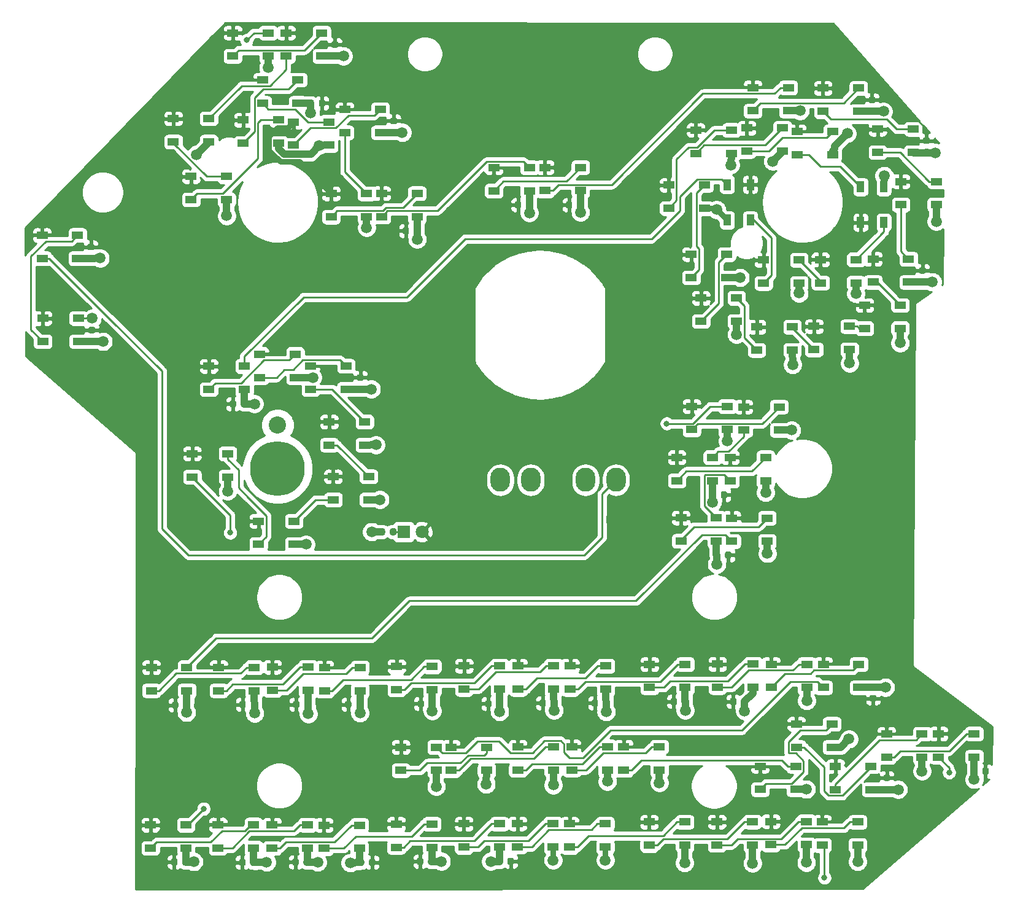
<source format=gbr>
%TF.GenerationSoftware,KiCad,Pcbnew,(5.1.12-1-10_14)*%
%TF.CreationDate,2021-11-27T17:57:38+11:00*%
%TF.ProjectId,KY58 Panel PCB V2,4b593538-2050-4616-9e65-6c2050434220,rev?*%
%TF.SameCoordinates,Original*%
%TF.FileFunction,Copper,L1,Top*%
%TF.FilePolarity,Positive*%
%FSLAX46Y46*%
G04 Gerber Fmt 4.6, Leading zero omitted, Abs format (unit mm)*
G04 Created by KiCad (PCBNEW (5.1.12-1-10_14)) date 2021-11-27 17:57:38*
%MOMM*%
%LPD*%
G01*
G04 APERTURE LIST*
%TA.AperFunction,WasherPad*%
%ADD10C,2.381250*%
%TD*%
%TA.AperFunction,WasherPad*%
%ADD11C,7.540752*%
%TD*%
%TA.AperFunction,SMDPad,CuDef*%
%ADD12R,1.500000X1.000000*%
%TD*%
%TA.AperFunction,SMDPad,CuDef*%
%ADD13R,1.000000X1.500000*%
%TD*%
%TA.AperFunction,ComponentPad*%
%ADD14O,2.700000X3.300000*%
%TD*%
%TA.AperFunction,ComponentPad*%
%ADD15C,1.800000*%
%TD*%
%TA.AperFunction,ComponentPad*%
%ADD16R,1.800000X1.800000*%
%TD*%
%TA.AperFunction,ViaPad*%
%ADD17C,1.500000*%
%TD*%
%TA.AperFunction,ViaPad*%
%ADD18C,0.800000*%
%TD*%
%TA.AperFunction,Conductor*%
%ADD19C,0.250000*%
%TD*%
%TA.AperFunction,Conductor*%
%ADD20C,0.750000*%
%TD*%
%TA.AperFunction,Conductor*%
%ADD21C,1.000000*%
%TD*%
%TA.AperFunction,Conductor*%
%ADD22C,0.400600*%
%TD*%
%TA.AperFunction,Conductor*%
%ADD23C,0.254000*%
%TD*%
%TA.AperFunction,Conductor*%
%ADD24C,0.100000*%
%TD*%
G04 APERTURE END LIST*
D10*
%TO.P,REF\u002A\u002A,*%
%TO.N,*%
X115760258Y-88278977D03*
D11*
X115760258Y-94278977D03*
%TD*%
D12*
%TO.P,D80,1*%
%TO.N,/LED+5V*%
X103975000Y-92225000D03*
%TO.P,D80,2*%
%TO.N,Net-(D26-Pad4)*%
X103975000Y-95425000D03*
%TO.P,D80,4*%
%TO.N,Net-(D79-Pad2)*%
X108875000Y-92225000D03*
%TO.P,D80,3*%
%TO.N,/LEDGND*%
X108875000Y-95425000D03*
%TD*%
%TO.P,D79,1*%
%TO.N,/LED+5V*%
X113125000Y-101525000D03*
%TO.P,D79,2*%
%TO.N,Net-(D79-Pad2)*%
X113125000Y-104725000D03*
%TO.P,D79,4*%
%TO.N,Net-(D78-Pad2)*%
X118025000Y-101525000D03*
%TO.P,D79,3*%
%TO.N,/LEDGND*%
X118025000Y-104725000D03*
%TD*%
%TO.P,D78,1*%
%TO.N,/LED+5V*%
X123425000Y-95375000D03*
%TO.P,D78,2*%
%TO.N,Net-(D78-Pad2)*%
X123425000Y-98575000D03*
%TO.P,D78,4*%
%TO.N,Net-(D77-Pad2)*%
X128325000Y-95375000D03*
%TO.P,D78,3*%
%TO.N,/LEDGND*%
X128325000Y-98575000D03*
%TD*%
%TO.P,D77,1*%
%TO.N,/LED+5V*%
X122875000Y-87825000D03*
%TO.P,D77,2*%
%TO.N,Net-(D77-Pad2)*%
X122875000Y-91025000D03*
%TO.P,D77,4*%
%TO.N,Net-(D25-Pad2)*%
X127775000Y-87825000D03*
%TO.P,D77,3*%
%TO.N,/LEDGND*%
X127775000Y-91025000D03*
%TD*%
%TO.P,D76,1*%
%TO.N,/LED+5V*%
X178400000Y-101100000D03*
%TO.P,D76,2*%
%TO.N,/DATAOUT1*%
X178400000Y-104300000D03*
%TO.P,D76,4*%
%TO.N,Net-(D28-Pad2)*%
X183300000Y-101100000D03*
%TO.P,D76,3*%
%TO.N,/LEDGND*%
X183300000Y-104300000D03*
%TD*%
%TO.P,D75,1*%
%TO.N,/LED+5V*%
X178200000Y-92750000D03*
%TO.P,D75,2*%
%TO.N,Net-(D28-Pad4)*%
X178200000Y-95950000D03*
%TO.P,D75,4*%
%TO.N,Net-(D27-Pad2)*%
X183100000Y-92750000D03*
%TO.P,D75,3*%
%TO.N,/LEDGND*%
X183100000Y-95950000D03*
%TD*%
%TO.P,D74,1*%
%TO.N,/LED+5V*%
X180050000Y-85775000D03*
%TO.P,D74,2*%
%TO.N,Net-(D27-Pad4)*%
X180050000Y-88975000D03*
%TO.P,D74,4*%
%TO.N,Net-(D26-Pad2)*%
X184950000Y-85775000D03*
%TO.P,D74,3*%
%TO.N,/LEDGND*%
X184950000Y-88975000D03*
%TD*%
D13*
%TO.P,D73,1*%
%TO.N,/LED+5V*%
X180975000Y-55125000D03*
%TO.P,D73,2*%
%TO.N,Net-(D23-Pad4)*%
X177775000Y-55125000D03*
%TO.P,D73,4*%
%TO.N,Net-(D72-Pad2)*%
X180975000Y-60025000D03*
%TO.P,D73,3*%
%TO.N,/LEDGND*%
X177775000Y-60025000D03*
%TD*%
D12*
%TO.P,D69,1*%
%TO.N,/LED+5V*%
X187425000Y-47825000D03*
%TO.P,D69,2*%
%TO.N,Net-(D69-Pad2)*%
X187425000Y-51025000D03*
%TO.P,D69,4*%
%TO.N,Net-(D68-Pad2)*%
X192325000Y-47825000D03*
%TO.P,D69,3*%
%TO.N,/LEDGND*%
X192325000Y-51025000D03*
%TD*%
%TO.P,D72,1*%
%TO.N,/LED+5V*%
X182800000Y-65525000D03*
%TO.P,D72,2*%
%TO.N,Net-(D72-Pad2)*%
X182800000Y-68725000D03*
%TO.P,D72,4*%
%TO.N,Net-(D71-Pad2)*%
X187700000Y-65525000D03*
%TO.P,D72,3*%
%TO.N,/LEDGND*%
X187700000Y-68725000D03*
%TD*%
%TO.P,D71,1*%
%TO.N,/LED+5V*%
X190650000Y-65475000D03*
%TO.P,D71,2*%
%TO.N,Net-(D71-Pad2)*%
X190650000Y-68675000D03*
%TO.P,D71,4*%
%TO.N,Net-(D70-Pad2)*%
X195550000Y-65475000D03*
%TO.P,D71,3*%
%TO.N,/LEDGND*%
X195550000Y-68675000D03*
%TD*%
D13*
%TO.P,D70,1*%
%TO.N,/LED+5V*%
X196200000Y-60350000D03*
%TO.P,D70,2*%
%TO.N,Net-(D70-Pad2)*%
X199400000Y-60350000D03*
%TO.P,D70,4*%
%TO.N,Net-(D69-Pad2)*%
X196200000Y-55450000D03*
%TO.P,D70,3*%
%TO.N,/LEDGND*%
X199400000Y-55450000D03*
%TD*%
D12*
%TO.P,D68,1*%
%TO.N,/LED+5V*%
X180500000Y-47325000D03*
%TO.P,D68,2*%
%TO.N,Net-(D68-Pad2)*%
X180500000Y-50525000D03*
%TO.P,D68,4*%
%TO.N,Net-(D22-Pad2)*%
X185400000Y-47325000D03*
%TO.P,D68,3*%
%TO.N,/LEDGND*%
X185400000Y-50525000D03*
%TD*%
%TO.P,D67,1*%
%TO.N,/LED+5V*%
X123150000Y-56375000D03*
%TO.P,D67,2*%
%TO.N,Net-(D67-Pad2)*%
X123150000Y-59575000D03*
%TO.P,D67,4*%
%TO.N,Net-(D67-Pad4)*%
X128050000Y-56375000D03*
%TO.P,D67,3*%
%TO.N,/LEDGND*%
X128050000Y-59575000D03*
%TD*%
%TO.P,D66,1*%
%TO.N,/LED+5V*%
X117950000Y-46500000D03*
%TO.P,D66,2*%
%TO.N,Net-(D66-Pad2)*%
X117950000Y-49700000D03*
%TO.P,D66,4*%
%TO.N,Net-(D6-Pad2)*%
X122850000Y-46500000D03*
%TO.P,D66,3*%
%TO.N,/LEDGND*%
X122850000Y-49700000D03*
%TD*%
%TO.P,D65,1*%
%TO.N,/LED+5V*%
X111000000Y-46225000D03*
%TO.P,D65,2*%
%TO.N,Net-(D6-Pad4)*%
X111000000Y-49425000D03*
%TO.P,D65,4*%
%TO.N,Net-(D64-Pad2)*%
X115900000Y-46225000D03*
%TO.P,D65,3*%
%TO.N,/LEDGND*%
X115900000Y-49425000D03*
%TD*%
%TO.P,D64,1*%
%TO.N,/LED+5V*%
X103825000Y-54000000D03*
%TO.P,D64,2*%
%TO.N,Net-(D64-Pad2)*%
X103825000Y-57200000D03*
%TO.P,D64,4*%
%TO.N,Net-(D3-Pad2)*%
X108725000Y-54000000D03*
%TO.P,D64,3*%
%TO.N,/LEDGND*%
X108725000Y-57200000D03*
%TD*%
%TO.P,C4,2*%
%TO.N,/LEDGND*%
%TA.AperFunction,SMDPad,CuDef*%
G36*
G01*
X199553750Y-138047500D02*
X200066250Y-138047500D01*
G75*
G02*
X200285000Y-138266250I0J-218750D01*
G01*
X200285000Y-138703750D01*
G75*
G02*
X200066250Y-138922500I-218750J0D01*
G01*
X199553750Y-138922500D01*
G75*
G02*
X199335000Y-138703750I0J218750D01*
G01*
X199335000Y-138266250D01*
G75*
G02*
X199553750Y-138047500I218750J0D01*
G01*
G37*
%TD.AperFunction*%
%TO.P,C4,1*%
%TO.N,/LED+5V*%
%TA.AperFunction,SMDPad,CuDef*%
G36*
G01*
X199553750Y-136472500D02*
X200066250Y-136472500D01*
G75*
G02*
X200285000Y-136691250I0J-218750D01*
G01*
X200285000Y-137128750D01*
G75*
G02*
X200066250Y-137347500I-218750J0D01*
G01*
X199553750Y-137347500D01*
G75*
G02*
X199335000Y-137128750I0J218750D01*
G01*
X199335000Y-136691250D01*
G75*
G02*
X199553750Y-136472500I218750J0D01*
G01*
G37*
%TD.AperFunction*%
%TD*%
%TO.P,C13,2*%
%TO.N,/LEDGND*%
%TA.AperFunction,SMDPad,CuDef*%
G36*
G01*
X197508750Y-44597500D02*
X198021250Y-44597500D01*
G75*
G02*
X198240000Y-44816250I0J-218750D01*
G01*
X198240000Y-45253750D01*
G75*
G02*
X198021250Y-45472500I-218750J0D01*
G01*
X197508750Y-45472500D01*
G75*
G02*
X197290000Y-45253750I0J218750D01*
G01*
X197290000Y-44816250D01*
G75*
G02*
X197508750Y-44597500I218750J0D01*
G01*
G37*
%TD.AperFunction*%
%TO.P,C13,1*%
%TO.N,/LED+5V*%
%TA.AperFunction,SMDPad,CuDef*%
G36*
G01*
X197508750Y-43022500D02*
X198021250Y-43022500D01*
G75*
G02*
X198240000Y-43241250I0J-218750D01*
G01*
X198240000Y-43678750D01*
G75*
G02*
X198021250Y-43897500I-218750J0D01*
G01*
X197508750Y-43897500D01*
G75*
G02*
X197290000Y-43678750I0J218750D01*
G01*
X197290000Y-43241250D01*
G75*
G02*
X197508750Y-43022500I218750J0D01*
G01*
G37*
%TD.AperFunction*%
%TD*%
%TO.P,C34,2*%
%TO.N,/LEDGND*%
%TA.AperFunction,SMDPad,CuDef*%
G36*
G01*
X136542500Y-148686250D02*
X136542500Y-148173750D01*
G75*
G02*
X136761250Y-147955000I218750J0D01*
G01*
X137198750Y-147955000D01*
G75*
G02*
X137417500Y-148173750I0J-218750D01*
G01*
X137417500Y-148686250D01*
G75*
G02*
X137198750Y-148905000I-218750J0D01*
G01*
X136761250Y-148905000D01*
G75*
G02*
X136542500Y-148686250I0J218750D01*
G01*
G37*
%TD.AperFunction*%
%TO.P,C34,1*%
%TO.N,/LED+5V*%
%TA.AperFunction,SMDPad,CuDef*%
G36*
G01*
X134967500Y-148686250D02*
X134967500Y-148173750D01*
G75*
G02*
X135186250Y-147955000I218750J0D01*
G01*
X135623750Y-147955000D01*
G75*
G02*
X135842500Y-148173750I0J-218750D01*
G01*
X135842500Y-148686250D01*
G75*
G02*
X135623750Y-148905000I-218750J0D01*
G01*
X135186250Y-148905000D01*
G75*
G02*
X134967500Y-148686250I0J218750D01*
G01*
G37*
%TD.AperFunction*%
%TD*%
%TO.P,C33,2*%
%TO.N,/LEDGND*%
%TA.AperFunction,SMDPad,CuDef*%
G36*
G01*
X119372500Y-148786250D02*
X119372500Y-148273750D01*
G75*
G02*
X119591250Y-148055000I218750J0D01*
G01*
X120028750Y-148055000D01*
G75*
G02*
X120247500Y-148273750I0J-218750D01*
G01*
X120247500Y-148786250D01*
G75*
G02*
X120028750Y-149005000I-218750J0D01*
G01*
X119591250Y-149005000D01*
G75*
G02*
X119372500Y-148786250I0J218750D01*
G01*
G37*
%TD.AperFunction*%
%TO.P,C33,1*%
%TO.N,/LED+5V*%
%TA.AperFunction,SMDPad,CuDef*%
G36*
G01*
X117797500Y-148786250D02*
X117797500Y-148273750D01*
G75*
G02*
X118016250Y-148055000I218750J0D01*
G01*
X118453750Y-148055000D01*
G75*
G02*
X118672500Y-148273750I0J-218750D01*
G01*
X118672500Y-148786250D01*
G75*
G02*
X118453750Y-149005000I-218750J0D01*
G01*
X118016250Y-149005000D01*
G75*
G02*
X117797500Y-148786250I0J218750D01*
G01*
G37*
%TD.AperFunction*%
%TD*%
%TO.P,C31,2*%
%TO.N,/LEDGND*%
%TA.AperFunction,SMDPad,CuDef*%
G36*
G01*
X102642500Y-148776250D02*
X102642500Y-148263750D01*
G75*
G02*
X102861250Y-148045000I218750J0D01*
G01*
X103298750Y-148045000D01*
G75*
G02*
X103517500Y-148263750I0J-218750D01*
G01*
X103517500Y-148776250D01*
G75*
G02*
X103298750Y-148995000I-218750J0D01*
G01*
X102861250Y-148995000D01*
G75*
G02*
X102642500Y-148776250I0J218750D01*
G01*
G37*
%TD.AperFunction*%
%TO.P,C31,1*%
%TO.N,/LED+5V*%
%TA.AperFunction,SMDPad,CuDef*%
G36*
G01*
X101067500Y-148776250D02*
X101067500Y-148263750D01*
G75*
G02*
X101286250Y-148045000I218750J0D01*
G01*
X101723750Y-148045000D01*
G75*
G02*
X101942500Y-148263750I0J-218750D01*
G01*
X101942500Y-148776250D01*
G75*
G02*
X101723750Y-148995000I-218750J0D01*
G01*
X101286250Y-148995000D01*
G75*
G02*
X101067500Y-148776250I0J218750D01*
G01*
G37*
%TD.AperFunction*%
%TD*%
%TO.P,C35,2*%
%TO.N,/LEDGND*%
%TA.AperFunction,SMDPad,CuDef*%
G36*
G01*
X112042500Y-148826250D02*
X112042500Y-148313750D01*
G75*
G02*
X112261250Y-148095000I218750J0D01*
G01*
X112698750Y-148095000D01*
G75*
G02*
X112917500Y-148313750I0J-218750D01*
G01*
X112917500Y-148826250D01*
G75*
G02*
X112698750Y-149045000I-218750J0D01*
G01*
X112261250Y-149045000D01*
G75*
G02*
X112042500Y-148826250I0J218750D01*
G01*
G37*
%TD.AperFunction*%
%TO.P,C35,1*%
%TO.N,/LED+5V*%
%TA.AperFunction,SMDPad,CuDef*%
G36*
G01*
X110467500Y-148826250D02*
X110467500Y-148313750D01*
G75*
G02*
X110686250Y-148095000I218750J0D01*
G01*
X111123750Y-148095000D01*
G75*
G02*
X111342500Y-148313750I0J-218750D01*
G01*
X111342500Y-148826250D01*
G75*
G02*
X111123750Y-149045000I-218750J0D01*
G01*
X110686250Y-149045000D01*
G75*
G02*
X110467500Y-148826250I0J218750D01*
G01*
G37*
%TD.AperFunction*%
%TD*%
%TO.P,R1,2*%
%TO.N,/LEDGND*%
%TA.AperFunction,SMDPad,CuDef*%
G36*
G01*
X130562000Y-102740750D02*
X130562000Y-103253250D01*
G75*
G02*
X130343250Y-103472000I-218750J0D01*
G01*
X129905750Y-103472000D01*
G75*
G02*
X129687000Y-103253250I0J218750D01*
G01*
X129687000Y-102740750D01*
G75*
G02*
X129905750Y-102522000I218750J0D01*
G01*
X130343250Y-102522000D01*
G75*
G02*
X130562000Y-102740750I0J-218750D01*
G01*
G37*
%TD.AperFunction*%
%TO.P,R1,1*%
%TO.N,Net-(D1-Pad1)*%
%TA.AperFunction,SMDPad,CuDef*%
G36*
G01*
X132137000Y-102740750D02*
X132137000Y-103253250D01*
G75*
G02*
X131918250Y-103472000I-218750J0D01*
G01*
X131480750Y-103472000D01*
G75*
G02*
X131262000Y-103253250I0J218750D01*
G01*
X131262000Y-102740750D01*
G75*
G02*
X131480750Y-102522000I218750J0D01*
G01*
X131918250Y-102522000D01*
G75*
G02*
X132137000Y-102740750I0J-218750D01*
G01*
G37*
%TD.AperFunction*%
%TD*%
D14*
%TO.P,J2,4*%
%TO.N,/DATAOUT*%
X162442000Y-95843000D03*
%TO.P,J2,3*%
%TO.N,/LEDGND*%
X158242000Y-95843000D03*
%TO.P,J2,2*%
%TO.N,/LED+5V*%
X162442000Y-101343000D03*
%TO.P,J2,1*%
%TA.AperFunction,ComponentPad*%
G36*
G01*
X156892000Y-102742999D02*
X156892000Y-99943001D01*
G75*
G02*
X157142001Y-99693000I250001J0D01*
G01*
X159341999Y-99693000D01*
G75*
G02*
X159592000Y-99943001I0J-250001D01*
G01*
X159592000Y-102742999D01*
G75*
G02*
X159341999Y-102993000I-250001J0D01*
G01*
X157142001Y-102993000D01*
G75*
G02*
X156892000Y-102742999I0J250001D01*
G01*
G37*
%TD.AperFunction*%
%TD*%
%TO.P,J1,4*%
%TO.N,/DATAIN*%
X150682000Y-95843000D03*
%TO.P,J1,3*%
%TO.N,/LEDGND*%
X146482000Y-95843000D03*
%TO.P,J1,2*%
%TO.N,/LED+5V*%
X150682000Y-101343000D03*
%TO.P,J1,1*%
%TA.AperFunction,ComponentPad*%
G36*
G01*
X145132000Y-102742999D02*
X145132000Y-99943001D01*
G75*
G02*
X145382001Y-99693000I250001J0D01*
G01*
X147581999Y-99693000D01*
G75*
G02*
X147832000Y-99943001I0J-250001D01*
G01*
X147832000Y-102742999D01*
G75*
G02*
X147581999Y-102993000I-250001J0D01*
G01*
X145382001Y-102993000D01*
G75*
G02*
X145132000Y-102742999I0J250001D01*
G01*
G37*
%TD.AperFunction*%
%TD*%
%TO.P,C32,2*%
%TO.N,/LEDGND*%
%TA.AperFunction,SMDPad,CuDef*%
G36*
G01*
X145962500Y-126956250D02*
X145962500Y-126443750D01*
G75*
G02*
X146181250Y-126225000I218750J0D01*
G01*
X146618750Y-126225000D01*
G75*
G02*
X146837500Y-126443750I0J-218750D01*
G01*
X146837500Y-126956250D01*
G75*
G02*
X146618750Y-127175000I-218750J0D01*
G01*
X146181250Y-127175000D01*
G75*
G02*
X145962500Y-126956250I0J218750D01*
G01*
G37*
%TD.AperFunction*%
%TO.P,C32,1*%
%TO.N,/LED+5V*%
%TA.AperFunction,SMDPad,CuDef*%
G36*
G01*
X144387500Y-126956250D02*
X144387500Y-126443750D01*
G75*
G02*
X144606250Y-126225000I218750J0D01*
G01*
X145043750Y-126225000D01*
G75*
G02*
X145262500Y-126443750I0J-218750D01*
G01*
X145262500Y-126956250D01*
G75*
G02*
X145043750Y-127175000I-218750J0D01*
G01*
X144606250Y-127175000D01*
G75*
G02*
X144387500Y-126956250I0J218750D01*
G01*
G37*
%TD.AperFunction*%
%TD*%
%TO.P,C30,2*%
%TO.N,/LEDGND*%
%TA.AperFunction,SMDPad,CuDef*%
G36*
G01*
X179762500Y-126656250D02*
X179762500Y-126143750D01*
G75*
G02*
X179981250Y-125925000I218750J0D01*
G01*
X180418750Y-125925000D01*
G75*
G02*
X180637500Y-126143750I0J-218750D01*
G01*
X180637500Y-126656250D01*
G75*
G02*
X180418750Y-126875000I-218750J0D01*
G01*
X179981250Y-126875000D01*
G75*
G02*
X179762500Y-126656250I0J218750D01*
G01*
G37*
%TD.AperFunction*%
%TO.P,C30,1*%
%TO.N,/LED+5V*%
%TA.AperFunction,SMDPad,CuDef*%
G36*
G01*
X178187500Y-126656250D02*
X178187500Y-126143750D01*
G75*
G02*
X178406250Y-125925000I218750J0D01*
G01*
X178843750Y-125925000D01*
G75*
G02*
X179062500Y-126143750I0J-218750D01*
G01*
X179062500Y-126656250D01*
G75*
G02*
X178843750Y-126875000I-218750J0D01*
G01*
X178406250Y-126875000D01*
G75*
G02*
X178187500Y-126656250I0J218750D01*
G01*
G37*
%TD.AperFunction*%
%TD*%
%TO.P,C29,2*%
%TO.N,/LEDGND*%
%TA.AperFunction,SMDPad,CuDef*%
G36*
G01*
X136662500Y-126956250D02*
X136662500Y-126443750D01*
G75*
G02*
X136881250Y-126225000I218750J0D01*
G01*
X137318750Y-126225000D01*
G75*
G02*
X137537500Y-126443750I0J-218750D01*
G01*
X137537500Y-126956250D01*
G75*
G02*
X137318750Y-127175000I-218750J0D01*
G01*
X136881250Y-127175000D01*
G75*
G02*
X136662500Y-126956250I0J218750D01*
G01*
G37*
%TD.AperFunction*%
%TO.P,C29,1*%
%TO.N,/LED+5V*%
%TA.AperFunction,SMDPad,CuDef*%
G36*
G01*
X135087500Y-126956250D02*
X135087500Y-126443750D01*
G75*
G02*
X135306250Y-126225000I218750J0D01*
G01*
X135743750Y-126225000D01*
G75*
G02*
X135962500Y-126443750I0J-218750D01*
G01*
X135962500Y-126956250D01*
G75*
G02*
X135743750Y-127175000I-218750J0D01*
G01*
X135306250Y-127175000D01*
G75*
G02*
X135087500Y-126956250I0J218750D01*
G01*
G37*
%TD.AperFunction*%
%TD*%
%TO.P,C28,2*%
%TO.N,/LEDGND*%
%TA.AperFunction,SMDPad,CuDef*%
G36*
G01*
X119462500Y-127056250D02*
X119462500Y-126543750D01*
G75*
G02*
X119681250Y-126325000I218750J0D01*
G01*
X120118750Y-126325000D01*
G75*
G02*
X120337500Y-126543750I0J-218750D01*
G01*
X120337500Y-127056250D01*
G75*
G02*
X120118750Y-127275000I-218750J0D01*
G01*
X119681250Y-127275000D01*
G75*
G02*
X119462500Y-127056250I0J218750D01*
G01*
G37*
%TD.AperFunction*%
%TO.P,C28,1*%
%TO.N,/LED+5V*%
%TA.AperFunction,SMDPad,CuDef*%
G36*
G01*
X117887500Y-127056250D02*
X117887500Y-126543750D01*
G75*
G02*
X118106250Y-126325000I218750J0D01*
G01*
X118543750Y-126325000D01*
G75*
G02*
X118762500Y-126543750I0J-218750D01*
G01*
X118762500Y-127056250D01*
G75*
G02*
X118543750Y-127275000I-218750J0D01*
G01*
X118106250Y-127275000D01*
G75*
G02*
X117887500Y-127056250I0J218750D01*
G01*
G37*
%TD.AperFunction*%
%TD*%
%TO.P,C27,2*%
%TO.N,/LEDGND*%
%TA.AperFunction,SMDPad,CuDef*%
G36*
G01*
X160662500Y-126856250D02*
X160662500Y-126343750D01*
G75*
G02*
X160881250Y-126125000I218750J0D01*
G01*
X161318750Y-126125000D01*
G75*
G02*
X161537500Y-126343750I0J-218750D01*
G01*
X161537500Y-126856250D01*
G75*
G02*
X161318750Y-127075000I-218750J0D01*
G01*
X160881250Y-127075000D01*
G75*
G02*
X160662500Y-126856250I0J218750D01*
G01*
G37*
%TD.AperFunction*%
%TO.P,C27,1*%
%TO.N,/LED+5V*%
%TA.AperFunction,SMDPad,CuDef*%
G36*
G01*
X159087500Y-126856250D02*
X159087500Y-126343750D01*
G75*
G02*
X159306250Y-126125000I218750J0D01*
G01*
X159743750Y-126125000D01*
G75*
G02*
X159962500Y-126343750I0J-218750D01*
G01*
X159962500Y-126856250D01*
G75*
G02*
X159743750Y-127075000I-218750J0D01*
G01*
X159306250Y-127075000D01*
G75*
G02*
X159087500Y-126856250I0J218750D01*
G01*
G37*
%TD.AperFunction*%
%TD*%
%TO.P,C26,2*%
%TO.N,/LEDGND*%
%TA.AperFunction,SMDPad,CuDef*%
G36*
G01*
X153462500Y-126856250D02*
X153462500Y-126343750D01*
G75*
G02*
X153681250Y-126125000I218750J0D01*
G01*
X154118750Y-126125000D01*
G75*
G02*
X154337500Y-126343750I0J-218750D01*
G01*
X154337500Y-126856250D01*
G75*
G02*
X154118750Y-127075000I-218750J0D01*
G01*
X153681250Y-127075000D01*
G75*
G02*
X153462500Y-126856250I0J218750D01*
G01*
G37*
%TD.AperFunction*%
%TO.P,C26,1*%
%TO.N,/LED+5V*%
%TA.AperFunction,SMDPad,CuDef*%
G36*
G01*
X151887500Y-126856250D02*
X151887500Y-126343750D01*
G75*
G02*
X152106250Y-126125000I218750J0D01*
G01*
X152543750Y-126125000D01*
G75*
G02*
X152762500Y-126343750I0J-218750D01*
G01*
X152762500Y-126856250D01*
G75*
G02*
X152543750Y-127075000I-218750J0D01*
G01*
X152106250Y-127075000D01*
G75*
G02*
X151887500Y-126856250I0J218750D01*
G01*
G37*
%TD.AperFunction*%
%TD*%
%TO.P,C25,2*%
%TO.N,/LEDGND*%
%TA.AperFunction,SMDPad,CuDef*%
G36*
G01*
X112062500Y-127056250D02*
X112062500Y-126543750D01*
G75*
G02*
X112281250Y-126325000I218750J0D01*
G01*
X112718750Y-126325000D01*
G75*
G02*
X112937500Y-126543750I0J-218750D01*
G01*
X112937500Y-127056250D01*
G75*
G02*
X112718750Y-127275000I-218750J0D01*
G01*
X112281250Y-127275000D01*
G75*
G02*
X112062500Y-127056250I0J218750D01*
G01*
G37*
%TD.AperFunction*%
%TO.P,C25,1*%
%TO.N,/LED+5V*%
%TA.AperFunction,SMDPad,CuDef*%
G36*
G01*
X110487500Y-127056250D02*
X110487500Y-126543750D01*
G75*
G02*
X110706250Y-126325000I218750J0D01*
G01*
X111143750Y-126325000D01*
G75*
G02*
X111362500Y-126543750I0J-218750D01*
G01*
X111362500Y-127056250D01*
G75*
G02*
X111143750Y-127275000I-218750J0D01*
G01*
X110706250Y-127275000D01*
G75*
G02*
X110487500Y-127056250I0J218750D01*
G01*
G37*
%TD.AperFunction*%
%TD*%
%TO.P,C24,2*%
%TO.N,/LEDGND*%
%TA.AperFunction,SMDPad,CuDef*%
G36*
G01*
X102762500Y-127156250D02*
X102762500Y-126643750D01*
G75*
G02*
X102981250Y-126425000I218750J0D01*
G01*
X103418750Y-126425000D01*
G75*
G02*
X103637500Y-126643750I0J-218750D01*
G01*
X103637500Y-127156250D01*
G75*
G02*
X103418750Y-127375000I-218750J0D01*
G01*
X102981250Y-127375000D01*
G75*
G02*
X102762500Y-127156250I0J218750D01*
G01*
G37*
%TD.AperFunction*%
%TO.P,C24,1*%
%TO.N,/LED+5V*%
%TA.AperFunction,SMDPad,CuDef*%
G36*
G01*
X101187500Y-127156250D02*
X101187500Y-126643750D01*
G75*
G02*
X101406250Y-126425000I218750J0D01*
G01*
X101843750Y-126425000D01*
G75*
G02*
X102062500Y-126643750I0J-218750D01*
G01*
X102062500Y-127156250D01*
G75*
G02*
X101843750Y-127375000I-218750J0D01*
G01*
X101406250Y-127375000D01*
G75*
G02*
X101187500Y-127156250I0J218750D01*
G01*
G37*
%TD.AperFunction*%
%TD*%
%TO.P,C23,2*%
%TO.N,/LEDGND*%
%TA.AperFunction,SMDPad,CuDef*%
G36*
G01*
X126918750Y-82862500D02*
X127431250Y-82862500D01*
G75*
G02*
X127650000Y-83081250I0J-218750D01*
G01*
X127650000Y-83518750D01*
G75*
G02*
X127431250Y-83737500I-218750J0D01*
G01*
X126918750Y-83737500D01*
G75*
G02*
X126700000Y-83518750I0J218750D01*
G01*
X126700000Y-83081250D01*
G75*
G02*
X126918750Y-82862500I218750J0D01*
G01*
G37*
%TD.AperFunction*%
%TO.P,C23,1*%
%TO.N,/LED+5V*%
%TA.AperFunction,SMDPad,CuDef*%
G36*
G01*
X126918750Y-81287500D02*
X127431250Y-81287500D01*
G75*
G02*
X127650000Y-81506250I0J-218750D01*
G01*
X127650000Y-81943750D01*
G75*
G02*
X127431250Y-82162500I-218750J0D01*
G01*
X126918750Y-82162500D01*
G75*
G02*
X126700000Y-81943750I0J218750D01*
G01*
X126700000Y-81506250D01*
G75*
G02*
X126918750Y-81287500I218750J0D01*
G01*
G37*
%TD.AperFunction*%
%TD*%
%TO.P,C22,2*%
%TO.N,/LEDGND*%
%TA.AperFunction,SMDPad,CuDef*%
G36*
G01*
X89743750Y-64862500D02*
X90256250Y-64862500D01*
G75*
G02*
X90475000Y-65081250I0J-218750D01*
G01*
X90475000Y-65518750D01*
G75*
G02*
X90256250Y-65737500I-218750J0D01*
G01*
X89743750Y-65737500D01*
G75*
G02*
X89525000Y-65518750I0J218750D01*
G01*
X89525000Y-65081250D01*
G75*
G02*
X89743750Y-64862500I218750J0D01*
G01*
G37*
%TD.AperFunction*%
%TO.P,C22,1*%
%TO.N,/LED+5V*%
%TA.AperFunction,SMDPad,CuDef*%
G36*
G01*
X89743750Y-63287500D02*
X90256250Y-63287500D01*
G75*
G02*
X90475000Y-63506250I0J-218750D01*
G01*
X90475000Y-63943750D01*
G75*
G02*
X90256250Y-64162500I-218750J0D01*
G01*
X89743750Y-64162500D01*
G75*
G02*
X89525000Y-63943750I0J218750D01*
G01*
X89525000Y-63506250D01*
G75*
G02*
X89743750Y-63287500I218750J0D01*
G01*
G37*
%TD.AperFunction*%
%TD*%
%TO.P,C21,2*%
%TO.N,/LEDGND*%
%TA.AperFunction,SMDPad,CuDef*%
G36*
G01*
X89868750Y-76337500D02*
X90381250Y-76337500D01*
G75*
G02*
X90600000Y-76556250I0J-218750D01*
G01*
X90600000Y-76993750D01*
G75*
G02*
X90381250Y-77212500I-218750J0D01*
G01*
X89868750Y-77212500D01*
G75*
G02*
X89650000Y-76993750I0J218750D01*
G01*
X89650000Y-76556250D01*
G75*
G02*
X89868750Y-76337500I218750J0D01*
G01*
G37*
%TD.AperFunction*%
%TO.P,C21,1*%
%TO.N,/LED+5V*%
%TA.AperFunction,SMDPad,CuDef*%
G36*
G01*
X89868750Y-74762500D02*
X90381250Y-74762500D01*
G75*
G02*
X90600000Y-74981250I0J-218750D01*
G01*
X90600000Y-75418750D01*
G75*
G02*
X90381250Y-75637500I-218750J0D01*
G01*
X89868750Y-75637500D01*
G75*
G02*
X89650000Y-75418750I0J218750D01*
G01*
X89650000Y-74981250D01*
G75*
G02*
X89868750Y-74762500I218750J0D01*
G01*
G37*
%TD.AperFunction*%
%TD*%
%TO.P,C20,2*%
%TO.N,/LEDGND*%
%TA.AperFunction,SMDPad,CuDef*%
G36*
G01*
X157112500Y-58181250D02*
X157112500Y-57668750D01*
G75*
G02*
X157331250Y-57450000I218750J0D01*
G01*
X157768750Y-57450000D01*
G75*
G02*
X157987500Y-57668750I0J-218750D01*
G01*
X157987500Y-58181250D01*
G75*
G02*
X157768750Y-58400000I-218750J0D01*
G01*
X157331250Y-58400000D01*
G75*
G02*
X157112500Y-58181250I0J218750D01*
G01*
G37*
%TD.AperFunction*%
%TO.P,C20,1*%
%TO.N,/LED+5V*%
%TA.AperFunction,SMDPad,CuDef*%
G36*
G01*
X155537500Y-58181250D02*
X155537500Y-57668750D01*
G75*
G02*
X155756250Y-57450000I218750J0D01*
G01*
X156193750Y-57450000D01*
G75*
G02*
X156412500Y-57668750I0J-218750D01*
G01*
X156412500Y-58181250D01*
G75*
G02*
X156193750Y-58400000I-218750J0D01*
G01*
X155756250Y-58400000D01*
G75*
G02*
X155537500Y-58181250I0J218750D01*
G01*
G37*
%TD.AperFunction*%
%TD*%
%TO.P,C19,2*%
%TO.N,/LEDGND*%
%TA.AperFunction,SMDPad,CuDef*%
G36*
G01*
X150062500Y-58181250D02*
X150062500Y-57668750D01*
G75*
G02*
X150281250Y-57450000I218750J0D01*
G01*
X150718750Y-57450000D01*
G75*
G02*
X150937500Y-57668750I0J-218750D01*
G01*
X150937500Y-58181250D01*
G75*
G02*
X150718750Y-58400000I-218750J0D01*
G01*
X150281250Y-58400000D01*
G75*
G02*
X150062500Y-58181250I0J218750D01*
G01*
G37*
%TD.AperFunction*%
%TO.P,C19,1*%
%TO.N,/LED+5V*%
%TA.AperFunction,SMDPad,CuDef*%
G36*
G01*
X148487500Y-58181250D02*
X148487500Y-57668750D01*
G75*
G02*
X148706250Y-57450000I218750J0D01*
G01*
X149143750Y-57450000D01*
G75*
G02*
X149362500Y-57668750I0J-218750D01*
G01*
X149362500Y-58181250D01*
G75*
G02*
X149143750Y-58400000I-218750J0D01*
G01*
X148706250Y-58400000D01*
G75*
G02*
X148487500Y-58181250I0J218750D01*
G01*
G37*
%TD.AperFunction*%
%TD*%
%TO.P,C18,2*%
%TO.N,/LEDGND*%
%TA.AperFunction,SMDPad,CuDef*%
G36*
G01*
X120750000Y-43643750D02*
X120750000Y-44156250D01*
G75*
G02*
X120531250Y-44375000I-218750J0D01*
G01*
X120093750Y-44375000D01*
G75*
G02*
X119875000Y-44156250I0J218750D01*
G01*
X119875000Y-43643750D01*
G75*
G02*
X120093750Y-43425000I218750J0D01*
G01*
X120531250Y-43425000D01*
G75*
G02*
X120750000Y-43643750I0J-218750D01*
G01*
G37*
%TD.AperFunction*%
%TO.P,C18,1*%
%TO.N,/LED+5V*%
%TA.AperFunction,SMDPad,CuDef*%
G36*
G01*
X122325000Y-43643750D02*
X122325000Y-44156250D01*
G75*
G02*
X122106250Y-44375000I-218750J0D01*
G01*
X121668750Y-44375000D01*
G75*
G02*
X121450000Y-44156250I0J218750D01*
G01*
X121450000Y-43643750D01*
G75*
G02*
X121668750Y-43425000I218750J0D01*
G01*
X122106250Y-43425000D01*
G75*
G02*
X122325000Y-43643750I0J-218750D01*
G01*
G37*
%TD.AperFunction*%
%TD*%
%TO.P,C17,2*%
%TO.N,/LEDGND*%
%TA.AperFunction,SMDPad,CuDef*%
G36*
G01*
X131518750Y-47487500D02*
X132031250Y-47487500D01*
G75*
G02*
X132250000Y-47706250I0J-218750D01*
G01*
X132250000Y-48143750D01*
G75*
G02*
X132031250Y-48362500I-218750J0D01*
G01*
X131518750Y-48362500D01*
G75*
G02*
X131300000Y-48143750I0J218750D01*
G01*
X131300000Y-47706250D01*
G75*
G02*
X131518750Y-47487500I218750J0D01*
G01*
G37*
%TD.AperFunction*%
%TO.P,C17,1*%
%TO.N,/LED+5V*%
%TA.AperFunction,SMDPad,CuDef*%
G36*
G01*
X131518750Y-45912500D02*
X132031250Y-45912500D01*
G75*
G02*
X132250000Y-46131250I0J-218750D01*
G01*
X132250000Y-46568750D01*
G75*
G02*
X132031250Y-46787500I-218750J0D01*
G01*
X131518750Y-46787500D01*
G75*
G02*
X131300000Y-46568750I0J218750D01*
G01*
X131300000Y-46131250D01*
G75*
G02*
X131518750Y-45912500I218750J0D01*
G01*
G37*
%TD.AperFunction*%
%TD*%
%TO.P,C16,2*%
%TO.N,/LEDGND*%
%TA.AperFunction,SMDPad,CuDef*%
G36*
G01*
X123393750Y-36962500D02*
X123906250Y-36962500D01*
G75*
G02*
X124125000Y-37181250I0J-218750D01*
G01*
X124125000Y-37618750D01*
G75*
G02*
X123906250Y-37837500I-218750J0D01*
G01*
X123393750Y-37837500D01*
G75*
G02*
X123175000Y-37618750I0J218750D01*
G01*
X123175000Y-37181250D01*
G75*
G02*
X123393750Y-36962500I218750J0D01*
G01*
G37*
%TD.AperFunction*%
%TO.P,C16,1*%
%TO.N,/LED+5V*%
%TA.AperFunction,SMDPad,CuDef*%
G36*
G01*
X123393750Y-35387500D02*
X123906250Y-35387500D01*
G75*
G02*
X124125000Y-35606250I0J-218750D01*
G01*
X124125000Y-36043750D01*
G75*
G02*
X123906250Y-36262500I-218750J0D01*
G01*
X123393750Y-36262500D01*
G75*
G02*
X123175000Y-36043750I0J218750D01*
G01*
X123175000Y-35606250D01*
G75*
G02*
X123393750Y-35387500I218750J0D01*
G01*
G37*
%TD.AperFunction*%
%TD*%
%TO.P,C15,2*%
%TO.N,/LEDGND*%
%TA.AperFunction,SMDPad,CuDef*%
G36*
G01*
X134587500Y-61756250D02*
X134587500Y-61243750D01*
G75*
G02*
X134806250Y-61025000I218750J0D01*
G01*
X135243750Y-61025000D01*
G75*
G02*
X135462500Y-61243750I0J-218750D01*
G01*
X135462500Y-61756250D01*
G75*
G02*
X135243750Y-61975000I-218750J0D01*
G01*
X134806250Y-61975000D01*
G75*
G02*
X134587500Y-61756250I0J218750D01*
G01*
G37*
%TD.AperFunction*%
%TO.P,C15,1*%
%TO.N,/LED+5V*%
%TA.AperFunction,SMDPad,CuDef*%
G36*
G01*
X133012500Y-61756250D02*
X133012500Y-61243750D01*
G75*
G02*
X133231250Y-61025000I218750J0D01*
G01*
X133668750Y-61025000D01*
G75*
G02*
X133887500Y-61243750I0J-218750D01*
G01*
X133887500Y-61756250D01*
G75*
G02*
X133668750Y-61975000I-218750J0D01*
G01*
X133231250Y-61975000D01*
G75*
G02*
X133012500Y-61756250I0J218750D01*
G01*
G37*
%TD.AperFunction*%
%TD*%
%TO.P,C14,2*%
%TO.N,/LEDGND*%
%TA.AperFunction,SMDPad,CuDef*%
G36*
G01*
X110732500Y-85616250D02*
X110732500Y-85103750D01*
G75*
G02*
X110951250Y-84885000I218750J0D01*
G01*
X111388750Y-84885000D01*
G75*
G02*
X111607500Y-85103750I0J-218750D01*
G01*
X111607500Y-85616250D01*
G75*
G02*
X111388750Y-85835000I-218750J0D01*
G01*
X110951250Y-85835000D01*
G75*
G02*
X110732500Y-85616250I0J218750D01*
G01*
G37*
%TD.AperFunction*%
%TO.P,C14,1*%
%TO.N,/LED+5V*%
%TA.AperFunction,SMDPad,CuDef*%
G36*
G01*
X109157500Y-85616250D02*
X109157500Y-85103750D01*
G75*
G02*
X109376250Y-84885000I218750J0D01*
G01*
X109813750Y-84885000D01*
G75*
G02*
X110032500Y-85103750I0J-218750D01*
G01*
X110032500Y-85616250D01*
G75*
G02*
X109813750Y-85835000I-218750J0D01*
G01*
X109376250Y-85835000D01*
G75*
G02*
X109157500Y-85616250I0J218750D01*
G01*
G37*
%TD.AperFunction*%
%TD*%
%TO.P,C12,2*%
%TO.N,/LEDGND*%
%TA.AperFunction,SMDPad,CuDef*%
G36*
G01*
X205023750Y-50212500D02*
X205536250Y-50212500D01*
G75*
G02*
X205755000Y-50431250I0J-218750D01*
G01*
X205755000Y-50868750D01*
G75*
G02*
X205536250Y-51087500I-218750J0D01*
G01*
X205023750Y-51087500D01*
G75*
G02*
X204805000Y-50868750I0J218750D01*
G01*
X204805000Y-50431250D01*
G75*
G02*
X205023750Y-50212500I218750J0D01*
G01*
G37*
%TD.AperFunction*%
%TO.P,C12,1*%
%TO.N,/LED+5V*%
%TA.AperFunction,SMDPad,CuDef*%
G36*
G01*
X205023750Y-48637500D02*
X205536250Y-48637500D01*
G75*
G02*
X205755000Y-48856250I0J-218750D01*
G01*
X205755000Y-49293750D01*
G75*
G02*
X205536250Y-49512500I-218750J0D01*
G01*
X205023750Y-49512500D01*
G75*
G02*
X204805000Y-49293750I0J218750D01*
G01*
X204805000Y-48856250D01*
G75*
G02*
X205023750Y-48637500I218750J0D01*
G01*
G37*
%TD.AperFunction*%
%TD*%
%TO.P,C11,2*%
%TO.N,/LEDGND*%
%TA.AperFunction,SMDPad,CuDef*%
G36*
G01*
X204473750Y-68107500D02*
X204986250Y-68107500D01*
G75*
G02*
X205205000Y-68326250I0J-218750D01*
G01*
X205205000Y-68763750D01*
G75*
G02*
X204986250Y-68982500I-218750J0D01*
G01*
X204473750Y-68982500D01*
G75*
G02*
X204255000Y-68763750I0J218750D01*
G01*
X204255000Y-68326250D01*
G75*
G02*
X204473750Y-68107500I218750J0D01*
G01*
G37*
%TD.AperFunction*%
%TO.P,C11,1*%
%TO.N,/LED+5V*%
%TA.AperFunction,SMDPad,CuDef*%
G36*
G01*
X204473750Y-66532500D02*
X204986250Y-66532500D01*
G75*
G02*
X205205000Y-66751250I0J-218750D01*
G01*
X205205000Y-67188750D01*
G75*
G02*
X204986250Y-67407500I-218750J0D01*
G01*
X204473750Y-67407500D01*
G75*
G02*
X204255000Y-67188750I0J218750D01*
G01*
X204255000Y-66751250D01*
G75*
G02*
X204473750Y-66532500I218750J0D01*
G01*
G37*
%TD.AperFunction*%
%TD*%
%TO.P,C10,2*%
%TO.N,/LEDGND*%
%TA.AperFunction,SMDPad,CuDef*%
G36*
G01*
X176212500Y-97643750D02*
X176212500Y-98156250D01*
G75*
G02*
X175993750Y-98375000I-218750J0D01*
G01*
X175556250Y-98375000D01*
G75*
G02*
X175337500Y-98156250I0J218750D01*
G01*
X175337500Y-97643750D01*
G75*
G02*
X175556250Y-97425000I218750J0D01*
G01*
X175993750Y-97425000D01*
G75*
G02*
X176212500Y-97643750I0J-218750D01*
G01*
G37*
%TD.AperFunction*%
%TO.P,C10,1*%
%TO.N,/LED+5V*%
%TA.AperFunction,SMDPad,CuDef*%
G36*
G01*
X177787500Y-97643750D02*
X177787500Y-98156250D01*
G75*
G02*
X177568750Y-98375000I-218750J0D01*
G01*
X177131250Y-98375000D01*
G75*
G02*
X176912500Y-98156250I0J218750D01*
G01*
X176912500Y-97643750D01*
G75*
G02*
X177131250Y-97425000I218750J0D01*
G01*
X177568750Y-97425000D01*
G75*
G02*
X177787500Y-97643750I0J-218750D01*
G01*
G37*
%TD.AperFunction*%
%TD*%
%TO.P,C9,2*%
%TO.N,/LEDGND*%
%TA.AperFunction,SMDPad,CuDef*%
G36*
G01*
X176787500Y-105953750D02*
X176787500Y-106466250D01*
G75*
G02*
X176568750Y-106685000I-218750J0D01*
G01*
X176131250Y-106685000D01*
G75*
G02*
X175912500Y-106466250I0J218750D01*
G01*
X175912500Y-105953750D01*
G75*
G02*
X176131250Y-105735000I218750J0D01*
G01*
X176568750Y-105735000D01*
G75*
G02*
X176787500Y-105953750I0J-218750D01*
G01*
G37*
%TD.AperFunction*%
%TO.P,C9,1*%
%TO.N,/LED+5V*%
%TA.AperFunction,SMDPad,CuDef*%
G36*
G01*
X178362500Y-105953750D02*
X178362500Y-106466250D01*
G75*
G02*
X178143750Y-106685000I-218750J0D01*
G01*
X177706250Y-106685000D01*
G75*
G02*
X177487500Y-106466250I0J218750D01*
G01*
X177487500Y-105953750D01*
G75*
G02*
X177706250Y-105735000I218750J0D01*
G01*
X178143750Y-105735000D01*
G75*
G02*
X178362500Y-105953750I0J-218750D01*
G01*
G37*
%TD.AperFunction*%
%TD*%
%TO.P,C8,2*%
%TO.N,/LEDGND*%
%TA.AperFunction,SMDPad,CuDef*%
G36*
G01*
X126637500Y-127056250D02*
X126637500Y-126543750D01*
G75*
G02*
X126856250Y-126325000I218750J0D01*
G01*
X127293750Y-126325000D01*
G75*
G02*
X127512500Y-126543750I0J-218750D01*
G01*
X127512500Y-127056250D01*
G75*
G02*
X127293750Y-127275000I-218750J0D01*
G01*
X126856250Y-127275000D01*
G75*
G02*
X126637500Y-127056250I0J218750D01*
G01*
G37*
%TD.AperFunction*%
%TO.P,C8,1*%
%TO.N,/LED+5V*%
%TA.AperFunction,SMDPad,CuDef*%
G36*
G01*
X125062500Y-127056250D02*
X125062500Y-126543750D01*
G75*
G02*
X125281250Y-126325000I218750J0D01*
G01*
X125718750Y-126325000D01*
G75*
G02*
X125937500Y-126543750I0J-218750D01*
G01*
X125937500Y-127056250D01*
G75*
G02*
X125718750Y-127275000I-218750J0D01*
G01*
X125281250Y-127275000D01*
G75*
G02*
X125062500Y-127056250I0J218750D01*
G01*
G37*
%TD.AperFunction*%
%TD*%
%TO.P,C7,2*%
%TO.N,/LEDGND*%
%TA.AperFunction,SMDPad,CuDef*%
G36*
G01*
X171562500Y-126656250D02*
X171562500Y-126143750D01*
G75*
G02*
X171781250Y-125925000I218750J0D01*
G01*
X172218750Y-125925000D01*
G75*
G02*
X172437500Y-126143750I0J-218750D01*
G01*
X172437500Y-126656250D01*
G75*
G02*
X172218750Y-126875000I-218750J0D01*
G01*
X171781250Y-126875000D01*
G75*
G02*
X171562500Y-126656250I0J218750D01*
G01*
G37*
%TD.AperFunction*%
%TO.P,C7,1*%
%TO.N,/LED+5V*%
%TA.AperFunction,SMDPad,CuDef*%
G36*
G01*
X169987500Y-126656250D02*
X169987500Y-126143750D01*
G75*
G02*
X170206250Y-125925000I218750J0D01*
G01*
X170643750Y-125925000D01*
G75*
G02*
X170862500Y-126143750I0J-218750D01*
G01*
X170862500Y-126656250D01*
G75*
G02*
X170643750Y-126875000I-218750J0D01*
G01*
X170206250Y-126875000D01*
G75*
G02*
X169987500Y-126656250I0J218750D01*
G01*
G37*
%TD.AperFunction*%
%TD*%
%TO.P,C6,2*%
%TO.N,/LEDGND*%
%TA.AperFunction,SMDPad,CuDef*%
G36*
G01*
X212297500Y-135743750D02*
X212297500Y-136256250D01*
G75*
G02*
X212078750Y-136475000I-218750J0D01*
G01*
X211641250Y-136475000D01*
G75*
G02*
X211422500Y-136256250I0J218750D01*
G01*
X211422500Y-135743750D01*
G75*
G02*
X211641250Y-135525000I218750J0D01*
G01*
X212078750Y-135525000D01*
G75*
G02*
X212297500Y-135743750I0J-218750D01*
G01*
G37*
%TD.AperFunction*%
%TO.P,C6,1*%
%TO.N,/LED+5V*%
%TA.AperFunction,SMDPad,CuDef*%
G36*
G01*
X213872500Y-135743750D02*
X213872500Y-136256250D01*
G75*
G02*
X213653750Y-136475000I-218750J0D01*
G01*
X213216250Y-136475000D01*
G75*
G02*
X212997500Y-136256250I0J218750D01*
G01*
X212997500Y-135743750D01*
G75*
G02*
X213216250Y-135525000I218750J0D01*
G01*
X213653750Y-135525000D01*
G75*
G02*
X213872500Y-135743750I0J-218750D01*
G01*
G37*
%TD.AperFunction*%
%TD*%
%TO.P,C5,2*%
%TO.N,/LEDGND*%
%TA.AperFunction,SMDPad,CuDef*%
G36*
G01*
X198173250Y-124811000D02*
X197660750Y-124811000D01*
G75*
G02*
X197442000Y-124592250I0J218750D01*
G01*
X197442000Y-124154750D01*
G75*
G02*
X197660750Y-123936000I218750J0D01*
G01*
X198173250Y-123936000D01*
G75*
G02*
X198392000Y-124154750I0J-218750D01*
G01*
X198392000Y-124592250D01*
G75*
G02*
X198173250Y-124811000I-218750J0D01*
G01*
G37*
%TD.AperFunction*%
%TO.P,C5,1*%
%TO.N,/LED+5V*%
%TA.AperFunction,SMDPad,CuDef*%
G36*
G01*
X198173250Y-126386000D02*
X197660750Y-126386000D01*
G75*
G02*
X197442000Y-126167250I0J218750D01*
G01*
X197442000Y-125729750D01*
G75*
G02*
X197660750Y-125511000I218750J0D01*
G01*
X198173250Y-125511000D01*
G75*
G02*
X198392000Y-125729750I0J-218750D01*
G01*
X198392000Y-126167250D01*
G75*
G02*
X198173250Y-126386000I-218750J0D01*
G01*
G37*
%TD.AperFunction*%
%TD*%
%TO.P,C3,2*%
%TO.N,/LEDGND*%
%TA.AperFunction,SMDPad,CuDef*%
G36*
G01*
X146787500Y-148173750D02*
X146787500Y-148686250D01*
G75*
G02*
X146568750Y-148905000I-218750J0D01*
G01*
X146131250Y-148905000D01*
G75*
G02*
X145912500Y-148686250I0J218750D01*
G01*
X145912500Y-148173750D01*
G75*
G02*
X146131250Y-147955000I218750J0D01*
G01*
X146568750Y-147955000D01*
G75*
G02*
X146787500Y-148173750I0J-218750D01*
G01*
G37*
%TD.AperFunction*%
%TO.P,C3,1*%
%TO.N,/LED+5V*%
%TA.AperFunction,SMDPad,CuDef*%
G36*
G01*
X148362500Y-148173750D02*
X148362500Y-148686250D01*
G75*
G02*
X148143750Y-148905000I-218750J0D01*
G01*
X147706250Y-148905000D01*
G75*
G02*
X147487500Y-148686250I0J218750D01*
G01*
X147487500Y-148173750D01*
G75*
G02*
X147706250Y-147955000I218750J0D01*
G01*
X148143750Y-147955000D01*
G75*
G02*
X148362500Y-148173750I0J-218750D01*
G01*
G37*
%TD.AperFunction*%
%TD*%
%TO.P,C2,2*%
%TO.N,/LEDGND*%
%TA.AperFunction,SMDPad,CuDef*%
G36*
G01*
X127667500Y-148313750D02*
X127667500Y-148826250D01*
G75*
G02*
X127448750Y-149045000I-218750J0D01*
G01*
X127011250Y-149045000D01*
G75*
G02*
X126792500Y-148826250I0J218750D01*
G01*
X126792500Y-148313750D01*
G75*
G02*
X127011250Y-148095000I218750J0D01*
G01*
X127448750Y-148095000D01*
G75*
G02*
X127667500Y-148313750I0J-218750D01*
G01*
G37*
%TD.AperFunction*%
%TO.P,C2,1*%
%TO.N,/LED+5V*%
%TA.AperFunction,SMDPad,CuDef*%
G36*
G01*
X129242500Y-148313750D02*
X129242500Y-148826250D01*
G75*
G02*
X129023750Y-149045000I-218750J0D01*
G01*
X128586250Y-149045000D01*
G75*
G02*
X128367500Y-148826250I0J218750D01*
G01*
X128367500Y-148313750D01*
G75*
G02*
X128586250Y-148095000I218750J0D01*
G01*
X129023750Y-148095000D01*
G75*
G02*
X129242500Y-148313750I0J-218750D01*
G01*
G37*
%TD.AperFunction*%
%TD*%
D12*
%TO.P,D63,1*%
%TO.N,/LED+5V*%
X83362800Y-73558400D03*
%TO.P,D63,2*%
%TO.N,Net-(D2-Pad4)*%
X83362800Y-76758400D03*
%TO.P,D63,4*%
%TO.N,Net-(D62-Pad2)*%
X88262800Y-73558400D03*
%TO.P,D63,3*%
%TO.N,/LEDGND*%
X88262800Y-76758400D03*
%TD*%
D15*
%TO.P,D1,2*%
%TO.N,/LED+5V*%
X135687000Y-102997000D03*
D16*
%TO.P,D1,1*%
%TO.N,Net-(D1-Pad1)*%
X133147000Y-102997000D03*
%TD*%
D12*
%TO.P,D62,1*%
%TO.N,/LED+5V*%
X190895000Y-143002000D03*
%TO.P,D62,2*%
%TO.N,Net-(D62-Pad2)*%
X190895000Y-146202000D03*
%TO.P,D62,4*%
%TO.N,Net-(D61-Pad2)*%
X195795000Y-143002000D03*
%TO.P,D62,3*%
%TO.N,/LEDGND*%
X195795000Y-146202000D03*
%TD*%
%TO.P,D61,1*%
%TO.N,/LED+5V*%
X183820000Y-142926000D03*
%TO.P,D61,2*%
%TO.N,Net-(D61-Pad2)*%
X183820000Y-146126000D03*
%TO.P,D61,4*%
%TO.N,Net-(D60-Pad2)*%
X188720000Y-142926000D03*
%TO.P,D61,3*%
%TO.N,/LEDGND*%
X188720000Y-146126000D03*
%TD*%
%TO.P,D60,1*%
%TO.N,/LED+5V*%
X176378000Y-142977000D03*
%TO.P,D60,2*%
%TO.N,Net-(D60-Pad2)*%
X176378000Y-146177000D03*
%TO.P,D60,4*%
%TO.N,Net-(D59-Pad2)*%
X181278000Y-142977000D03*
%TO.P,D60,3*%
%TO.N,/LEDGND*%
X181278000Y-146177000D03*
%TD*%
%TO.P,D59,1*%
%TO.N,/LED+5V*%
X167030000Y-143002000D03*
%TO.P,D59,2*%
%TO.N,Net-(D59-Pad2)*%
X167030000Y-146202000D03*
%TO.P,D59,4*%
%TO.N,Net-(D58-Pad2)*%
X171930000Y-143002000D03*
%TO.P,D59,3*%
%TO.N,/LEDGND*%
X171930000Y-146202000D03*
%TD*%
%TO.P,D58,1*%
%TO.N,/LED+5V*%
X156060000Y-143256000D03*
%TO.P,D58,2*%
%TO.N,Net-(D58-Pad2)*%
X156060000Y-146456000D03*
%TO.P,D58,4*%
%TO.N,Net-(D57-Pad2)*%
X160960000Y-143256000D03*
%TO.P,D58,3*%
%TO.N,/LEDGND*%
X160960000Y-146456000D03*
%TD*%
%TO.P,D57,1*%
%TO.N,/LED+5V*%
X148872000Y-143231000D03*
%TO.P,D57,2*%
%TO.N,Net-(D57-Pad2)*%
X148872000Y-146431000D03*
%TO.P,D57,4*%
%TO.N,Net-(D56-Pad2)*%
X153772000Y-143231000D03*
%TO.P,D57,3*%
%TO.N,/LEDGND*%
X153772000Y-146431000D03*
%TD*%
%TO.P,D56,1*%
%TO.N,/LED+5V*%
X141453000Y-143256000D03*
%TO.P,D56,2*%
%TO.N,Net-(D56-Pad2)*%
X141453000Y-146456000D03*
%TO.P,D56,4*%
%TO.N,Net-(D55-Pad2)*%
X146353000Y-143256000D03*
%TO.P,D56,3*%
%TO.N,/LEDGND*%
X146353000Y-146456000D03*
%TD*%
%TO.P,D55,1*%
%TO.N,/LED+5V*%
X132131000Y-143281000D03*
%TO.P,D55,2*%
%TO.N,Net-(D55-Pad2)*%
X132131000Y-146481000D03*
%TO.P,D55,4*%
%TO.N,Net-(D54-Pad2)*%
X137031000Y-143281000D03*
%TO.P,D55,3*%
%TO.N,/LEDGND*%
X137031000Y-146481000D03*
%TD*%
%TO.P,D54,1*%
%TO.N,/LED+5V*%
X122149000Y-143434000D03*
%TO.P,D54,2*%
%TO.N,Net-(D54-Pad2)*%
X122149000Y-146634000D03*
%TO.P,D54,4*%
%TO.N,Net-(D53-Pad2)*%
X127049000Y-143434000D03*
%TO.P,D54,3*%
%TO.N,/LEDGND*%
X127049000Y-146634000D03*
%TD*%
%TO.P,D53,1*%
%TO.N,/LED+5V*%
X115011000Y-143408000D03*
%TO.P,D53,2*%
%TO.N,Net-(D53-Pad2)*%
X115011000Y-146608000D03*
%TO.P,D53,4*%
%TO.N,Net-(D52-Pad2)*%
X119911000Y-143408000D03*
%TO.P,D53,3*%
%TO.N,/LEDGND*%
X119911000Y-146608000D03*
%TD*%
%TO.P,D52,1*%
%TO.N,/LED+5V*%
X107544000Y-143383000D03*
%TO.P,D52,2*%
%TO.N,Net-(D52-Pad2)*%
X107544000Y-146583000D03*
%TO.P,D52,4*%
%TO.N,Net-(D51-Pad2)*%
X112444000Y-143383000D03*
%TO.P,D52,3*%
%TO.N,/LEDGND*%
X112444000Y-146583000D03*
%TD*%
%TO.P,D51,1*%
%TO.N,/LED+5V*%
X98224000Y-143409000D03*
%TO.P,D51,2*%
%TO.N,Net-(D51-Pad2)*%
X98224000Y-146609000D03*
%TO.P,D51,4*%
%TO.N,Net-(D50-Pad2)*%
X103124000Y-143409000D03*
%TO.P,D51,3*%
%TO.N,/LEDGND*%
X103124000Y-146609000D03*
%TD*%
%TO.P,D50,1*%
%TO.N,/LED+5V*%
X206959000Y-130835000D03*
%TO.P,D50,2*%
%TO.N,Net-(D50-Pad2)*%
X206959000Y-134035000D03*
%TO.P,D50,4*%
%TO.N,/DATAOUT2*%
X211859000Y-130835000D03*
%TO.P,D50,3*%
%TO.N,/LEDGND*%
X211859000Y-134035000D03*
%TD*%
%TO.P,D49,1*%
%TO.N,/LED+5V*%
X199773000Y-130861000D03*
%TO.P,D49,2*%
%TO.N,/DATAOUT2*%
X199773000Y-134061000D03*
%TO.P,D49,4*%
%TO.N,Net-(D48-Pad2)*%
X204673000Y-130861000D03*
%TO.P,D49,3*%
%TO.N,/LEDGND*%
X204673000Y-134061000D03*
%TD*%
%TO.P,D48,1*%
%TO.N,/LED+5V*%
X192724000Y-135331000D03*
%TO.P,D48,2*%
%TO.N,Net-(D48-Pad2)*%
X192724000Y-138531000D03*
%TO.P,D48,4*%
%TO.N,Net-(D47-Pad2)*%
X197624000Y-135331000D03*
%TO.P,D48,3*%
%TO.N,/LEDGND*%
X197624000Y-138531000D03*
%TD*%
%TO.P,D47,1*%
%TO.N,/LED+5V*%
X187339000Y-129489000D03*
%TO.P,D47,2*%
%TO.N,Net-(D47-Pad2)*%
X187339000Y-132689000D03*
%TO.P,D47,4*%
%TO.N,Net-(D46-Pad2)*%
X192239000Y-129489000D03*
%TO.P,D47,3*%
%TO.N,/LEDGND*%
X192239000Y-132689000D03*
%TD*%
%TO.P,D46,1*%
%TO.N,/LED+5V*%
X182335000Y-135306000D03*
%TO.P,D46,2*%
%TO.N,Net-(D46-Pad2)*%
X182335000Y-138506000D03*
%TO.P,D46,4*%
%TO.N,Net-(D45-Pad2)*%
X187235000Y-135306000D03*
%TO.P,D46,3*%
%TO.N,/LEDGND*%
X187235000Y-138506000D03*
%TD*%
%TO.P,D45,1*%
%TO.N,/LED+5V*%
X163525000Y-132639000D03*
%TO.P,D45,2*%
%TO.N,Net-(D45-Pad2)*%
X163525000Y-135839000D03*
%TO.P,D45,4*%
%TO.N,Net-(D44-Pad2)*%
X168425000Y-132639000D03*
%TO.P,D45,3*%
%TO.N,/LEDGND*%
X168425000Y-135839000D03*
%TD*%
%TO.P,D44,1*%
%TO.N,/LED+5V*%
X156351000Y-132614000D03*
%TO.P,D44,2*%
%TO.N,Net-(D44-Pad2)*%
X156351000Y-135814000D03*
%TO.P,D44,4*%
%TO.N,Net-(D43-Pad2)*%
X161251000Y-132614000D03*
%TO.P,D44,3*%
%TO.N,/LEDGND*%
X161251000Y-135814000D03*
%TD*%
%TO.P,D43,1*%
%TO.N,/LED+5V*%
X148909000Y-132639000D03*
%TO.P,D43,2*%
%TO.N,Net-(D43-Pad2)*%
X148909000Y-135839000D03*
%TO.P,D43,4*%
%TO.N,Net-(D42-Pad2)*%
X153809000Y-132639000D03*
%TO.P,D43,3*%
%TO.N,/LEDGND*%
X153809000Y-135839000D03*
%TD*%
%TO.P,D42,1*%
%TO.N,/LED+5V*%
X139688000Y-132690000D03*
%TO.P,D42,2*%
%TO.N,Net-(D42-Pad2)*%
X139688000Y-135890000D03*
%TO.P,D42,4*%
%TO.N,Net-(D41-Pad2)*%
X144588000Y-132690000D03*
%TO.P,D42,3*%
%TO.N,/LEDGND*%
X144588000Y-135890000D03*
%TD*%
%TO.P,D41,1*%
%TO.N,/LED+5V*%
X132766000Y-132690000D03*
%TO.P,D41,2*%
%TO.N,Net-(D41-Pad2)*%
X132766000Y-135890000D03*
%TO.P,D41,4*%
%TO.N,Net-(D40-Pad2)*%
X137666000Y-132690000D03*
%TO.P,D41,3*%
%TO.N,/LEDGND*%
X137666000Y-135890000D03*
%TD*%
%TO.P,D40,1*%
%TO.N,/LED+5V*%
X191047000Y-121260000D03*
%TO.P,D40,2*%
%TO.N,Net-(D40-Pad2)*%
X191047000Y-124460000D03*
%TO.P,D40,4*%
%TO.N,Net-(D39-Pad2)*%
X195947000Y-121260000D03*
%TO.P,D40,3*%
%TO.N,/LEDGND*%
X195947000Y-124460000D03*
%TD*%
%TO.P,D39,1*%
%TO.N,/LED+5V*%
X183859000Y-121260000D03*
%TO.P,D39,2*%
%TO.N,Net-(D39-Pad2)*%
X183859000Y-124460000D03*
%TO.P,D39,4*%
%TO.N,Net-(D38-Pad2)*%
X188759000Y-121260000D03*
%TO.P,D39,3*%
%TO.N,/LEDGND*%
X188759000Y-124460000D03*
%TD*%
%TO.P,D38,1*%
%TO.N,/LED+5V*%
X176442000Y-121234000D03*
%TO.P,D38,2*%
%TO.N,Net-(D38-Pad2)*%
X176442000Y-124434000D03*
%TO.P,D38,4*%
%TO.N,Net-(D37-Pad2)*%
X181342000Y-121234000D03*
%TO.P,D38,3*%
%TO.N,/LEDGND*%
X181342000Y-124434000D03*
%TD*%
%TO.P,D37,1*%
%TO.N,/LED+5V*%
X167081000Y-121260000D03*
%TO.P,D37,2*%
%TO.N,Net-(D37-Pad2)*%
X167081000Y-124460000D03*
%TO.P,D37,4*%
%TO.N,Net-(D36-Pad2)*%
X171981000Y-121260000D03*
%TO.P,D37,3*%
%TO.N,/LEDGND*%
X171981000Y-124460000D03*
%TD*%
%TO.P,D36,1*%
%TO.N,/LED+5V*%
X156134000Y-121488000D03*
%TO.P,D36,2*%
%TO.N,Net-(D36-Pad2)*%
X156134000Y-124688000D03*
%TO.P,D36,4*%
%TO.N,Net-(D35-Pad2)*%
X161034000Y-121488000D03*
%TO.P,D36,3*%
%TO.N,/LEDGND*%
X161034000Y-124688000D03*
%TD*%
%TO.P,D35,1*%
%TO.N,/LED+5V*%
X148959000Y-121488000D03*
%TO.P,D35,2*%
%TO.N,Net-(D35-Pad2)*%
X148959000Y-124688000D03*
%TO.P,D35,4*%
%TO.N,Net-(D34-Pad2)*%
X153859000Y-121488000D03*
%TO.P,D35,3*%
%TO.N,/LEDGND*%
X153859000Y-124688000D03*
%TD*%
%TO.P,D34,1*%
%TO.N,/LED+5V*%
X141492000Y-121488000D03*
%TO.P,D34,2*%
%TO.N,Net-(D34-Pad2)*%
X141492000Y-124688000D03*
%TO.P,D34,4*%
%TO.N,Net-(D33-Pad2)*%
X146392000Y-121488000D03*
%TO.P,D34,3*%
%TO.N,/LEDGND*%
X146392000Y-124688000D03*
%TD*%
%TO.P,D33,1*%
%TO.N,/LED+5V*%
X132184000Y-121564000D03*
%TO.P,D33,2*%
%TO.N,Net-(D33-Pad2)*%
X132184000Y-124764000D03*
%TO.P,D33,4*%
%TO.N,Net-(D32-Pad2)*%
X137084000Y-121564000D03*
%TO.P,D33,3*%
%TO.N,/LEDGND*%
X137084000Y-124764000D03*
%TD*%
%TO.P,D32,1*%
%TO.N,/LED+5V*%
X122227000Y-121717000D03*
%TO.P,D32,2*%
%TO.N,Net-(D32-Pad2)*%
X122227000Y-124917000D03*
%TO.P,D32,4*%
%TO.N,Net-(D31-Pad2)*%
X127127000Y-121717000D03*
%TO.P,D32,3*%
%TO.N,/LEDGND*%
X127127000Y-124917000D03*
%TD*%
%TO.P,D31,1*%
%TO.N,/LED+5V*%
X115039000Y-121641000D03*
%TO.P,D31,2*%
%TO.N,Net-(D31-Pad2)*%
X115039000Y-124841000D03*
%TO.P,D31,4*%
%TO.N,Net-(D30-Pad2)*%
X119939000Y-121641000D03*
%TO.P,D31,3*%
%TO.N,/LEDGND*%
X119939000Y-124841000D03*
%TD*%
%TO.P,D30,1*%
%TO.N,/LED+5V*%
X107634000Y-121692000D03*
%TO.P,D30,2*%
%TO.N,Net-(D30-Pad2)*%
X107634000Y-124892000D03*
%TO.P,D30,4*%
%TO.N,Net-(D29-Pad2)*%
X112534000Y-121692000D03*
%TO.P,D30,3*%
%TO.N,/LEDGND*%
X112534000Y-124892000D03*
%TD*%
%TO.P,D29,1*%
%TO.N,/LED+5V*%
X98337000Y-121692000D03*
%TO.P,D29,2*%
%TO.N,Net-(D29-Pad2)*%
X98337000Y-124892000D03*
%TO.P,D29,4*%
%TO.N,/DATAOUT1*%
X103237000Y-121692000D03*
%TO.P,D29,3*%
%TO.N,/LEDGND*%
X103237000Y-124892000D03*
%TD*%
%TO.P,D28,1*%
%TO.N,/LED+5V*%
X171401000Y-101067000D03*
%TO.P,D28,2*%
%TO.N,Net-(D28-Pad2)*%
X171401000Y-104267000D03*
%TO.P,D28,4*%
%TO.N,Net-(D28-Pad4)*%
X176301000Y-101067000D03*
%TO.P,D28,3*%
%TO.N,/LEDGND*%
X176301000Y-104267000D03*
%TD*%
%TO.P,D27,1*%
%TO.N,/LED+5V*%
X170843000Y-92735400D03*
%TO.P,D27,2*%
%TO.N,Net-(D27-Pad2)*%
X170843000Y-95935400D03*
%TO.P,D27,4*%
%TO.N,Net-(D27-Pad4)*%
X175743000Y-92735400D03*
%TO.P,D27,3*%
%TO.N,/LEDGND*%
X175743000Y-95935400D03*
%TD*%
%TO.P,D26,1*%
%TO.N,/LED+5V*%
X172900000Y-85699600D03*
%TO.P,D26,2*%
%TO.N,Net-(D26-Pad2)*%
X172900000Y-88899600D03*
%TO.P,D26,4*%
%TO.N,Net-(D26-Pad4)*%
X177800000Y-85699600D03*
%TO.P,D26,3*%
%TO.N,/LEDGND*%
X177800000Y-88899600D03*
%TD*%
%TO.P,D25,1*%
%TO.N,/LED+5V*%
X120322000Y-80137000D03*
%TO.P,D25,2*%
%TO.N,Net-(D25-Pad2)*%
X120322000Y-83337000D03*
%TO.P,D25,4*%
%TO.N,Net-(D24-Pad2)*%
X125222000Y-80137000D03*
%TO.P,D25,3*%
%TO.N,/LEDGND*%
X125222000Y-83337000D03*
%TD*%
%TO.P,D24,1*%
%TO.N,/LED+5V*%
X113298000Y-78511600D03*
%TO.P,D24,2*%
%TO.N,Net-(D24-Pad2)*%
X113298000Y-81711600D03*
%TO.P,D24,4*%
%TO.N,Net-(D23-Pad2)*%
X118198000Y-78511600D03*
%TO.P,D24,3*%
%TO.N,/LEDGND*%
X118198000Y-81711600D03*
%TD*%
%TO.P,D23,1*%
%TO.N,/LED+5V*%
X106274000Y-80162400D03*
%TO.P,D23,2*%
%TO.N,Net-(D23-Pad2)*%
X106274000Y-83362400D03*
%TO.P,D23,4*%
%TO.N,Net-(D23-Pad4)*%
X111174000Y-80162400D03*
%TO.P,D23,3*%
%TO.N,/LEDGND*%
X111174000Y-83362400D03*
%TD*%
%TO.P,D22,1*%
%TO.N,/LED+5V*%
X173459000Y-47625000D03*
%TO.P,D22,2*%
%TO.N,Net-(D22-Pad2)*%
X173459000Y-50825000D03*
%TO.P,D22,4*%
%TO.N,Net-(D21-Pad2)*%
X178359000Y-47625000D03*
%TO.P,D22,3*%
%TO.N,/LEDGND*%
X178359000Y-50825000D03*
%TD*%
%TO.P,D21,1*%
%TO.N,/LED+5V*%
X169724000Y-55199400D03*
%TO.P,D21,2*%
%TO.N,Net-(D21-Pad2)*%
X169724000Y-58399400D03*
%TO.P,D21,4*%
%TO.N,Net-(D20-Pad2)*%
X174624000Y-55199400D03*
%TO.P,D21,3*%
%TO.N,/LEDGND*%
X174624000Y-58399400D03*
%TD*%
%TO.P,D20,1*%
%TO.N,/LED+5V*%
X172825000Y-64750000D03*
%TO.P,D20,2*%
%TO.N,Net-(D20-Pad2)*%
X172825000Y-67950000D03*
%TO.P,D20,4*%
%TO.N,Net-(D19-Pad2)*%
X177725000Y-64750000D03*
%TO.P,D20,3*%
%TO.N,/LEDGND*%
X177725000Y-67950000D03*
%TD*%
%TO.P,D19,1*%
%TO.N,/LED+5V*%
X174170000Y-70764400D03*
%TO.P,D19,2*%
%TO.N,Net-(D19-Pad2)*%
X174170000Y-73964400D03*
%TO.P,D19,4*%
%TO.N,Net-(D18-Pad2)*%
X179070000Y-70764400D03*
%TO.P,D19,3*%
%TO.N,/LEDGND*%
X179070000Y-73964400D03*
%TD*%
%TO.P,D18,1*%
%TO.N,/LED+5V*%
X181864000Y-74752200D03*
%TO.P,D18,2*%
%TO.N,Net-(D18-Pad2)*%
X181864000Y-77952200D03*
%TO.P,D18,4*%
%TO.N,Net-(D17-Pad2)*%
X186764000Y-74752200D03*
%TO.P,D18,3*%
%TO.N,/LEDGND*%
X186764000Y-77952200D03*
%TD*%
%TO.P,D17,1*%
%TO.N,/LED+5V*%
X189766000Y-74676000D03*
%TO.P,D17,2*%
%TO.N,Net-(D17-Pad2)*%
X189766000Y-77876000D03*
%TO.P,D17,4*%
%TO.N,Net-(D16-Pad2)*%
X194666000Y-74676000D03*
%TO.P,D17,3*%
%TO.N,/LEDGND*%
X194666000Y-77876000D03*
%TD*%
%TO.P,D16,1*%
%TO.N,/LED+5V*%
X196751000Y-71755400D03*
%TO.P,D16,2*%
%TO.N,Net-(D16-Pad2)*%
X196751000Y-74955400D03*
%TO.P,D16,4*%
%TO.N,Net-(D15-Pad2)*%
X201651000Y-71755400D03*
%TO.P,D16,3*%
%TO.N,/LEDGND*%
X201651000Y-74955400D03*
%TD*%
%TO.P,D15,1*%
%TO.N,/LED+5V*%
X197905000Y-65379800D03*
%TO.P,D15,2*%
%TO.N,Net-(D15-Pad2)*%
X197905000Y-68579800D03*
%TO.P,D15,4*%
%TO.N,Net-(D14-Pad2)*%
X202805000Y-65379800D03*
%TO.P,D15,3*%
%TO.N,/LEDGND*%
X202805000Y-68579800D03*
%TD*%
%TO.P,D14,1*%
%TO.N,/LED+5V*%
X201752000Y-54701600D03*
%TO.P,D14,2*%
%TO.N,Net-(D14-Pad2)*%
X201752000Y-57901600D03*
%TO.P,D14,4*%
%TO.N,Net-(D13-Pad2)*%
X206652000Y-54701600D03*
%TO.P,D14,3*%
%TO.N,/LEDGND*%
X206652000Y-57901600D03*
%TD*%
%TO.P,D13,1*%
%TO.N,/LED+5V*%
X198550000Y-47477000D03*
%TO.P,D13,2*%
%TO.N,Net-(D13-Pad2)*%
X198550000Y-50677000D03*
%TO.P,D13,4*%
%TO.N,Net-(D12-Pad2)*%
X203450000Y-47477000D03*
%TO.P,D13,3*%
%TO.N,/LEDGND*%
X203450000Y-50677000D03*
%TD*%
%TO.P,D12,1*%
%TO.N,/LED+5V*%
X191000000Y-41825000D03*
%TO.P,D12,2*%
%TO.N,Net-(D12-Pad2)*%
X191000000Y-45025000D03*
%TO.P,D12,4*%
%TO.N,Net-(D11-Pad2)*%
X195900000Y-41825000D03*
%TO.P,D12,3*%
%TO.N,/LEDGND*%
X195900000Y-45025000D03*
%TD*%
%TO.P,D11,1*%
%TO.N,/LED+5V*%
X181319000Y-41757800D03*
%TO.P,D11,2*%
%TO.N,Net-(D11-Pad2)*%
X181319000Y-44957800D03*
%TO.P,D11,4*%
%TO.N,Net-(D10-Pad2)*%
X186219000Y-41757800D03*
%TO.P,D11,3*%
%TO.N,/LEDGND*%
X186219000Y-44957800D03*
%TD*%
%TO.P,D10,1*%
%TO.N,/LED+5V*%
X152642000Y-52756000D03*
%TO.P,D10,2*%
%TO.N,Net-(D10-Pad2)*%
X152642000Y-55956000D03*
%TO.P,D10,4*%
%TO.N,Net-(D10-Pad4)*%
X157542000Y-52756000D03*
%TO.P,D10,3*%
%TO.N,/LEDGND*%
X157542000Y-55956000D03*
%TD*%
%TO.P,D9,1*%
%TO.N,/LED+5V*%
X145595000Y-52781400D03*
%TO.P,D9,2*%
%TO.N,Net-(D10-Pad4)*%
X145595000Y-55981400D03*
%TO.P,D9,4*%
%TO.N,Net-(D8-Pad2)*%
X150495000Y-52781400D03*
%TO.P,D9,3*%
%TO.N,/LEDGND*%
X150495000Y-55981400D03*
%TD*%
%TO.P,D8,1*%
%TO.N,/LED+5V*%
X130101000Y-56337200D03*
%TO.P,D8,2*%
%TO.N,Net-(D8-Pad2)*%
X130101000Y-59537200D03*
%TO.P,D8,4*%
%TO.N,Net-(D67-Pad2)*%
X135001000Y-56337200D03*
%TO.P,D8,3*%
%TO.N,/LEDGND*%
X135001000Y-59537200D03*
%TD*%
%TO.P,D7,1*%
%TO.N,/LED+5V*%
X125021000Y-44754800D03*
%TO.P,D7,2*%
%TO.N,Net-(D67-Pad4)*%
X125021000Y-47954800D03*
%TO.P,D7,4*%
%TO.N,Net-(D66-Pad2)*%
X129921000Y-44754800D03*
%TO.P,D7,3*%
%TO.N,/LEDGND*%
X129921000Y-47954800D03*
%TD*%
%TO.P,D6,1*%
%TO.N,/LED+5V*%
X113665000Y-40690800D03*
%TO.P,D6,2*%
%TO.N,Net-(D6-Pad2)*%
X113665000Y-43890800D03*
%TO.P,D6,4*%
%TO.N,Net-(D6-Pad4)*%
X118565000Y-40690800D03*
%TO.P,D6,3*%
%TO.N,/LEDGND*%
X118565000Y-43890800D03*
%TD*%
%TO.P,D5,1*%
%TO.N,/LED+5V*%
X116942000Y-34213800D03*
%TO.P,D5,2*%
%TO.N,Net-(D3-Pad4)*%
X116942000Y-37413800D03*
%TO.P,D5,4*%
%TO.N,Net-(D4-Pad2)*%
X121842000Y-34213800D03*
%TO.P,D5,3*%
%TO.N,/LEDGND*%
X121842000Y-37413800D03*
%TD*%
%TO.P,D4,1*%
%TO.N,/LED+5V*%
X109578000Y-34213800D03*
%TO.P,D4,2*%
%TO.N,Net-(D4-Pad2)*%
X109578000Y-37413800D03*
%TO.P,D4,4*%
%TO.N,/DATAIN*%
X114478000Y-34213800D03*
%TO.P,D4,3*%
%TO.N,/LEDGND*%
X114478000Y-37413800D03*
%TD*%
%TO.P,D3,1*%
%TO.N,/LED+5V*%
X101375000Y-46025000D03*
%TO.P,D3,2*%
%TO.N,Net-(D3-Pad2)*%
X101375000Y-49225000D03*
%TO.P,D3,4*%
%TO.N,Net-(D3-Pad4)*%
X106275000Y-46025000D03*
%TO.P,D3,3*%
%TO.N,/LEDGND*%
X106275000Y-49225000D03*
%TD*%
%TO.P,D2,1*%
%TO.N,/LED+5V*%
X83263400Y-62103000D03*
%TO.P,D2,2*%
%TO.N,/DATAOUT*%
X83263400Y-65303000D03*
%TO.P,D2,4*%
%TO.N,Net-(D2-Pad4)*%
X88163400Y-62103000D03*
%TO.P,D2,3*%
%TO.N,/LEDGND*%
X88163400Y-65303000D03*
%TD*%
D17*
%TO.N,/LED+5V*%
X148902500Y-119928800D03*
D18*
%TO.N,/DATAIN*%
X111475000Y-35225000D03*
D17*
%TO.N,/LEDGND*%
X120603200Y-81715500D03*
X128755000Y-103000000D03*
X132953000Y-47954800D03*
X91688500Y-76758400D03*
X128692000Y-83327200D03*
X206536000Y-50728600D03*
X206652000Y-60213900D03*
X206111000Y-68552100D03*
X201656000Y-76962000D03*
X194678000Y-79748400D03*
X186820000Y-79959200D03*
X179070000Y-75788500D03*
X199352000Y-45027800D03*
X194597000Y-131557000D03*
X204673000Y-135997000D03*
X201397000Y-138537000D03*
X195804000Y-148468000D03*
X188712000Y-148575000D03*
X181278000Y-148688000D03*
X171930000Y-148633000D03*
X137655000Y-138100000D03*
X144526000Y-137795000D03*
X153797000Y-137897000D03*
X168427000Y-137592000D03*
X161265000Y-137389000D03*
X199619000Y-124435000D03*
X188759000Y-126277540D03*
X160980120Y-148277580D03*
X153766520Y-148269960D03*
X124850000Y-37400000D03*
X135025000Y-62675000D03*
X150500000Y-59025000D03*
X157550000Y-58950000D03*
X91275000Y-65275000D03*
X172000000Y-127600000D03*
X103200000Y-127900000D03*
X112600000Y-128000000D03*
X120000000Y-128100000D03*
X127127000Y-127973000D03*
X137100000Y-127700000D03*
X146392000Y-127792000D03*
X153900000Y-127600000D03*
X161100000Y-127800000D03*
X180200000Y-127700000D03*
X112560000Y-85350000D03*
X114240000Y-148550000D03*
X125790000Y-148630000D03*
X121280000Y-148550000D03*
X104200000Y-148470000D03*
X138350000Y-148430000D03*
X114470000Y-38960000D03*
X176350000Y-107480000D03*
X211860000Y-137130000D03*
X188700000Y-138480000D03*
X145160000Y-148430000D03*
X120300000Y-45225000D03*
X121525000Y-49725000D03*
X128050000Y-61050000D03*
X187700000Y-70100000D03*
X195550000Y-70150000D03*
X187850000Y-44950000D03*
X178275000Y-52425000D03*
X183325000Y-105975000D03*
X183100000Y-97575000D03*
X175750000Y-98900000D03*
X177825000Y-90475000D03*
X186675000Y-88975000D03*
X108875000Y-97375000D03*
X119675000Y-104725000D03*
X129875000Y-98575000D03*
X129325000Y-91000000D03*
X194362582Y-48075000D03*
X184075000Y-51925000D03*
X104575000Y-50975000D03*
X108725000Y-59425000D03*
X176337500Y-58587500D03*
X179575000Y-67950000D03*
X199450000Y-53900000D03*
D18*
%TO.N,Net-(D50-Pad2)*%
X208412080Y-136177020D03*
X105549700Y-141183360D03*
%TO.N,Net-(D62-Pad2)*%
X191207699Y-150689001D03*
D17*
X90164920Y-73558400D03*
D18*
%TO.N,Net-(D26-Pad4)*%
X169450401Y-88074599D03*
X109225000Y-103125000D03*
%TD*%
D19*
%TO.N,/LED+5V*%
X158242000Y-101343000D02*
X157156700Y-101343000D01*
X201268002Y-43460000D02*
X197765000Y-43460000D01*
X205280000Y-47471998D02*
X201268002Y-43460000D01*
X205280000Y-49075000D02*
X205280000Y-47471998D01*
D20*
X117149999Y-47300001D02*
X117950000Y-46500000D01*
X115739997Y-47300001D02*
X117149999Y-47300001D01*
X114574999Y-50385001D02*
X114574999Y-48464999D01*
X116165009Y-51975011D02*
X114574999Y-50385001D01*
X114574999Y-48464999D02*
X115739997Y-47300001D01*
X118750011Y-51975011D02*
X116165009Y-51975011D01*
X123150000Y-56375000D02*
X118750011Y-51975011D01*
D19*
%TO.N,Net-(D1-Pad1)*%
X131699500Y-102997000D02*
X133147000Y-102997000D01*
%TO.N,/DATAIN*%
X114478000Y-34213800D02*
X112486200Y-34213800D01*
X112486200Y-34213800D02*
X111475000Y-35225000D01*
X111475000Y-35225000D02*
X111475000Y-35225000D01*
D21*
%TO.N,/LEDGND*%
X118198000Y-81711600D02*
X119648300Y-81711600D01*
X120603200Y-81715500D02*
X119652200Y-81715500D01*
X119652200Y-81715500D02*
X119648300Y-81711600D01*
D22*
X204589600Y-68564800D02*
X204752000Y-68402400D01*
X204752000Y-68402400D02*
X204752000Y-68265000D01*
D21*
X204589600Y-68564800D02*
X206111000Y-68552100D01*
X202805000Y-68579800D02*
X204589600Y-68564800D01*
X197607000Y-45022500D02*
X199352000Y-45027800D01*
X197607000Y-45022500D02*
X197602000Y-45017500D01*
D22*
X205019000Y-50728600D02*
X205019000Y-50469600D01*
X205019000Y-50469600D02*
X205050000Y-50438600D01*
D21*
X205019000Y-50728600D02*
X206536000Y-50728600D01*
X203502000Y-50728600D02*
X205019000Y-50728600D01*
X197783000Y-124447500D02*
X199619000Y-124435000D01*
X195947000Y-124460000D02*
X197783000Y-124447500D01*
D22*
X199510500Y-138534000D02*
X199510500Y-138626500D01*
D21*
X199510500Y-138534000D02*
X201397000Y-138537000D01*
X197624000Y-138531000D02*
X199510500Y-138534000D01*
X128692000Y-83327200D02*
X128682000Y-83337000D01*
X125222000Y-83337000D02*
X128692000Y-83327200D01*
X206652000Y-60213900D02*
X206652000Y-60257100D01*
X206652000Y-57901600D02*
X206652000Y-60213900D01*
X206111000Y-68552100D02*
X206083000Y-68579800D01*
X201656000Y-76962000D02*
X201651000Y-76957300D01*
X201651000Y-74955400D02*
X201656000Y-76962000D01*
X194678000Y-79748400D02*
X194666000Y-79736100D01*
X194666000Y-77876000D02*
X194678000Y-79748400D01*
X186820000Y-79959200D02*
X186764000Y-79987500D01*
X186764000Y-77952200D02*
X186820000Y-79959200D01*
X199352000Y-45027800D02*
X199342000Y-45017200D01*
X201397000Y-138537000D02*
X201391000Y-138531000D01*
X195804000Y-148468000D02*
X195795000Y-148460000D01*
X195795000Y-146202000D02*
X195804000Y-148468000D01*
X188712000Y-148575000D02*
X188720000Y-148567000D01*
X188720000Y-146126000D02*
X188712000Y-148575000D01*
X137655000Y-138100000D02*
X137666000Y-138089000D01*
X137666000Y-135890000D02*
X137655000Y-138100000D01*
X144526000Y-137795000D02*
X144588000Y-137733000D01*
X144588000Y-135890000D02*
X144526000Y-137795000D01*
X153797000Y-137897000D02*
X153809000Y-137885000D01*
X153809000Y-135839000D02*
X153797000Y-137897000D01*
X168427000Y-137592000D02*
X168425000Y-137589000D01*
X168425000Y-135839000D02*
X168427000Y-137592000D01*
X161265000Y-137389000D02*
X161251000Y-137375000D01*
X161251000Y-135814000D02*
X161265000Y-137389000D01*
X199619000Y-124435000D02*
X199593000Y-124460000D01*
X129921000Y-47954800D02*
X132953000Y-47954800D01*
X88262800Y-76758400D02*
X91688500Y-76758400D01*
X179070000Y-73964400D02*
X179070000Y-75788500D01*
X192239000Y-132689000D02*
X193465000Y-132689000D01*
X193465000Y-132689000D02*
X194597000Y-131557000D01*
X204673000Y-134061000D02*
X204673000Y-135997000D01*
X181278000Y-146177000D02*
X181278000Y-148688000D01*
X171930000Y-146202000D02*
X171930000Y-148633000D01*
X137059000Y-124764000D02*
X137008000Y-124816000D01*
D20*
X188759000Y-126277540D02*
X188759000Y-126277540D01*
X160960000Y-146456000D02*
X160980120Y-148277580D01*
X160980120Y-148277580D02*
X160960000Y-148257460D01*
X153772000Y-146431000D02*
X153766520Y-148269960D01*
X153766520Y-148269960D02*
X153772000Y-148264480D01*
D21*
X123636200Y-37413800D02*
X123650000Y-37400000D01*
X121842000Y-37413800D02*
X123636200Y-37413800D01*
X123650000Y-37400000D02*
X124850000Y-37400000D01*
X124850000Y-37400000D02*
X124800000Y-37400000D01*
X118565000Y-43890800D02*
X119140800Y-43890800D01*
X119150000Y-43900000D02*
X120312500Y-43900000D01*
X119140800Y-43890800D02*
X119150000Y-43900000D01*
X135001000Y-61476000D02*
X135025000Y-61500000D01*
X135001000Y-59537200D02*
X135001000Y-61476000D01*
X135025000Y-61500000D02*
X135025000Y-62675000D01*
X135025000Y-62675000D02*
X135025000Y-62675000D01*
X150495000Y-57920000D02*
X150500000Y-57925000D01*
X150495000Y-55981400D02*
X150495000Y-57920000D01*
X150500000Y-57925000D02*
X150500000Y-59025000D01*
X150500000Y-59025000D02*
X150500000Y-59025000D01*
X157542000Y-57917000D02*
X157550000Y-57925000D01*
X157542000Y-55956000D02*
X157542000Y-57917000D01*
X157550000Y-57925000D02*
X157550000Y-58950000D01*
X157550000Y-58950000D02*
X157550000Y-58950000D01*
X89997000Y-65303000D02*
X90000000Y-65300000D01*
X88163400Y-65303000D02*
X89997000Y-65303000D01*
X90000000Y-65300000D02*
X91275000Y-65275000D01*
X91275000Y-65275000D02*
X91250000Y-65300000D01*
X171981000Y-126381000D02*
X172000000Y-126400000D01*
X171981000Y-124460000D02*
X171981000Y-126381000D01*
X172000000Y-126400000D02*
X172000000Y-127600000D01*
X172000000Y-127600000D02*
X172000000Y-127600000D01*
X103237000Y-124892000D02*
X103200000Y-127900000D01*
X103200000Y-127900000D02*
X103237000Y-127863000D01*
X112534000Y-124892000D02*
X112600000Y-128000000D01*
X112600000Y-128000000D02*
X112534000Y-127934000D01*
X119939000Y-124841000D02*
X120000000Y-128100000D01*
X120000000Y-128100000D02*
X119939000Y-128039000D01*
X127127000Y-124917000D02*
X127127000Y-127973000D01*
X127127000Y-127973000D02*
X127127000Y-128073000D01*
X137084000Y-124764000D02*
X137059000Y-124764000D01*
X137084000Y-124764000D02*
X137100000Y-127700000D01*
X137100000Y-127700000D02*
X137084000Y-127684000D01*
X146392000Y-124688000D02*
X146392000Y-127792000D01*
X146392000Y-127792000D02*
X146392000Y-127792000D01*
X153859000Y-124688000D02*
X153900000Y-127600000D01*
X153900000Y-127600000D02*
X153859000Y-127559000D01*
X161034000Y-124688000D02*
X161100000Y-127800000D01*
X161100000Y-127800000D02*
X161034000Y-127734000D01*
X181342000Y-125258000D02*
X180200000Y-126400000D01*
X181342000Y-124434000D02*
X181342000Y-125258000D01*
X180200000Y-126400000D02*
X180200000Y-127700000D01*
X180200000Y-127700000D02*
X180200000Y-127700000D01*
X188759000Y-124460000D02*
X188759000Y-126277540D01*
X128758000Y-102997000D02*
X128755000Y-103000000D01*
X130124500Y-102997000D02*
X128758000Y-102997000D01*
X111174000Y-85356000D02*
X111170000Y-85360000D01*
X111174000Y-83362400D02*
X111174000Y-85356000D01*
X111170000Y-85360000D02*
X112560000Y-85350000D01*
X112560000Y-85350000D02*
X112550000Y-85360000D01*
X112444000Y-148534000D02*
X112480000Y-148570000D01*
X112444000Y-146583000D02*
X112444000Y-148534000D01*
X112480000Y-148570000D02*
X114240000Y-148550000D01*
X114240000Y-148550000D02*
X114220000Y-148570000D01*
X127049000Y-148389000D02*
X127230000Y-148570000D01*
X127049000Y-146634000D02*
X127049000Y-148389000D01*
X127230000Y-148570000D02*
X125790000Y-148630000D01*
X125790000Y-148630000D02*
X125880000Y-148570000D01*
X119911000Y-148429000D02*
X119810000Y-148530000D01*
X119911000Y-146608000D02*
X119911000Y-148429000D01*
X119810000Y-148530000D02*
X121280000Y-148550000D01*
X121280000Y-148550000D02*
X121260000Y-148530000D01*
X103124000Y-148476000D02*
X103080000Y-148520000D01*
X103124000Y-146609000D02*
X103124000Y-148476000D01*
X103080000Y-148520000D02*
X104200000Y-148470000D01*
X104200000Y-148470000D02*
X104150000Y-148520000D01*
X137031000Y-148379000D02*
X136980000Y-148430000D01*
X137031000Y-146481000D02*
X137031000Y-148379000D01*
X136980000Y-148430000D02*
X138350000Y-148430000D01*
X138350000Y-148430000D02*
X138350000Y-148430000D01*
X114478000Y-37413800D02*
X114470000Y-38960000D01*
X114470000Y-38960000D02*
X114478000Y-38938000D01*
X176301000Y-106161000D02*
X176350000Y-106210000D01*
X176301000Y-104267000D02*
X176301000Y-106161000D01*
X176350000Y-106210000D02*
X176350000Y-107480000D01*
X176350000Y-107480000D02*
X176350000Y-107480000D01*
X211859000Y-135999000D02*
X211860000Y-136000000D01*
X211859000Y-134035000D02*
X211859000Y-135999000D01*
X211860000Y-136000000D02*
X211860000Y-137130000D01*
X211860000Y-137130000D02*
X211860000Y-137130000D01*
X187235000Y-138506000D02*
X188700000Y-138480000D01*
X188700000Y-138480000D02*
X188674000Y-138506000D01*
X146353000Y-148427000D02*
X146350000Y-148430000D01*
X146353000Y-146456000D02*
X146353000Y-148427000D01*
X146350000Y-148430000D02*
X145160000Y-148430000D01*
X145160000Y-148430000D02*
X145160000Y-148430000D01*
X120312500Y-43900000D02*
X120300000Y-45225000D01*
X120300000Y-45225000D02*
X120312500Y-45212500D01*
X122850000Y-49700000D02*
X121525000Y-49725000D01*
X121525000Y-49725000D02*
X121550000Y-49700000D01*
X128050000Y-59575000D02*
X128050000Y-61050000D01*
X128050000Y-61050000D02*
X128050000Y-61050000D01*
X197755000Y-45025000D02*
X197765000Y-45035000D01*
X195900000Y-45025000D02*
X197755000Y-45025000D01*
X187700000Y-68725000D02*
X187700000Y-70100000D01*
X187700000Y-70100000D02*
X187700000Y-70100000D01*
X195550000Y-68675000D02*
X195550000Y-70150000D01*
X195550000Y-70150000D02*
X195550000Y-70150000D01*
X186219000Y-44957800D02*
X187850000Y-44950000D01*
X187850000Y-44950000D02*
X187842200Y-44957800D01*
X178359000Y-50825000D02*
X178275000Y-52425000D01*
X178275000Y-52425000D02*
X178359000Y-52341000D01*
X183300000Y-104300000D02*
X183325000Y-105975000D01*
X183325000Y-105975000D02*
X183300000Y-105950000D01*
X183100000Y-95950000D02*
X183100000Y-97575000D01*
X183100000Y-97575000D02*
X183100000Y-97575000D01*
X175743000Y-97868000D02*
X175775000Y-97900000D01*
X175743000Y-95935400D02*
X175743000Y-97868000D01*
X175775000Y-97900000D02*
X175750000Y-98900000D01*
X175750000Y-98900000D02*
X175775000Y-98875000D01*
X177800000Y-88899600D02*
X177825000Y-90475000D01*
X177825000Y-90475000D02*
X177800000Y-90450000D01*
X184950000Y-88975000D02*
X186675000Y-88975000D01*
X186675000Y-88975000D02*
X186675000Y-88975000D01*
X108875000Y-95425000D02*
X108875000Y-97375000D01*
X108875000Y-97375000D02*
X108875000Y-97375000D01*
X118025000Y-104725000D02*
X119675000Y-104725000D01*
X119675000Y-104725000D02*
X119675000Y-104725000D01*
X128325000Y-98575000D02*
X129875000Y-98575000D01*
X129875000Y-98575000D02*
X129875000Y-98575000D01*
X127775000Y-91025000D02*
X129325000Y-91000000D01*
X129325000Y-91000000D02*
X129300000Y-91025000D01*
X192325000Y-50475000D02*
X192607687Y-50192313D01*
X192325000Y-51025000D02*
X192325000Y-50475000D01*
X192607687Y-49829895D02*
X194362582Y-48075000D01*
X192607687Y-50192313D02*
X192607687Y-49829895D01*
X194362582Y-48075000D02*
X194362582Y-48075000D01*
X185400000Y-50525000D02*
X185400000Y-50600000D01*
X185400000Y-50600000D02*
X184075000Y-51925000D01*
X184075000Y-51925000D02*
X184075000Y-51925000D01*
X120349999Y-50900001D02*
X121525000Y-49725000D01*
X116639999Y-50900001D02*
X120349999Y-50900001D01*
X115900000Y-50160002D02*
X116639999Y-50900001D01*
X115900000Y-49425000D02*
X115900000Y-50160002D01*
X106275000Y-49225000D02*
X106275000Y-49350000D01*
X106275000Y-49350000D02*
X104575000Y-50975000D01*
X104575000Y-50975000D02*
X104650000Y-50975000D01*
X108725000Y-57200000D02*
X108725000Y-59425000D01*
X108725000Y-59425000D02*
X108725000Y-59425000D01*
D20*
X176149400Y-58399400D02*
X176337500Y-58587500D01*
X174624000Y-58399400D02*
X176149400Y-58399400D01*
X176337500Y-58587500D02*
X177775000Y-60025000D01*
D21*
X177725000Y-67950000D02*
X179575000Y-67950000D01*
X179575000Y-67950000D02*
X179575000Y-67950000D01*
X199400000Y-55450000D02*
X199450000Y-53900000D01*
X199450000Y-53900000D02*
X199400000Y-53950000D01*
D19*
%TO.N,Net-(D3-Pad2)*%
X101375000Y-49366002D02*
X101375000Y-49225000D01*
X106008998Y-54000000D02*
X101375000Y-49366002D01*
X108725000Y-54000000D02*
X106008998Y-54000000D01*
%TO.N,Net-(D4-Pad2)*%
X119467001Y-36588799D02*
X121842000Y-34213800D01*
X110403001Y-36588799D02*
X119467001Y-36588799D01*
X109578000Y-37413800D02*
X110403001Y-36588799D01*
%TO.N,Net-(D6-Pad2)*%
X118199799Y-44715801D02*
X119983998Y-46500000D01*
X119983998Y-46500000D02*
X122850000Y-46500000D01*
X114490001Y-44715801D02*
X118199799Y-44715801D01*
X113665000Y-43890800D02*
X114490001Y-44715801D01*
%TO.N,Net-(D8-Pad2)*%
X149669999Y-51956399D02*
X150495000Y-52781400D01*
X137829199Y-58712199D02*
X144584999Y-51956399D01*
X144584999Y-51956399D02*
X149669999Y-51956399D01*
X130926001Y-58712199D02*
X137829199Y-58712199D01*
X130101000Y-59537200D02*
X130926001Y-58712199D01*
%TO.N,Net-(D10-Pad4)*%
X145595000Y-55981400D02*
X146895710Y-54680690D01*
X155617310Y-54680690D02*
X157542000Y-52756000D01*
X146895710Y-54680690D02*
X155617310Y-54680690D01*
%TO.N,Net-(D10-Pad2)*%
X186219000Y-41757800D02*
X185143700Y-41757800D01*
X152642000Y-55956000D02*
X153717300Y-55956000D01*
X153717300Y-55956000D02*
X154542600Y-55130700D01*
X154542600Y-55130700D02*
X161894000Y-55130700D01*
X161894000Y-55130700D02*
X174441600Y-42583100D01*
X174441600Y-42583100D02*
X184318400Y-42583100D01*
X184318400Y-42583100D02*
X185143700Y-41757800D01*
%TO.N,Net-(D11-Pad2)*%
X182401801Y-43874999D02*
X181319000Y-44957800D01*
X193850001Y-43874999D02*
X182401801Y-43874999D01*
X195900000Y-41825000D02*
X193850001Y-43874999D01*
%TO.N,Net-(D12-Pad2)*%
X192077801Y-46102801D02*
X191000000Y-45025000D01*
X199777801Y-46102801D02*
X192077801Y-46102801D01*
X201152000Y-47477000D02*
X199777801Y-46102801D01*
X203450000Y-47477000D02*
X201152000Y-47477000D01*
%TO.N,Net-(D13-Pad2)*%
X201627400Y-50677000D02*
X198550000Y-50677000D01*
X205652000Y-54701600D02*
X201627400Y-50677000D01*
X206652000Y-54701600D02*
X205652000Y-54701600D01*
%TO.N,Net-(D14-Pad2)*%
X201752000Y-64326800D02*
X202805000Y-65379800D01*
X201752000Y-57901600D02*
X201752000Y-64326800D01*
%TO.N,Net-(D15-Pad2)*%
X198475400Y-68579800D02*
X201651000Y-71755400D01*
X197905000Y-68579800D02*
X198475400Y-68579800D01*
%TO.N,Net-(D16-Pad2)*%
X194666000Y-74676000D02*
X195741300Y-74676000D01*
X196751000Y-74955400D02*
X196020700Y-74955400D01*
X196020700Y-74955400D02*
X195741300Y-74676000D01*
%TO.N,Net-(D17-Pad2)*%
X186764000Y-74874000D02*
X189766000Y-77876000D01*
X186764000Y-74752200D02*
X186764000Y-74874000D01*
%TO.N,Net-(D18-Pad2)*%
X180145001Y-76233201D02*
X181864000Y-77952200D01*
X180145001Y-71839401D02*
X180145001Y-76233201D01*
X179070000Y-70764400D02*
X180145001Y-71839401D01*
%TO.N,Net-(D19-Pad2)*%
X176649999Y-71484401D02*
X174170000Y-73964400D01*
X176649999Y-65825001D02*
X176649999Y-71484401D01*
X177725000Y-64750000D02*
X176649999Y-65825001D01*
%TO.N,Net-(D20-Pad2)*%
X173900001Y-66874999D02*
X172825000Y-67950000D01*
X173548999Y-63638997D02*
X173900001Y-63989999D01*
X173900001Y-63989999D02*
X173900001Y-66874999D01*
X173548999Y-56274401D02*
X173548999Y-63638997D01*
X174624000Y-55199400D02*
X173548999Y-56274401D01*
%TO.N,Net-(D21-Pad2)*%
X170799001Y-57324399D02*
X169724000Y-58399400D01*
X170799001Y-51649997D02*
X170799001Y-57324399D01*
X172448999Y-49999999D02*
X170799001Y-51649997D01*
X173647591Y-49999999D02*
X172448999Y-49999999D01*
X176022590Y-47625000D02*
X173647591Y-49999999D01*
X178359000Y-47625000D02*
X176022590Y-47625000D01*
%TO.N,Net-(D22-Pad2)*%
X183025001Y-49699999D02*
X185400000Y-47325000D01*
X174584001Y-49699999D02*
X183025001Y-49699999D01*
X173459000Y-50825000D02*
X174584001Y-49699999D01*
%TO.N,Net-(D23-Pad2)*%
X117372999Y-79336601D02*
X118198000Y-78511600D01*
X113837997Y-79336601D02*
X117372999Y-79336601D01*
X107164799Y-82471601D02*
X110702997Y-82471601D01*
X110702997Y-82471601D02*
X113837997Y-79336601D01*
X106274000Y-83362400D02*
X107164799Y-82471601D01*
%TO.N,Net-(D24-Pad2)*%
X115634410Y-81711600D02*
X113298000Y-81711600D01*
X116696010Y-80650000D02*
X115634410Y-81711600D01*
X117894602Y-80650000D02*
X116696010Y-80650000D01*
X124396999Y-79311999D02*
X119232603Y-79311999D01*
X119232603Y-79311999D02*
X117894602Y-80650000D01*
X125222000Y-80137000D02*
X124396999Y-79311999D01*
%TO.N,/DATAOUT1*%
X177541999Y-103441999D02*
X178400000Y-104300000D01*
X174283001Y-103441999D02*
X177541999Y-103441999D01*
X165200000Y-112525000D02*
X174283001Y-103441999D01*
X133900000Y-112525000D02*
X165200000Y-112525000D01*
X128800000Y-117625000D02*
X133900000Y-112525000D01*
X107304000Y-117625000D02*
X128800000Y-117625000D01*
X103237000Y-121692000D02*
X107304000Y-117625000D01*
%TO.N,Net-(D26-Pad2)*%
X182650401Y-88074599D02*
X184950000Y-85775000D01*
X173725001Y-88074599D02*
X182650401Y-88074599D01*
X172900000Y-88899600D02*
X173725001Y-88074599D01*
%TO.N,Net-(D27-Pad2)*%
X181189610Y-94660390D02*
X183100000Y-92750000D01*
X172118010Y-94660390D02*
X181189610Y-94660390D01*
X170843000Y-95935400D02*
X172118010Y-94660390D01*
%TO.N,Net-(D28-Pad2)*%
X171401000Y-104267000D02*
X171401000Y-104124000D01*
X173225000Y-102300000D02*
X182100000Y-102300000D01*
X182100000Y-102300000D02*
X183300000Y-101100000D01*
X171401000Y-104124000D02*
X173225000Y-102300000D01*
%TO.N,Net-(D29-Pad2)*%
X112534000Y-121692000D02*
X111458700Y-121692000D01*
X98337000Y-124892000D02*
X99412300Y-124892000D01*
X99412300Y-124892000D02*
X101787000Y-122517300D01*
X101787000Y-122517300D02*
X110633400Y-122517300D01*
X110633400Y-122517300D02*
X111458700Y-121692000D01*
%TO.N,Net-(D30-Pad2)*%
X119939000Y-121641000D02*
X118863700Y-121641000D01*
X107634000Y-124892000D02*
X108709300Y-124892000D01*
X108709300Y-124892000D02*
X109585700Y-124015600D01*
X109585700Y-124015600D02*
X116489100Y-124015600D01*
X116489100Y-124015600D02*
X118863700Y-121641000D01*
%TO.N,Net-(D31-Pad2)*%
X127127000Y-121717000D02*
X126051700Y-121717000D01*
X115039000Y-124841000D02*
X117010100Y-124841000D01*
X117010100Y-124841000D02*
X119308800Y-122542300D01*
X119308800Y-122542300D02*
X125226400Y-122542300D01*
X125226400Y-122542300D02*
X126051700Y-121717000D01*
%TO.N,Net-(D32-Pad2)*%
X137084000Y-121564000D02*
X136008700Y-121564000D01*
X122227000Y-124917000D02*
X123302300Y-124917000D01*
X123302300Y-124917000D02*
X124807100Y-123412200D01*
X124807100Y-123412200D02*
X134160500Y-123412200D01*
X134160500Y-123412200D02*
X136008700Y-121564000D01*
%TO.N,Net-(D33-Pad2)*%
X132184000Y-124764000D02*
X133259300Y-124764000D01*
X146392000Y-121488000D02*
X145316700Y-121488000D01*
X133259300Y-124764000D02*
X134160700Y-123862600D01*
X134160700Y-123862600D02*
X142942100Y-123862600D01*
X142942100Y-123862600D02*
X145316700Y-121488000D01*
%TO.N,Net-(D34-Pad2)*%
X153859000Y-121488000D02*
X152783700Y-121488000D01*
X141492000Y-124688000D02*
X143463100Y-124688000D01*
X143463100Y-124688000D02*
X145837800Y-122313300D01*
X145837800Y-122313300D02*
X151958400Y-122313300D01*
X151958400Y-122313300D02*
X152783700Y-121488000D01*
%TO.N,Net-(D35-Pad2)*%
X161034000Y-121488000D02*
X159958700Y-121488000D01*
X148959000Y-124688000D02*
X150034300Y-124688000D01*
X150034300Y-124688000D02*
X151538100Y-123184200D01*
X151538100Y-123184200D02*
X158262500Y-123184200D01*
X158262500Y-123184200D02*
X159958700Y-121488000D01*
%TO.N,Net-(D36-Pad2)*%
X156134000Y-124688000D02*
X157209300Y-124688000D01*
X171981000Y-121260000D02*
X170905700Y-121260000D01*
X157209300Y-124688000D02*
X158262700Y-123634600D01*
X158262700Y-123634600D02*
X168531100Y-123634600D01*
X168531100Y-123634600D02*
X170905700Y-121260000D01*
%TO.N,Net-(D37-Pad2)*%
X181342000Y-121234000D02*
X180266700Y-121234000D01*
X167081000Y-124460000D02*
X169052100Y-124460000D01*
X169052100Y-124460000D02*
X169903500Y-123608600D01*
X169903500Y-123608600D02*
X177892100Y-123608600D01*
X177892100Y-123608600D02*
X180266700Y-121234000D01*
%TO.N,Net-(D38-Pad2)*%
X188759000Y-121260000D02*
X187683700Y-121260000D01*
X176442000Y-124434000D02*
X178413100Y-124434000D01*
X178413100Y-124434000D02*
X180761800Y-122085300D01*
X180761800Y-122085300D02*
X186858400Y-122085300D01*
X186858400Y-122085300D02*
X187683700Y-121260000D01*
%TO.N,Net-(D39-Pad2)*%
X195121999Y-122085001D02*
X189769001Y-122085001D01*
X195947000Y-121260000D02*
X195121999Y-122085001D01*
X185783690Y-122535310D02*
X183859000Y-124460000D01*
X189318692Y-122535310D02*
X185783690Y-122535310D01*
X189769001Y-122085001D02*
X189318692Y-122535310D01*
%TO.N,Net-(D40-Pad2)*%
X186516003Y-123634999D02*
X190221999Y-123634999D01*
X179791002Y-130360000D02*
X186516003Y-123634999D01*
X157899998Y-134130000D02*
X161669998Y-130360000D01*
X156031998Y-134130000D02*
X157899998Y-134130000D01*
X146299997Y-131864999D02*
X147898999Y-133464001D01*
X161669998Y-130360000D02*
X179791002Y-130360000D01*
X143350211Y-131864999D02*
X146299997Y-131864999D01*
X137666000Y-132690000D02*
X138491001Y-133515001D01*
X141700209Y-133515001D02*
X143350211Y-131864999D01*
X147898999Y-133464001D02*
X150925999Y-133464001D01*
X138491001Y-133515001D02*
X141700209Y-133515001D01*
X190221999Y-123634999D02*
X191047000Y-124460000D01*
X150925999Y-133464001D02*
X152576001Y-131813999D01*
X152576001Y-131813999D02*
X154819001Y-131813999D01*
X155275999Y-132270997D02*
X155275999Y-133374001D01*
X154819001Y-131813999D02*
X155275999Y-132270997D01*
X155275999Y-133374001D02*
X156031998Y-134130000D01*
%TO.N,Net-(D41-Pad2)*%
X142072430Y-133779190D02*
X140980160Y-134871460D01*
X144588000Y-132690000D02*
X144588000Y-133440000D01*
X144588000Y-133440000D02*
X144248810Y-133779190D01*
X140980160Y-134871460D02*
X136415780Y-134871460D01*
X144248810Y-133779190D02*
X142072430Y-133779190D01*
X136415780Y-134871460D02*
X135397240Y-135890000D01*
X135397240Y-135890000D02*
X132766000Y-135890000D01*
%TO.N,Net-(D42-Pad2)*%
X153809000Y-132639000D02*
X152733700Y-132639000D01*
X139688000Y-135890000D02*
X140763300Y-135890000D01*
X140763300Y-135890000D02*
X142424100Y-134229200D01*
X142424100Y-134229200D02*
X151143500Y-134229200D01*
X151143500Y-134229200D02*
X152733700Y-132639000D01*
%TO.N,Net-(D43-Pad2)*%
X161251000Y-132614000D02*
X160175700Y-132614000D01*
X148909000Y-135839000D02*
X149984300Y-135839000D01*
X149984300Y-135839000D02*
X150834700Y-134988600D01*
X150834700Y-134988600D02*
X157801100Y-134988600D01*
X157801100Y-134988600D02*
X160175700Y-132614000D01*
%TO.N,Net-(D44-Pad2)*%
X168425000Y-132639000D02*
X167349700Y-132639000D01*
X156351000Y-135814000D02*
X158322100Y-135814000D01*
X158322100Y-135814000D02*
X160671800Y-133464300D01*
X160671800Y-133464300D02*
X166524400Y-133464300D01*
X166524400Y-133464300D02*
X167349700Y-132639000D01*
%TO.N,Net-(D45-Pad2)*%
X187235000Y-135306000D02*
X186159700Y-135306000D01*
X163525000Y-135839000D02*
X164600300Y-135839000D01*
X164600300Y-135839000D02*
X165958600Y-134480700D01*
X165958600Y-134480700D02*
X185334400Y-134480700D01*
X185334400Y-134480700D02*
X186159700Y-135306000D01*
%TO.N,Net-(D46-Pad2)*%
X191413999Y-130314001D02*
X192239000Y-129489000D01*
X186328999Y-133514001D02*
X186263999Y-133449001D01*
X187278003Y-133514001D02*
X186328999Y-133514001D01*
X188310001Y-134545999D02*
X187278003Y-133514001D01*
X186263999Y-131928999D02*
X187878997Y-130314001D01*
X186263999Y-133449001D02*
X186263999Y-131928999D01*
X186695003Y-137680999D02*
X188310001Y-136066001D01*
X183160001Y-137680999D02*
X186695003Y-137680999D01*
X187878997Y-130314001D02*
X191413999Y-130314001D01*
X188310001Y-136066001D02*
X188310001Y-134545999D01*
X182335000Y-138506000D02*
X183160001Y-137680999D01*
%TO.N,Net-(D47-Pad2)*%
X188414300Y-132689000D02*
X187339000Y-132689000D01*
X191181700Y-135456400D02*
X188414300Y-132689000D01*
X197624000Y-135405900D02*
X193673500Y-139356400D01*
X193673500Y-139356400D02*
X191779800Y-139356400D01*
X191779800Y-139356400D02*
X191181700Y-138758300D01*
X197624000Y-135331000D02*
X197624000Y-135405900D01*
X191181700Y-138758300D02*
X191181700Y-135456400D01*
%TO.N,Net-(D48-Pad2)*%
X198818999Y-131686001D02*
X203847999Y-131686001D01*
X192724000Y-137781000D02*
X198818999Y-131686001D01*
X203847999Y-131686001D02*
X204673000Y-130861000D01*
X192724000Y-138531000D02*
X192724000Y-137781000D01*
%TO.N,/DATAOUT2*%
X211859000Y-130835000D02*
X210783700Y-130835000D01*
X199773000Y-134061000D02*
X200848300Y-134061000D01*
X200848300Y-134061000D02*
X201699700Y-133209600D01*
X201699700Y-133209600D02*
X208409100Y-133209600D01*
X208409100Y-133209600D02*
X210783700Y-130835000D01*
%TO.N,Net-(D50-Pad2)*%
X208412080Y-135488080D02*
X206959000Y-134035000D01*
X208412080Y-136177020D02*
X208412080Y-135488080D01*
X103124000Y-143409000D02*
X103344380Y-143409000D01*
X103344380Y-143409000D02*
X105549700Y-141183360D01*
X105549700Y-141183360D02*
X105549700Y-141203680D01*
%TO.N,Net-(D51-Pad2)*%
X108083997Y-144208001D02*
X111253689Y-144208001D01*
X112078690Y-143383000D02*
X112444000Y-143383000D01*
X106507999Y-145783999D02*
X108083997Y-144208001D01*
X99049001Y-145783999D02*
X106507999Y-145783999D01*
X111253689Y-144208001D02*
X112078690Y-143383000D01*
X98224000Y-146609000D02*
X99049001Y-145783999D01*
%TO.N,Net-(D52-Pad2)*%
X119911000Y-143408000D02*
X118835700Y-143408000D01*
X107544000Y-146583000D02*
X109515100Y-146583000D01*
X109515100Y-146583000D02*
X111864800Y-144233300D01*
X111864800Y-144233300D02*
X118010400Y-144233300D01*
X118010400Y-144233300D02*
X118835700Y-143408000D01*
%TO.N,Net-(D53-Pad2)*%
X127049000Y-143434000D02*
X125973700Y-143434000D01*
X115011000Y-146608000D02*
X116086300Y-146608000D01*
X116086300Y-146608000D02*
X116911600Y-145782700D01*
X116911600Y-145782700D02*
X123625000Y-145782700D01*
X123625000Y-145782700D02*
X125973700Y-143434000D01*
%TO.N,Net-(D54-Pad2)*%
X137031000Y-143281000D02*
X135955700Y-143281000D01*
X122149000Y-146634000D02*
X124894700Y-146634000D01*
X124894700Y-146634000D02*
X126555500Y-144973200D01*
X126555500Y-144973200D02*
X134263500Y-144973200D01*
X134263500Y-144973200D02*
X135955700Y-143281000D01*
%TO.N,Net-(D55-Pad2)*%
X146353000Y-143256000D02*
X145277700Y-143256000D01*
X132131000Y-146481000D02*
X133206300Y-146481000D01*
X133206300Y-146481000D02*
X134056700Y-145630600D01*
X134056700Y-145630600D02*
X142903100Y-145630600D01*
X142903100Y-145630600D02*
X145277700Y-143256000D01*
%TO.N,Net-(D56-Pad2)*%
X153772000Y-143231000D02*
X152696700Y-143231000D01*
X141453000Y-146456000D02*
X143424100Y-146456000D01*
X143424100Y-146456000D02*
X144274500Y-145605600D01*
X144274500Y-145605600D02*
X150322100Y-145605600D01*
X150322100Y-145605600D02*
X152696700Y-143231000D01*
%TO.N,Net-(D57-Pad2)*%
X160960000Y-143256000D02*
X159884700Y-143256000D01*
X148872000Y-146431000D02*
X150843100Y-146431000D01*
X150843100Y-146431000D02*
X153192800Y-144081300D01*
X153192800Y-144081300D02*
X159059400Y-144081300D01*
X159059400Y-144081300D02*
X159884700Y-143256000D01*
%TO.N,Net-(D58-Pad2)*%
X171930000Y-143002000D02*
X170854700Y-143002000D01*
X156060000Y-146456000D02*
X157135300Y-146456000D01*
X157135300Y-146456000D02*
X158690100Y-144901200D01*
X158690100Y-144901200D02*
X168955500Y-144901200D01*
X168955500Y-144901200D02*
X170854700Y-143002000D01*
%TO.N,Net-(D59-Pad2)*%
X167030000Y-146202000D02*
X168105300Y-146202000D01*
X181278000Y-142977000D02*
X180202700Y-142977000D01*
X168105300Y-146202000D02*
X168955700Y-145351600D01*
X168955700Y-145351600D02*
X177828100Y-145351600D01*
X177828100Y-145351600D02*
X180202700Y-142977000D01*
%TO.N,Net-(D60-Pad2)*%
X188720000Y-142926000D02*
X187644700Y-142926000D01*
X176378000Y-146177000D02*
X178349100Y-146177000D01*
X178349100Y-146177000D02*
X179225500Y-145300600D01*
X179225500Y-145300600D02*
X185270100Y-145300600D01*
X185270100Y-145300600D02*
X187644700Y-142926000D01*
%TO.N,Net-(D61-Pad2)*%
X195795000Y-143002000D02*
X194719700Y-143002000D01*
X183820000Y-146126000D02*
X185791100Y-146126000D01*
X185791100Y-146126000D02*
X188089800Y-143827300D01*
X188089800Y-143827300D02*
X193894400Y-143827300D01*
X193894400Y-143827300D02*
X194719700Y-143002000D01*
%TO.N,Net-(D62-Pad2)*%
X191207699Y-146514699D02*
X190895000Y-146202000D01*
X191207699Y-150689001D02*
X191207699Y-146514699D01*
X90164920Y-73558400D02*
X88262800Y-73558400D01*
%TO.N,/DATAOUT*%
X160766990Y-97518010D02*
X162442000Y-95843000D01*
X160511594Y-97773406D02*
X160766990Y-97518010D01*
X160511594Y-103783606D02*
X160511594Y-97773406D01*
X103422600Y-106197600D02*
X158097600Y-106197600D01*
X83263400Y-65303000D02*
X84263400Y-65303000D01*
X84263400Y-65303000D02*
X92542700Y-73582300D01*
X92542700Y-73582300D02*
X92557300Y-73582300D01*
X158097600Y-106197600D02*
X160511594Y-103783606D01*
X99825000Y-102600000D02*
X103422600Y-106197600D01*
X99825000Y-80850000D02*
X99825000Y-102600000D01*
X92557300Y-73582300D02*
X99825000Y-80850000D01*
%TO.N,Net-(D67-Pad2)*%
X130739601Y-58262189D02*
X133076011Y-58262189D01*
X123150000Y-59575000D02*
X123975001Y-58749999D01*
X123975001Y-58749999D02*
X129053199Y-58749999D01*
X129053199Y-58749999D02*
X129090999Y-58712199D01*
X133076011Y-58262189D02*
X135001000Y-56337200D01*
X129090999Y-58712199D02*
X130289591Y-58712199D01*
X130289591Y-58712199D02*
X130739601Y-58262189D01*
%TO.N,Net-(D23-Pad4)*%
X119349598Y-70625000D02*
X111174000Y-78800598D01*
X111174000Y-78800598D02*
X111174000Y-80162400D01*
X133625000Y-70625000D02*
X119349598Y-70625000D01*
X171249011Y-58709391D02*
X167358402Y-62600000D01*
X141650000Y-62600000D02*
X133625000Y-70625000D01*
X167358402Y-62600000D02*
X141650000Y-62600000D01*
X173613999Y-54374399D02*
X171249011Y-56739387D01*
X171249011Y-56739387D02*
X171249011Y-58709391D01*
X173613999Y-54374399D02*
X173548999Y-54439399D01*
X177775000Y-55125000D02*
X177024399Y-54374399D01*
X177024399Y-54374399D02*
X173613999Y-54374399D01*
%TO.N,Net-(D64-Pad2)*%
X104650001Y-56374999D02*
X108185003Y-56374999D01*
X103825000Y-57200000D02*
X104650001Y-56374999D01*
X108185003Y-56374999D02*
X113040009Y-51519993D01*
X113040009Y-51519993D02*
X113040009Y-46634991D01*
X113450000Y-46225000D02*
X115900000Y-46225000D01*
X113040009Y-46634991D02*
X113450000Y-46225000D01*
%TO.N,Net-(D66-Pad2)*%
X125560997Y-45579801D02*
X129095999Y-45579801D01*
X129095999Y-45579801D02*
X129921000Y-44754800D01*
X123815797Y-47325001D02*
X125560997Y-45579801D01*
X120324999Y-47325001D02*
X123815797Y-47325001D01*
X117950000Y-49700000D02*
X120324999Y-47325001D01*
%TO.N,Net-(D68-Pad2)*%
X191499999Y-48650001D02*
X192325000Y-47825000D01*
X185439997Y-48650001D02*
X191499999Y-48650001D01*
X183564998Y-50525000D02*
X185439997Y-48650001D01*
X180500000Y-50525000D02*
X183564998Y-50525000D01*
%TO.N,Net-(D69-Pad2)*%
X189067107Y-51025000D02*
X190667107Y-52625000D01*
X187425000Y-51025000D02*
X189067107Y-51025000D01*
X193375000Y-52625000D02*
X196200000Y-55450000D01*
X190667107Y-52625000D02*
X193375000Y-52625000D01*
%TO.N,Net-(D70-Pad2)*%
X199400000Y-61625000D02*
X195550000Y-65475000D01*
X199400000Y-60350000D02*
X199400000Y-61625000D01*
%TO.N,Net-(D71-Pad2)*%
X190650000Y-68475000D02*
X187700000Y-65525000D01*
X190650000Y-68675000D02*
X190650000Y-68475000D01*
%TO.N,Net-(D2-Pad4)*%
X83362800Y-76758400D02*
X81725000Y-75120600D01*
X83803397Y-62928001D02*
X87338399Y-62928001D01*
X81725000Y-65006398D02*
X83803397Y-62928001D01*
X87338399Y-62928001D02*
X88163400Y-62103000D01*
X81725000Y-75120600D02*
X81725000Y-65006398D01*
%TO.N,Net-(D3-Pad4)*%
X116942000Y-39248802D02*
X116942000Y-37413800D01*
X114675001Y-41515801D02*
X116942000Y-39248802D01*
X110784199Y-41515801D02*
X114675001Y-41515801D01*
X106275000Y-46025000D02*
X110784199Y-41515801D01*
%TO.N,Net-(D6-Pad4)*%
X117289989Y-41965811D02*
X118565000Y-40690800D01*
X112589999Y-43130799D02*
X113754987Y-41965811D01*
X112589999Y-47835001D02*
X112589999Y-43130799D01*
X113754987Y-41965811D02*
X117289989Y-41965811D01*
X111000000Y-49425000D02*
X112589999Y-47835001D01*
%TO.N,Net-(D67-Pad4)*%
X125021000Y-53346000D02*
X128050000Y-56375000D01*
X125021000Y-47954800D02*
X125021000Y-53346000D01*
%TO.N,Net-(D25-Pad2)*%
X123287000Y-83337000D02*
X127775000Y-87825000D01*
X120322000Y-83337000D02*
X123287000Y-83337000D01*
%TO.N,Net-(D72-Pad2)*%
X180975000Y-60025000D02*
X181425000Y-60025000D01*
X183875001Y-62475001D02*
X183875001Y-67649999D01*
X183875001Y-67649999D02*
X182800000Y-68725000D01*
X181425000Y-60025000D02*
X183875001Y-62475001D01*
%TO.N,Net-(D27-Pad4)*%
X177966003Y-91924999D02*
X180050000Y-89841002D01*
X180050000Y-89841002D02*
X180050000Y-88975000D01*
X176553401Y-91924999D02*
X177966003Y-91924999D01*
X175743000Y-92735400D02*
X176553401Y-91924999D01*
%TO.N,Net-(D28-Pad4)*%
X174667999Y-99433999D02*
X176301000Y-101067000D01*
X174667999Y-95175399D02*
X174667999Y-99433999D01*
X174732999Y-95110399D02*
X174667999Y-95175399D01*
X177360399Y-95110399D02*
X174732999Y-95110399D01*
X178200000Y-95950000D02*
X177360399Y-95110399D01*
%TO.N,Net-(D77-Pad2)*%
X123975000Y-91025000D02*
X128325000Y-95375000D01*
X122875000Y-91025000D02*
X123975000Y-91025000D01*
%TO.N,Net-(D78-Pad2)*%
X120975000Y-98575000D02*
X118025000Y-101525000D01*
X123425000Y-98575000D02*
X120975000Y-98575000D01*
%TO.N,Net-(D79-Pad2)*%
X113125000Y-104725000D02*
X114200001Y-103649999D01*
X114200001Y-103649999D02*
X114200001Y-100764999D01*
X114200001Y-100764999D02*
X111793497Y-98358495D01*
X108875000Y-92975000D02*
X108875000Y-92225000D01*
X111793497Y-98358495D02*
X111783495Y-98358495D01*
X111783495Y-98358495D02*
X110362500Y-96937500D01*
X110362500Y-96937500D02*
X110362500Y-94462500D01*
X110362500Y-94462500D02*
X108875000Y-92975000D01*
%TO.N,Net-(D26-Pad4)*%
X173088591Y-88074599D02*
X169450401Y-88074599D01*
X175463590Y-85699600D02*
X173088591Y-88074599D01*
X177800000Y-85699600D02*
X175463590Y-85699600D01*
X109225000Y-100675000D02*
X103975000Y-95425000D01*
X109225000Y-103125000D02*
X109225000Y-100675000D01*
%TD*%
D23*
%TO.N,/LED+5V*%
X192402097Y-32859756D02*
X204314441Y-46350199D01*
X204200000Y-46338928D01*
X202700000Y-46338928D01*
X202575518Y-46351188D01*
X202455820Y-46387498D01*
X202345506Y-46446463D01*
X202248815Y-46525815D01*
X202169463Y-46622506D01*
X202118954Y-46717000D01*
X201466802Y-46717000D01*
X200521001Y-45771200D01*
X200579371Y-45683843D01*
X200683775Y-45431789D01*
X200737000Y-45164211D01*
X200737000Y-44891389D01*
X200683775Y-44623811D01*
X200579371Y-44371757D01*
X200427799Y-44144914D01*
X200234886Y-43952001D01*
X200008043Y-43800429D01*
X199755989Y-43696025D01*
X199488411Y-43642800D01*
X199215589Y-43642800D01*
X198948011Y-43696025D01*
X198861223Y-43731973D01*
X198716250Y-43587000D01*
X197892000Y-43587000D01*
X197892000Y-43607000D01*
X197638000Y-43607000D01*
X197638000Y-43587000D01*
X196813750Y-43587000D01*
X196655000Y-43745750D01*
X196652138Y-43887139D01*
X196650000Y-43886928D01*
X195150000Y-43886928D01*
X195025518Y-43899188D01*
X194905820Y-43935498D01*
X194816629Y-43983172D01*
X195836730Y-42963072D01*
X196650000Y-42963072D01*
X196657857Y-42962298D01*
X196651928Y-43022500D01*
X196655000Y-43174250D01*
X196813750Y-43333000D01*
X197638000Y-43333000D01*
X197638000Y-42546250D01*
X197892000Y-42546250D01*
X197892000Y-43333000D01*
X198716250Y-43333000D01*
X198875000Y-43174250D01*
X198878072Y-43022500D01*
X198865812Y-42898018D01*
X198829502Y-42778320D01*
X198770537Y-42668006D01*
X198691185Y-42571315D01*
X198594494Y-42491963D01*
X198484180Y-42432998D01*
X198364482Y-42396688D01*
X198240000Y-42384428D01*
X198050750Y-42387500D01*
X197892000Y-42546250D01*
X197638000Y-42546250D01*
X197479250Y-42387500D01*
X197290000Y-42384428D01*
X197282143Y-42385202D01*
X197288072Y-42325000D01*
X197288072Y-41325000D01*
X197275812Y-41200518D01*
X197239502Y-41080820D01*
X197180537Y-40970506D01*
X197101185Y-40873815D01*
X197004494Y-40794463D01*
X196894180Y-40735498D01*
X196774482Y-40699188D01*
X196650000Y-40686928D01*
X195150000Y-40686928D01*
X195025518Y-40699188D01*
X194905820Y-40735498D01*
X194795506Y-40794463D01*
X194698815Y-40873815D01*
X194619463Y-40970506D01*
X194560498Y-41080820D01*
X194524188Y-41200518D01*
X194511928Y-41325000D01*
X194511928Y-42138270D01*
X193535200Y-43114999D01*
X184865050Y-43114999D01*
X184882203Y-43094098D01*
X185162377Y-42813925D01*
X185224820Y-42847302D01*
X185344518Y-42883612D01*
X185469000Y-42895872D01*
X186969000Y-42895872D01*
X187093482Y-42883612D01*
X187213180Y-42847302D01*
X187323494Y-42788337D01*
X187420185Y-42708985D01*
X187499537Y-42612294D01*
X187558502Y-42501980D01*
X187594812Y-42382282D01*
X187600453Y-42325000D01*
X189611928Y-42325000D01*
X189624188Y-42449482D01*
X189660498Y-42569180D01*
X189719463Y-42679494D01*
X189798815Y-42776185D01*
X189895506Y-42855537D01*
X190005820Y-42914502D01*
X190125518Y-42950812D01*
X190250000Y-42963072D01*
X190714250Y-42960000D01*
X190873000Y-42801250D01*
X190873000Y-41952000D01*
X191127000Y-41952000D01*
X191127000Y-42801250D01*
X191285750Y-42960000D01*
X191750000Y-42963072D01*
X191874482Y-42950812D01*
X191994180Y-42914502D01*
X192104494Y-42855537D01*
X192201185Y-42776185D01*
X192280537Y-42679494D01*
X192339502Y-42569180D01*
X192375812Y-42449482D01*
X192388072Y-42325000D01*
X192385000Y-42110750D01*
X192226250Y-41952000D01*
X191127000Y-41952000D01*
X190873000Y-41952000D01*
X189773750Y-41952000D01*
X189615000Y-42110750D01*
X189611928Y-42325000D01*
X187600453Y-42325000D01*
X187607072Y-42257800D01*
X187607072Y-41325000D01*
X189611928Y-41325000D01*
X189615000Y-41539250D01*
X189773750Y-41698000D01*
X190873000Y-41698000D01*
X190873000Y-40848750D01*
X191127000Y-40848750D01*
X191127000Y-41698000D01*
X192226250Y-41698000D01*
X192385000Y-41539250D01*
X192388072Y-41325000D01*
X192375812Y-41200518D01*
X192339502Y-41080820D01*
X192280537Y-40970506D01*
X192201185Y-40873815D01*
X192104494Y-40794463D01*
X191994180Y-40735498D01*
X191874482Y-40699188D01*
X191750000Y-40686928D01*
X191285750Y-40690000D01*
X191127000Y-40848750D01*
X190873000Y-40848750D01*
X190714250Y-40690000D01*
X190250000Y-40686928D01*
X190125518Y-40699188D01*
X190005820Y-40735498D01*
X189895506Y-40794463D01*
X189798815Y-40873815D01*
X189719463Y-40970506D01*
X189660498Y-41080820D01*
X189624188Y-41200518D01*
X189611928Y-41325000D01*
X187607072Y-41325000D01*
X187607072Y-41257800D01*
X187594812Y-41133318D01*
X187558502Y-41013620D01*
X187499537Y-40903306D01*
X187420185Y-40806615D01*
X187323494Y-40727263D01*
X187213180Y-40668298D01*
X187093482Y-40631988D01*
X186969000Y-40619728D01*
X185469000Y-40619728D01*
X185344518Y-40631988D01*
X185224820Y-40668298D01*
X185114506Y-40727263D01*
X185017815Y-40806615D01*
X184938463Y-40903306D01*
X184879498Y-41013620D01*
X184869433Y-41046800D01*
X184851453Y-41052254D01*
X184719424Y-41122826D01*
X184719422Y-41122827D01*
X184719423Y-41122827D01*
X184632696Y-41194001D01*
X184632692Y-41194005D01*
X184603699Y-41217799D01*
X184579905Y-41246792D01*
X184003598Y-41823100D01*
X174478922Y-41823100D01*
X174441599Y-41819424D01*
X174404276Y-41823100D01*
X174404267Y-41823100D01*
X174292614Y-41834097D01*
X174149353Y-41877554D01*
X174017323Y-41948126D01*
X173985812Y-41973987D01*
X173901599Y-42043099D01*
X173877801Y-42072097D01*
X161579199Y-54370700D01*
X157002101Y-54370700D01*
X157478730Y-53894072D01*
X158292000Y-53894072D01*
X158416482Y-53881812D01*
X158536180Y-53845502D01*
X158646494Y-53786537D01*
X158743185Y-53707185D01*
X158822537Y-53610494D01*
X158881502Y-53500180D01*
X158917812Y-53380482D01*
X158930072Y-53256000D01*
X158930072Y-52256000D01*
X158917812Y-52131518D01*
X158881502Y-52011820D01*
X158822537Y-51901506D01*
X158743185Y-51804815D01*
X158646494Y-51725463D01*
X158536180Y-51666498D01*
X158416482Y-51630188D01*
X158292000Y-51617928D01*
X156792000Y-51617928D01*
X156667518Y-51630188D01*
X156547820Y-51666498D01*
X156437506Y-51725463D01*
X156340815Y-51804815D01*
X156261463Y-51901506D01*
X156202498Y-52011820D01*
X156166188Y-52131518D01*
X156153928Y-52256000D01*
X156153928Y-53069270D01*
X155302509Y-53920690D01*
X146933035Y-53920690D01*
X146895710Y-53917014D01*
X146858385Y-53920690D01*
X146858377Y-53920690D01*
X146746724Y-53931687D01*
X146603463Y-53975144D01*
X146471434Y-54045716D01*
X146355709Y-54140689D01*
X146331911Y-54169687D01*
X145658271Y-54843328D01*
X144845000Y-54843328D01*
X144720518Y-54855588D01*
X144600820Y-54891898D01*
X144490506Y-54950863D01*
X144393815Y-55030215D01*
X144314463Y-55126906D01*
X144255498Y-55237220D01*
X144219188Y-55356918D01*
X144206928Y-55481400D01*
X144206928Y-56481400D01*
X144219188Y-56605882D01*
X144255498Y-56725580D01*
X144314463Y-56835894D01*
X144393815Y-56932585D01*
X144490506Y-57011937D01*
X144600820Y-57070902D01*
X144720518Y-57107212D01*
X144845000Y-57119472D01*
X146345000Y-57119472D01*
X146469482Y-57107212D01*
X146589180Y-57070902D01*
X146699494Y-57011937D01*
X146796185Y-56932585D01*
X146875537Y-56835894D01*
X146934502Y-56725580D01*
X146970812Y-56605882D01*
X146983072Y-56481400D01*
X146983072Y-55668130D01*
X147210512Y-55440690D01*
X149110937Y-55440690D01*
X149106928Y-55481400D01*
X149106928Y-56481400D01*
X149119188Y-56605882D01*
X149155498Y-56725580D01*
X149205892Y-56819858D01*
X149052000Y-56973750D01*
X149052000Y-57798000D01*
X149072000Y-57798000D01*
X149072000Y-58052000D01*
X149052000Y-58052000D01*
X149052000Y-58876250D01*
X149115000Y-58939250D01*
X149115000Y-59161411D01*
X149168225Y-59428989D01*
X149272629Y-59681043D01*
X149424201Y-59907886D01*
X149617114Y-60100799D01*
X149843957Y-60252371D01*
X150096011Y-60356775D01*
X150363589Y-60410000D01*
X150636411Y-60410000D01*
X150903989Y-60356775D01*
X151156043Y-60252371D01*
X151382886Y-60100799D01*
X151575799Y-59907886D01*
X151727371Y-59681043D01*
X151831775Y-59428989D01*
X151885000Y-59161411D01*
X151885000Y-58888589D01*
X151831775Y-58621011D01*
X151740230Y-58400000D01*
X154899428Y-58400000D01*
X154911688Y-58524482D01*
X154947998Y-58644180D01*
X155006963Y-58754494D01*
X155086315Y-58851185D01*
X155183006Y-58930537D01*
X155293320Y-58989502D01*
X155413018Y-59025812D01*
X155537500Y-59038072D01*
X155689250Y-59035000D01*
X155848000Y-58876250D01*
X155848000Y-58052000D01*
X155061250Y-58052000D01*
X154902500Y-58210750D01*
X154899428Y-58400000D01*
X151740230Y-58400000D01*
X151727371Y-58368957D01*
X151635000Y-58230714D01*
X151635000Y-57980751D01*
X151640491Y-57924999D01*
X151630000Y-57818482D01*
X151630000Y-57450000D01*
X154899428Y-57450000D01*
X154902500Y-57639250D01*
X155061250Y-57798000D01*
X155848000Y-57798000D01*
X155848000Y-56973750D01*
X155689250Y-56815000D01*
X155537500Y-56811928D01*
X155413018Y-56824188D01*
X155293320Y-56860498D01*
X155183006Y-56919463D01*
X155086315Y-56998815D01*
X155006963Y-57095506D01*
X154947998Y-57205820D01*
X154911688Y-57325518D01*
X154899428Y-57450000D01*
X151630000Y-57450000D01*
X151630000Y-57035977D01*
X151647820Y-57045502D01*
X151767518Y-57081812D01*
X151892000Y-57094072D01*
X153392000Y-57094072D01*
X153516482Y-57081812D01*
X153636180Y-57045502D01*
X153746494Y-56986537D01*
X153843185Y-56907185D01*
X153922537Y-56810494D01*
X153981502Y-56700180D01*
X153991567Y-56667000D01*
X154009547Y-56661546D01*
X154141576Y-56590974D01*
X154257301Y-56496001D01*
X154281103Y-56466998D01*
X154857402Y-55890700D01*
X156153928Y-55890700D01*
X156153928Y-56456000D01*
X156166188Y-56580482D01*
X156202498Y-56700180D01*
X156261463Y-56810494D01*
X156265089Y-56814912D01*
X156260750Y-56815000D01*
X156102000Y-56973750D01*
X156102000Y-57798000D01*
X156122000Y-57798000D01*
X156122000Y-58052000D01*
X156102000Y-58052000D01*
X156102000Y-58876250D01*
X156165000Y-58939250D01*
X156165000Y-59086411D01*
X156218225Y-59353989D01*
X156322629Y-59606043D01*
X156474201Y-59832886D01*
X156667114Y-60025799D01*
X156893957Y-60177371D01*
X157146011Y-60281775D01*
X157413589Y-60335000D01*
X157686411Y-60335000D01*
X157953989Y-60281775D01*
X158206043Y-60177371D01*
X158432886Y-60025799D01*
X158625799Y-59832886D01*
X158777371Y-59606043D01*
X158881775Y-59353989D01*
X158935000Y-59086411D01*
X158935000Y-58813589D01*
X158881775Y-58546011D01*
X158777371Y-58293957D01*
X158685000Y-58155714D01*
X158685000Y-57980752D01*
X158690491Y-57925000D01*
X158685000Y-57869248D01*
X158677000Y-57788022D01*
X158677000Y-56961501D01*
X158743185Y-56907185D01*
X158822537Y-56810494D01*
X158881502Y-56700180D01*
X158917812Y-56580482D01*
X158930072Y-56456000D01*
X158930072Y-55890700D01*
X161856678Y-55890700D01*
X161894000Y-55894376D01*
X161931322Y-55890700D01*
X161931333Y-55890700D01*
X162042986Y-55879703D01*
X162186247Y-55836246D01*
X162318276Y-55765674D01*
X162399031Y-55699400D01*
X168335928Y-55699400D01*
X168348188Y-55823882D01*
X168384498Y-55943580D01*
X168443463Y-56053894D01*
X168522815Y-56150585D01*
X168619506Y-56229937D01*
X168729820Y-56288902D01*
X168849518Y-56325212D01*
X168974000Y-56337472D01*
X169438250Y-56334400D01*
X169597000Y-56175650D01*
X169597000Y-55326400D01*
X168497750Y-55326400D01*
X168339000Y-55485150D01*
X168335928Y-55699400D01*
X162399031Y-55699400D01*
X162434001Y-55670701D01*
X162457804Y-55641697D01*
X163400101Y-54699400D01*
X168335928Y-54699400D01*
X168339000Y-54913650D01*
X168497750Y-55072400D01*
X169597000Y-55072400D01*
X169597000Y-54223150D01*
X169438250Y-54064400D01*
X168974000Y-54061328D01*
X168849518Y-54073588D01*
X168729820Y-54109898D01*
X168619506Y-54168863D01*
X168522815Y-54248215D01*
X168443463Y-54344906D01*
X168384498Y-54455220D01*
X168348188Y-54574918D01*
X168335928Y-54699400D01*
X163400101Y-54699400D01*
X169974501Y-48125000D01*
X172070928Y-48125000D01*
X172083188Y-48249482D01*
X172119498Y-48369180D01*
X172178463Y-48479494D01*
X172257815Y-48576185D01*
X172354506Y-48655537D01*
X172464820Y-48714502D01*
X172584518Y-48750812D01*
X172709000Y-48763072D01*
X173173250Y-48760000D01*
X173332000Y-48601250D01*
X173332000Y-47752000D01*
X172232750Y-47752000D01*
X172074000Y-47910750D01*
X172070928Y-48125000D01*
X169974501Y-48125000D01*
X170974501Y-47125000D01*
X172070928Y-47125000D01*
X172074000Y-47339250D01*
X172232750Y-47498000D01*
X173332000Y-47498000D01*
X173332000Y-46648750D01*
X173586000Y-46648750D01*
X173586000Y-47498000D01*
X174685250Y-47498000D01*
X174844000Y-47339250D01*
X174847072Y-47125000D01*
X174834812Y-47000518D01*
X174798502Y-46880820D01*
X174739537Y-46770506D01*
X174660185Y-46673815D01*
X174563494Y-46594463D01*
X174453180Y-46535498D01*
X174333482Y-46499188D01*
X174209000Y-46486928D01*
X173744750Y-46490000D01*
X173586000Y-46648750D01*
X173332000Y-46648750D01*
X173173250Y-46490000D01*
X172709000Y-46486928D01*
X172584518Y-46499188D01*
X172464820Y-46535498D01*
X172354506Y-46594463D01*
X172257815Y-46673815D01*
X172178463Y-46770506D01*
X172119498Y-46880820D01*
X172083188Y-47000518D01*
X172070928Y-47125000D01*
X170974501Y-47125000D01*
X174756402Y-43343100D01*
X181855151Y-43343100D01*
X181838002Y-43363996D01*
X181382270Y-43819728D01*
X180569000Y-43819728D01*
X180444518Y-43831988D01*
X180324820Y-43868298D01*
X180214506Y-43927263D01*
X180117815Y-44006615D01*
X180038463Y-44103306D01*
X179979498Y-44213620D01*
X179943188Y-44333318D01*
X179930928Y-44457800D01*
X179930928Y-45457800D01*
X179943188Y-45582282D01*
X179979498Y-45701980D01*
X180038463Y-45812294D01*
X180117815Y-45908985D01*
X180214506Y-45988337D01*
X180324820Y-46047302D01*
X180444518Y-46083612D01*
X180569000Y-46095872D01*
X182069000Y-46095872D01*
X182193482Y-46083612D01*
X182313180Y-46047302D01*
X182423494Y-45988337D01*
X182520185Y-45908985D01*
X182599537Y-45812294D01*
X182658502Y-45701980D01*
X182694812Y-45582282D01*
X182707072Y-45457800D01*
X182707072Y-44644530D01*
X182716603Y-44634999D01*
X184830928Y-44634999D01*
X184830928Y-45457800D01*
X184843188Y-45582282D01*
X184879498Y-45701980D01*
X184938463Y-45812294D01*
X185017815Y-45908985D01*
X185114506Y-45988337D01*
X185224820Y-46047302D01*
X185344518Y-46083612D01*
X185469000Y-46095872D01*
X186969000Y-46095872D01*
X187039927Y-46088887D01*
X187061377Y-46088784D01*
X187193957Y-46177371D01*
X187446011Y-46281775D01*
X187713589Y-46335000D01*
X187986411Y-46335000D01*
X188253989Y-46281775D01*
X188506043Y-46177371D01*
X188732886Y-46025799D01*
X188925799Y-45832886D01*
X189077371Y-45606043D01*
X189181775Y-45353989D01*
X189235000Y-45086411D01*
X189235000Y-44813589D01*
X189199476Y-44634999D01*
X189611928Y-44634999D01*
X189611928Y-45525000D01*
X189624188Y-45649482D01*
X189660498Y-45769180D01*
X189719463Y-45879494D01*
X189798815Y-45976185D01*
X189895506Y-46055537D01*
X190005820Y-46114502D01*
X190125518Y-46150812D01*
X190250000Y-46163072D01*
X191063270Y-46163072D01*
X191514001Y-46613803D01*
X191537800Y-46642802D01*
X191591568Y-46686928D01*
X191575000Y-46686928D01*
X191450518Y-46699188D01*
X191330820Y-46735498D01*
X191220506Y-46794463D01*
X191123815Y-46873815D01*
X191044463Y-46970506D01*
X190985498Y-47080820D01*
X190949188Y-47200518D01*
X190936928Y-47325000D01*
X190936928Y-47890001D01*
X187278000Y-47890001D01*
X187278000Y-47698000D01*
X187298000Y-47698000D01*
X187298000Y-46848750D01*
X187552000Y-46848750D01*
X187552000Y-47698000D01*
X188651250Y-47698000D01*
X188810000Y-47539250D01*
X188813072Y-47325000D01*
X188800812Y-47200518D01*
X188764502Y-47080820D01*
X188705537Y-46970506D01*
X188626185Y-46873815D01*
X188529494Y-46794463D01*
X188419180Y-46735498D01*
X188299482Y-46699188D01*
X188175000Y-46686928D01*
X187710750Y-46690000D01*
X187552000Y-46848750D01*
X187298000Y-46848750D01*
X187139250Y-46690000D01*
X186771884Y-46687569D01*
X186739502Y-46580820D01*
X186680537Y-46470506D01*
X186601185Y-46373815D01*
X186504494Y-46294463D01*
X186394180Y-46235498D01*
X186274482Y-46199188D01*
X186150000Y-46186928D01*
X184650000Y-46186928D01*
X184525518Y-46199188D01*
X184405820Y-46235498D01*
X184295506Y-46294463D01*
X184198815Y-46373815D01*
X184119463Y-46470506D01*
X184060498Y-46580820D01*
X184024188Y-46700518D01*
X184011928Y-46825000D01*
X184011928Y-47638270D01*
X182710200Y-48939999D01*
X175782393Y-48939999D01*
X176337392Y-48385000D01*
X177027954Y-48385000D01*
X177078463Y-48479494D01*
X177157815Y-48576185D01*
X177254506Y-48655537D01*
X177364820Y-48714502D01*
X177484518Y-48750812D01*
X177609000Y-48763072D01*
X179109000Y-48763072D01*
X179233482Y-48750812D01*
X179353180Y-48714502D01*
X179463494Y-48655537D01*
X179560185Y-48576185D01*
X179639537Y-48479494D01*
X179653400Y-48453558D01*
X179750000Y-48463072D01*
X180214250Y-48460000D01*
X180373000Y-48301250D01*
X180373000Y-47452000D01*
X180627000Y-47452000D01*
X180627000Y-48301250D01*
X180785750Y-48460000D01*
X181250000Y-48463072D01*
X181374482Y-48450812D01*
X181494180Y-48414502D01*
X181604494Y-48355537D01*
X181701185Y-48276185D01*
X181780537Y-48179494D01*
X181839502Y-48069180D01*
X181875812Y-47949482D01*
X181888072Y-47825000D01*
X181885000Y-47610750D01*
X181726250Y-47452000D01*
X180627000Y-47452000D01*
X180373000Y-47452000D01*
X180353000Y-47452000D01*
X180353000Y-47198000D01*
X180373000Y-47198000D01*
X180373000Y-46348750D01*
X180627000Y-46348750D01*
X180627000Y-47198000D01*
X181726250Y-47198000D01*
X181885000Y-47039250D01*
X181888072Y-46825000D01*
X181875812Y-46700518D01*
X181839502Y-46580820D01*
X181780537Y-46470506D01*
X181701185Y-46373815D01*
X181604494Y-46294463D01*
X181494180Y-46235498D01*
X181374482Y-46199188D01*
X181250000Y-46186928D01*
X180785750Y-46190000D01*
X180627000Y-46348750D01*
X180373000Y-46348750D01*
X180214250Y-46190000D01*
X179750000Y-46186928D01*
X179625518Y-46199188D01*
X179505820Y-46235498D01*
X179395506Y-46294463D01*
X179298815Y-46373815D01*
X179219463Y-46470506D01*
X179205600Y-46496442D01*
X179109000Y-46486928D01*
X177609000Y-46486928D01*
X177484518Y-46499188D01*
X177364820Y-46535498D01*
X177254506Y-46594463D01*
X177157815Y-46673815D01*
X177078463Y-46770506D01*
X177027954Y-46865000D01*
X176059915Y-46865000D01*
X176022590Y-46861324D01*
X175985265Y-46865000D01*
X175985257Y-46865000D01*
X175873604Y-46875997D01*
X175730343Y-46919454D01*
X175598314Y-46990026D01*
X175482589Y-47084999D01*
X175458791Y-47113997D01*
X174753019Y-47819769D01*
X174685250Y-47752000D01*
X173586000Y-47752000D01*
X173586000Y-48601250D01*
X173744750Y-48760000D01*
X173812341Y-48760447D01*
X173332790Y-49239999D01*
X172486332Y-49239999D01*
X172448999Y-49236322D01*
X172411666Y-49239999D01*
X172300013Y-49250996D01*
X172156752Y-49294453D01*
X172024723Y-49365025D01*
X171908998Y-49459998D01*
X171885200Y-49488996D01*
X170288004Y-51086193D01*
X170259000Y-51109996D01*
X170216439Y-51161857D01*
X170164027Y-51225721D01*
X170115106Y-51317246D01*
X170093455Y-51357751D01*
X170049998Y-51501012D01*
X170039001Y-51612665D01*
X170039001Y-51612675D01*
X170035325Y-51649997D01*
X170039001Y-51687320D01*
X170039001Y-54064206D01*
X170009750Y-54064400D01*
X169851000Y-54223150D01*
X169851000Y-55072400D01*
X169871000Y-55072400D01*
X169871000Y-55326400D01*
X169851000Y-55326400D01*
X169851000Y-56175650D01*
X170009750Y-56334400D01*
X170039002Y-56334594D01*
X170039002Y-57009596D01*
X169787270Y-57261328D01*
X168974000Y-57261328D01*
X168849518Y-57273588D01*
X168729820Y-57309898D01*
X168619506Y-57368863D01*
X168522815Y-57448215D01*
X168443463Y-57544906D01*
X168384498Y-57655220D01*
X168348188Y-57774918D01*
X168335928Y-57899400D01*
X168335928Y-58899400D01*
X168348188Y-59023882D01*
X168384498Y-59143580D01*
X168443463Y-59253894D01*
X168522815Y-59350585D01*
X168619506Y-59429937D01*
X168729820Y-59488902D01*
X168849518Y-59525212D01*
X168974000Y-59537472D01*
X169346128Y-59537472D01*
X167043601Y-61840000D01*
X141687323Y-61840000D01*
X141650000Y-61836324D01*
X141612677Y-61840000D01*
X141612667Y-61840000D01*
X141501014Y-61850997D01*
X141357753Y-61894454D01*
X141225724Y-61965026D01*
X141109999Y-62059999D01*
X141086201Y-62088997D01*
X133310199Y-69865000D01*
X119386931Y-69865000D01*
X119349598Y-69861323D01*
X119312265Y-69865000D01*
X119200612Y-69875997D01*
X119057351Y-69919454D01*
X118925322Y-69990026D01*
X118809597Y-70084999D01*
X118785799Y-70113997D01*
X110663003Y-78236794D01*
X110633999Y-78260597D01*
X110606771Y-78293775D01*
X110539026Y-78376322D01*
X110510242Y-78430173D01*
X110468454Y-78508352D01*
X110424997Y-78651613D01*
X110414000Y-78763266D01*
X110414000Y-78763276D01*
X110410324Y-78800598D01*
X110414000Y-78837921D01*
X110414000Y-79025313D01*
X110299518Y-79036588D01*
X110179820Y-79072898D01*
X110069506Y-79131863D01*
X109972815Y-79211215D01*
X109893463Y-79307906D01*
X109834498Y-79418220D01*
X109798188Y-79537918D01*
X109785928Y-79662400D01*
X109785928Y-80662400D01*
X109798188Y-80786882D01*
X109834498Y-80906580D01*
X109893463Y-81016894D01*
X109972815Y-81113585D01*
X110069506Y-81192937D01*
X110179820Y-81251902D01*
X110299518Y-81288212D01*
X110424000Y-81300472D01*
X110799325Y-81300472D01*
X110388196Y-81711601D01*
X107202121Y-81711601D01*
X107164798Y-81707925D01*
X107127475Y-81711601D01*
X107127466Y-81711601D01*
X107015813Y-81722598D01*
X106887110Y-81761639D01*
X106872552Y-81766055D01*
X106740522Y-81836627D01*
X106699391Y-81870383D01*
X106624798Y-81931600D01*
X106601000Y-81960598D01*
X106337270Y-82224328D01*
X105524000Y-82224328D01*
X105399518Y-82236588D01*
X105279820Y-82272898D01*
X105169506Y-82331863D01*
X105072815Y-82411215D01*
X104993463Y-82507906D01*
X104934498Y-82618220D01*
X104898188Y-82737918D01*
X104885928Y-82862400D01*
X104885928Y-83862400D01*
X104898188Y-83986882D01*
X104934498Y-84106580D01*
X104993463Y-84216894D01*
X105072815Y-84313585D01*
X105169506Y-84392937D01*
X105279820Y-84451902D01*
X105399518Y-84488212D01*
X105524000Y-84500472D01*
X107024000Y-84500472D01*
X107148482Y-84488212D01*
X107268180Y-84451902D01*
X107378494Y-84392937D01*
X107475185Y-84313585D01*
X107554537Y-84216894D01*
X107613502Y-84106580D01*
X107649812Y-83986882D01*
X107662072Y-83862400D01*
X107662072Y-83231601D01*
X109785928Y-83231601D01*
X109785928Y-83862400D01*
X109798188Y-83986882D01*
X109834498Y-84106580D01*
X109893463Y-84216894D01*
X109919981Y-84249206D01*
X109880750Y-84250000D01*
X109722000Y-84408750D01*
X109722000Y-85233000D01*
X109742000Y-85233000D01*
X109742000Y-85487000D01*
X109722000Y-85487000D01*
X109722000Y-86311250D01*
X109880750Y-86470000D01*
X110032500Y-86473072D01*
X110156982Y-86460812D01*
X110276680Y-86424502D01*
X110386994Y-86365537D01*
X110453570Y-86310900D01*
X110475225Y-86328671D01*
X110623358Y-86407850D01*
X110784092Y-86456608D01*
X110918827Y-86469879D01*
X110947502Y-86478577D01*
X110951605Y-86478981D01*
X110955554Y-86480148D01*
X111062723Y-86489925D01*
X111170000Y-86500491D01*
X111229831Y-86494598D01*
X111774218Y-86490682D01*
X111903957Y-86577371D01*
X112156011Y-86681775D01*
X112423589Y-86735000D01*
X112696411Y-86735000D01*
X112963989Y-86681775D01*
X113216043Y-86577371D01*
X113442886Y-86425799D01*
X113635799Y-86232886D01*
X113787371Y-86006043D01*
X113891775Y-85753989D01*
X113945000Y-85486411D01*
X113945000Y-85213589D01*
X113891775Y-84946011D01*
X113787371Y-84693957D01*
X113635799Y-84467114D01*
X113442886Y-84274201D01*
X113216043Y-84122629D01*
X112963989Y-84018225D01*
X112696411Y-83965000D01*
X112551967Y-83965000D01*
X112562072Y-83862400D01*
X112562072Y-82862400D01*
X112560818Y-82849672D01*
X114048000Y-82849672D01*
X114172482Y-82837412D01*
X114292180Y-82801102D01*
X114402494Y-82742137D01*
X114499185Y-82662785D01*
X114578537Y-82566094D01*
X114629046Y-82471600D01*
X115597088Y-82471600D01*
X115634410Y-82475276D01*
X115671732Y-82471600D01*
X115671743Y-82471600D01*
X115783396Y-82460603D01*
X115926657Y-82417146D01*
X116058686Y-82346574D01*
X116174411Y-82251601D01*
X116198214Y-82222598D01*
X116809928Y-81610884D01*
X116809928Y-82211600D01*
X116822188Y-82336082D01*
X116858498Y-82455780D01*
X116917463Y-82566094D01*
X116996815Y-82662785D01*
X117093506Y-82742137D01*
X117203820Y-82801102D01*
X117323518Y-82837412D01*
X117448000Y-82849672D01*
X118933928Y-82849672D01*
X118933928Y-83837000D01*
X118946188Y-83961482D01*
X118982498Y-84081180D01*
X119041463Y-84191494D01*
X119120815Y-84288185D01*
X119217506Y-84367537D01*
X119327820Y-84426502D01*
X119447518Y-84462812D01*
X119572000Y-84475072D01*
X121072000Y-84475072D01*
X121196482Y-84462812D01*
X121316180Y-84426502D01*
X121426494Y-84367537D01*
X121523185Y-84288185D01*
X121602537Y-84191494D01*
X121653046Y-84097000D01*
X122972199Y-84097000D01*
X126386928Y-87511731D01*
X126386928Y-88325000D01*
X126399188Y-88449482D01*
X126435498Y-88569180D01*
X126494463Y-88679494D01*
X126573815Y-88776185D01*
X126670506Y-88855537D01*
X126780820Y-88914502D01*
X126900518Y-88950812D01*
X127025000Y-88963072D01*
X128525000Y-88963072D01*
X128649482Y-88950812D01*
X128769180Y-88914502D01*
X128879494Y-88855537D01*
X128976185Y-88776185D01*
X129055537Y-88679494D01*
X129114502Y-88569180D01*
X129150812Y-88449482D01*
X129163072Y-88325000D01*
X129163072Y-87325000D01*
X129150812Y-87200518D01*
X129114502Y-87080820D01*
X129055537Y-86970506D01*
X128976185Y-86873815D01*
X128879494Y-86794463D01*
X128769180Y-86735498D01*
X128649482Y-86699188D01*
X128525000Y-86686928D01*
X127711731Y-86686928D01*
X127224403Y-86199600D01*
X171511928Y-86199600D01*
X171524188Y-86324082D01*
X171560498Y-86443780D01*
X171619463Y-86554094D01*
X171698815Y-86650785D01*
X171795506Y-86730137D01*
X171905820Y-86789102D01*
X172025518Y-86825412D01*
X172150000Y-86837672D01*
X172614250Y-86834600D01*
X172773000Y-86675850D01*
X172773000Y-85826600D01*
X171673750Y-85826600D01*
X171515000Y-85985350D01*
X171511928Y-86199600D01*
X127224403Y-86199600D01*
X126224403Y-85199600D01*
X171511928Y-85199600D01*
X171515000Y-85413850D01*
X171673750Y-85572600D01*
X172773000Y-85572600D01*
X172773000Y-84723350D01*
X173027000Y-84723350D01*
X173027000Y-85572600D01*
X174126250Y-85572600D01*
X174285000Y-85413850D01*
X174288072Y-85199600D01*
X174275812Y-85075118D01*
X174239502Y-84955420D01*
X174180537Y-84845106D01*
X174101185Y-84748415D01*
X174004494Y-84669063D01*
X173894180Y-84610098D01*
X173774482Y-84573788D01*
X173650000Y-84561528D01*
X173185750Y-84564600D01*
X173027000Y-84723350D01*
X172773000Y-84723350D01*
X172614250Y-84564600D01*
X172150000Y-84561528D01*
X172025518Y-84573788D01*
X171905820Y-84610098D01*
X171795506Y-84669063D01*
X171698815Y-84748415D01*
X171619463Y-84845106D01*
X171560498Y-84955420D01*
X171524188Y-85075118D01*
X171511928Y-85199600D01*
X126224403Y-85199600D01*
X125499874Y-84475072D01*
X125972000Y-84475072D01*
X126026214Y-84469733D01*
X127901064Y-84464438D01*
X128035957Y-84554571D01*
X128288011Y-84658975D01*
X128555589Y-84712200D01*
X128828411Y-84712200D01*
X129095989Y-84658975D01*
X129348043Y-84554571D01*
X129574886Y-84402999D01*
X129767799Y-84210086D01*
X129919371Y-83983243D01*
X130023775Y-83731189D01*
X130077000Y-83463611D01*
X130077000Y-83190789D01*
X130023775Y-82923211D01*
X129919371Y-82671157D01*
X129767799Y-82444314D01*
X129574886Y-82251401D01*
X129348043Y-82099829D01*
X129095989Y-81995425D01*
X128828411Y-81942200D01*
X128555589Y-81942200D01*
X128288011Y-81995425D01*
X128275045Y-82000795D01*
X128126250Y-81852000D01*
X127302000Y-81852000D01*
X127302000Y-81872000D01*
X127048000Y-81872000D01*
X127048000Y-81852000D01*
X126223750Y-81852000D01*
X126065000Y-82010750D01*
X126061928Y-82162500D01*
X126065583Y-82199613D01*
X125981372Y-82199851D01*
X125972000Y-82198928D01*
X124472000Y-82198928D01*
X124347518Y-82211188D01*
X124227820Y-82247498D01*
X124117506Y-82306463D01*
X124020815Y-82385815D01*
X123941463Y-82482506D01*
X123882498Y-82592820D01*
X123846188Y-82712518D01*
X123836703Y-82808821D01*
X123827001Y-82796999D01*
X123711276Y-82702026D01*
X123579247Y-82631454D01*
X123435986Y-82587997D01*
X123324333Y-82577000D01*
X123324322Y-82577000D01*
X123287000Y-82573324D01*
X123249678Y-82577000D01*
X121693289Y-82577000D01*
X121830571Y-82371543D01*
X121934975Y-82119489D01*
X121988200Y-81851911D01*
X121988200Y-81579089D01*
X121934975Y-81311511D01*
X121830571Y-81059457D01*
X121678999Y-80832614D01*
X121676878Y-80830493D01*
X121697812Y-80761482D01*
X121710072Y-80637000D01*
X121707000Y-80422750D01*
X121548250Y-80264000D01*
X120449000Y-80264000D01*
X120449000Y-80284000D01*
X120195000Y-80284000D01*
X120195000Y-80264000D01*
X120175000Y-80264000D01*
X120175000Y-80071999D01*
X123833928Y-80071999D01*
X123833928Y-80637000D01*
X123846188Y-80761482D01*
X123882498Y-80881180D01*
X123941463Y-80991494D01*
X124020815Y-81088185D01*
X124117506Y-81167537D01*
X124227820Y-81226502D01*
X124347518Y-81262812D01*
X124472000Y-81275072D01*
X125972000Y-81275072D01*
X126064045Y-81266007D01*
X126061928Y-81287500D01*
X126065000Y-81439250D01*
X126223750Y-81598000D01*
X127048000Y-81598000D01*
X127048000Y-80811250D01*
X127302000Y-80811250D01*
X127302000Y-81598000D01*
X128126250Y-81598000D01*
X128285000Y-81439250D01*
X128288072Y-81287500D01*
X128275812Y-81163018D01*
X128239502Y-81043320D01*
X128180537Y-80933006D01*
X128101185Y-80836315D01*
X128004494Y-80756963D01*
X127894180Y-80697998D01*
X127774482Y-80661688D01*
X127650000Y-80649428D01*
X127460750Y-80652500D01*
X127302000Y-80811250D01*
X127048000Y-80811250D01*
X126889250Y-80652500D01*
X126700000Y-80649428D01*
X126607955Y-80658493D01*
X126610072Y-80637000D01*
X126610072Y-79637000D01*
X126597812Y-79512518D01*
X126563087Y-79398043D01*
X142901743Y-79398043D01*
X142912333Y-79506027D01*
X142954303Y-79644593D01*
X143022499Y-79772309D01*
X143036728Y-79789662D01*
X143204628Y-80062835D01*
X143205315Y-80063808D01*
X143238648Y-80113365D01*
X143966634Y-81103457D01*
X143976947Y-81115758D01*
X143986190Y-81128872D01*
X144026757Y-81175170D01*
X144874648Y-82064736D01*
X144886437Y-82075624D01*
X144897275Y-82087461D01*
X144943397Y-82128229D01*
X145897447Y-82902847D01*
X145910523Y-82912148D01*
X145922777Y-82922512D01*
X145973705Y-82957089D01*
X147018449Y-83604203D01*
X147032603Y-83611768D01*
X147046074Y-83620491D01*
X147100982Y-83648317D01*
X148219483Y-84157435D01*
X148234482Y-84163140D01*
X148248952Y-84170080D01*
X148306952Y-84190703D01*
X149481078Y-84553573D01*
X149496680Y-84557326D01*
X149511915Y-84562371D01*
X149572065Y-84575457D01*
X150782781Y-84786197D01*
X150798739Y-84787937D01*
X150814487Y-84791005D01*
X150875807Y-84796342D01*
X150875812Y-84796342D01*
X152103493Y-84851533D01*
X152119538Y-84851232D01*
X152135553Y-84852274D01*
X152197059Y-84849776D01*
X153421801Y-84748525D01*
X153437680Y-84746187D01*
X153453694Y-84745186D01*
X153514384Y-84734893D01*
X154716335Y-84478842D01*
X154731783Y-84474507D01*
X154747546Y-84471478D01*
X154806436Y-84453557D01*
X155966108Y-84046856D01*
X155980885Y-84040591D01*
X155996131Y-84035585D01*
X156052267Y-84010326D01*
X157150861Y-83459568D01*
X157164716Y-83451480D01*
X157179209Y-83444574D01*
X157231680Y-83412387D01*
X158251388Y-82726500D01*
X158264109Y-82716712D01*
X158277599Y-82708026D01*
X158325556Y-82669433D01*
X159249848Y-81859538D01*
X159261224Y-81848211D01*
X159273500Y-81837882D01*
X159316164Y-81793508D01*
X160130054Y-80872732D01*
X160139895Y-80860056D01*
X160150763Y-80848247D01*
X160187442Y-80798812D01*
X160858905Y-79809821D01*
X160883560Y-79779804D01*
X160951864Y-79652146D01*
X160993950Y-79513615D01*
X161004630Y-79405640D01*
X161007123Y-73464400D01*
X172781928Y-73464400D01*
X172781928Y-74464400D01*
X172794188Y-74588882D01*
X172830498Y-74708580D01*
X172889463Y-74818894D01*
X172968815Y-74915585D01*
X173065506Y-74994937D01*
X173175820Y-75053902D01*
X173295518Y-75090212D01*
X173420000Y-75102472D01*
X174920000Y-75102472D01*
X175044482Y-75090212D01*
X175164180Y-75053902D01*
X175274494Y-74994937D01*
X175371185Y-74915585D01*
X175450537Y-74818894D01*
X175509502Y-74708580D01*
X175545812Y-74588882D01*
X175558072Y-74464400D01*
X175558072Y-73651129D01*
X177161002Y-72048200D01*
X177190000Y-72024402D01*
X177284973Y-71908677D01*
X177355545Y-71776648D01*
X177399002Y-71633387D01*
X177409999Y-71521734D01*
X177409999Y-71521725D01*
X177413675Y-71484402D01*
X177409999Y-71447079D01*
X177409999Y-70264400D01*
X177681928Y-70264400D01*
X177681928Y-71264400D01*
X177694188Y-71388882D01*
X177730498Y-71508580D01*
X177789463Y-71618894D01*
X177868815Y-71715585D01*
X177965506Y-71794937D01*
X178075820Y-71853902D01*
X178195518Y-71890212D01*
X178320000Y-71902472D01*
X179133270Y-71902472D01*
X179385001Y-72154203D01*
X179385001Y-72826328D01*
X179094561Y-72826328D01*
X179070000Y-72823909D01*
X179045439Y-72826328D01*
X178320000Y-72826328D01*
X178195518Y-72838588D01*
X178075820Y-72874898D01*
X177965506Y-72933863D01*
X177868815Y-73013215D01*
X177789463Y-73109906D01*
X177730498Y-73220220D01*
X177694188Y-73339918D01*
X177681928Y-73464400D01*
X177681928Y-74464400D01*
X177694188Y-74588882D01*
X177730498Y-74708580D01*
X177789463Y-74818894D01*
X177868815Y-74915585D01*
X177935000Y-74969901D01*
X177935000Y-74994214D01*
X177842629Y-75132457D01*
X177738225Y-75384511D01*
X177685000Y-75652089D01*
X177685000Y-75924911D01*
X177738225Y-76192489D01*
X177842629Y-76444543D01*
X177994201Y-76671386D01*
X178187114Y-76864299D01*
X178413957Y-77015871D01*
X178666011Y-77120275D01*
X178933589Y-77173500D01*
X179206411Y-77173500D01*
X179473989Y-77120275D01*
X179726043Y-77015871D01*
X179802070Y-76965071D01*
X180475928Y-77638930D01*
X180475928Y-78452200D01*
X180488188Y-78576682D01*
X180524498Y-78696380D01*
X180583463Y-78806694D01*
X180662815Y-78903385D01*
X180759506Y-78982737D01*
X180869820Y-79041702D01*
X180989518Y-79078012D01*
X181114000Y-79090272D01*
X182614000Y-79090272D01*
X182738482Y-79078012D01*
X182858180Y-79041702D01*
X182968494Y-78982737D01*
X183065185Y-78903385D01*
X183144537Y-78806694D01*
X183203502Y-78696380D01*
X183239812Y-78576682D01*
X183252072Y-78452200D01*
X183252072Y-77452200D01*
X183239812Y-77327718D01*
X183203502Y-77208020D01*
X183144537Y-77097706D01*
X183065185Y-77001015D01*
X182968494Y-76921663D01*
X182858180Y-76862698D01*
X182738482Y-76826388D01*
X182614000Y-76814128D01*
X181800730Y-76814128D01*
X180905001Y-75918400D01*
X180905001Y-75852374D01*
X180989518Y-75878012D01*
X181114000Y-75890272D01*
X181578250Y-75887200D01*
X181737000Y-75728450D01*
X181737000Y-74879200D01*
X181991000Y-74879200D01*
X181991000Y-75728450D01*
X182149750Y-75887200D01*
X182614000Y-75890272D01*
X182738482Y-75878012D01*
X182858180Y-75841702D01*
X182968494Y-75782737D01*
X183065185Y-75703385D01*
X183144537Y-75606694D01*
X183203502Y-75496380D01*
X183239812Y-75376682D01*
X183252072Y-75252200D01*
X183249000Y-75037950D01*
X183090250Y-74879200D01*
X181991000Y-74879200D01*
X181737000Y-74879200D01*
X181717000Y-74879200D01*
X181717000Y-74625200D01*
X181737000Y-74625200D01*
X181737000Y-73775950D01*
X181991000Y-73775950D01*
X181991000Y-74625200D01*
X183090250Y-74625200D01*
X183249000Y-74466450D01*
X183252072Y-74252200D01*
X185375928Y-74252200D01*
X185375928Y-75252200D01*
X185388188Y-75376682D01*
X185424498Y-75496380D01*
X185483463Y-75606694D01*
X185562815Y-75703385D01*
X185659506Y-75782737D01*
X185769820Y-75841702D01*
X185889518Y-75878012D01*
X186014000Y-75890272D01*
X186705471Y-75890272D01*
X187642938Y-76827740D01*
X187638482Y-76826388D01*
X187514000Y-76814128D01*
X186760246Y-76814128D01*
X186732191Y-76812153D01*
X186716608Y-76814128D01*
X186014000Y-76814128D01*
X185889518Y-76826388D01*
X185769820Y-76862698D01*
X185659506Y-76921663D01*
X185562815Y-77001015D01*
X185483463Y-77097706D01*
X185424498Y-77208020D01*
X185388188Y-77327718D01*
X185375928Y-77452200D01*
X185375928Y-78452200D01*
X185388188Y-78576682D01*
X185424498Y-78696380D01*
X185483463Y-78806694D01*
X185562815Y-78903385D01*
X185657262Y-78980895D01*
X185663302Y-79197387D01*
X185592629Y-79303157D01*
X185488225Y-79555211D01*
X185435000Y-79822789D01*
X185435000Y-80095611D01*
X185488225Y-80363189D01*
X185592629Y-80615243D01*
X185744201Y-80842086D01*
X185937114Y-81034999D01*
X186163957Y-81186571D01*
X186416011Y-81290975D01*
X186683589Y-81344200D01*
X186956411Y-81344200D01*
X187223989Y-81290975D01*
X187476043Y-81186571D01*
X187702886Y-81034999D01*
X187895799Y-80842086D01*
X188047371Y-80615243D01*
X188151775Y-80363189D01*
X188205000Y-80095611D01*
X188205000Y-79822789D01*
X188151775Y-79555211D01*
X188047371Y-79303157D01*
X187932332Y-79130990D01*
X187926859Y-78934838D01*
X187965185Y-78903385D01*
X188044537Y-78806694D01*
X188103502Y-78696380D01*
X188139812Y-78576682D01*
X188152072Y-78452200D01*
X188152072Y-77452200D01*
X188139812Y-77327718D01*
X188138460Y-77323262D01*
X188377928Y-77562730D01*
X188377928Y-78376000D01*
X188390188Y-78500482D01*
X188426498Y-78620180D01*
X188485463Y-78730494D01*
X188564815Y-78827185D01*
X188661506Y-78906537D01*
X188771820Y-78965502D01*
X188891518Y-79001812D01*
X189016000Y-79014072D01*
X190516000Y-79014072D01*
X190640482Y-79001812D01*
X190760180Y-78965502D01*
X190870494Y-78906537D01*
X190967185Y-78827185D01*
X191046537Y-78730494D01*
X191105502Y-78620180D01*
X191141812Y-78500482D01*
X191154072Y-78376000D01*
X191154072Y-77376000D01*
X193277928Y-77376000D01*
X193277928Y-78376000D01*
X193290188Y-78500482D01*
X193326498Y-78620180D01*
X193385463Y-78730494D01*
X193464815Y-78827185D01*
X193537455Y-78886799D01*
X193537935Y-78961694D01*
X193450629Y-79092357D01*
X193346225Y-79344411D01*
X193293000Y-79611989D01*
X193293000Y-79884811D01*
X193346225Y-80152389D01*
X193450629Y-80404443D01*
X193602201Y-80631286D01*
X193795114Y-80824199D01*
X194021957Y-80975771D01*
X194274011Y-81080175D01*
X194541589Y-81133400D01*
X194814411Y-81133400D01*
X195081989Y-81080175D01*
X195334043Y-80975771D01*
X195560886Y-80824199D01*
X195753799Y-80631286D01*
X195905371Y-80404443D01*
X196009775Y-80152389D01*
X196063000Y-79884811D01*
X196063000Y-79611989D01*
X196009775Y-79344411D01*
X195905371Y-79092357D01*
X195807883Y-78946456D01*
X195807433Y-78876222D01*
X195867185Y-78827185D01*
X195946537Y-78730494D01*
X196005502Y-78620180D01*
X196041812Y-78500482D01*
X196054072Y-78376000D01*
X196054072Y-77376000D01*
X196041812Y-77251518D01*
X196005502Y-77131820D01*
X195946537Y-77021506D01*
X195867185Y-76924815D01*
X195770494Y-76845463D01*
X195660180Y-76786498D01*
X195540482Y-76750188D01*
X195416000Y-76737928D01*
X194684716Y-76737928D01*
X194658691Y-76735533D01*
X194635873Y-76737928D01*
X193916000Y-76737928D01*
X193791518Y-76750188D01*
X193671820Y-76786498D01*
X193561506Y-76845463D01*
X193464815Y-76924815D01*
X193385463Y-77021506D01*
X193326498Y-77131820D01*
X193290188Y-77251518D01*
X193277928Y-77376000D01*
X191154072Y-77376000D01*
X191141812Y-77251518D01*
X191105502Y-77131820D01*
X191046537Y-77021506D01*
X190967185Y-76924815D01*
X190870494Y-76845463D01*
X190760180Y-76786498D01*
X190640482Y-76750188D01*
X190516000Y-76737928D01*
X189702730Y-76737928D01*
X188682629Y-75717828D01*
X188771820Y-75765502D01*
X188891518Y-75801812D01*
X189016000Y-75814072D01*
X189480250Y-75811000D01*
X189639000Y-75652250D01*
X189639000Y-74803000D01*
X189893000Y-74803000D01*
X189893000Y-75652250D01*
X190051750Y-75811000D01*
X190516000Y-75814072D01*
X190640482Y-75801812D01*
X190760180Y-75765502D01*
X190870494Y-75706537D01*
X190967185Y-75627185D01*
X191046537Y-75530494D01*
X191105502Y-75420180D01*
X191141812Y-75300482D01*
X191154072Y-75176000D01*
X191151000Y-74961750D01*
X190992250Y-74803000D01*
X189893000Y-74803000D01*
X189639000Y-74803000D01*
X188539750Y-74803000D01*
X188381000Y-74961750D01*
X188377928Y-75176000D01*
X188390188Y-75300482D01*
X188426498Y-75420180D01*
X188474172Y-75509371D01*
X188152072Y-75187271D01*
X188152072Y-74252200D01*
X188144568Y-74176000D01*
X188377928Y-74176000D01*
X188381000Y-74390250D01*
X188539750Y-74549000D01*
X189639000Y-74549000D01*
X189639000Y-73699750D01*
X189893000Y-73699750D01*
X189893000Y-74549000D01*
X190992250Y-74549000D01*
X191151000Y-74390250D01*
X191154072Y-74176000D01*
X193277928Y-74176000D01*
X193277928Y-75176000D01*
X193290188Y-75300482D01*
X193326498Y-75420180D01*
X193385463Y-75530494D01*
X193464815Y-75627185D01*
X193561506Y-75706537D01*
X193671820Y-75765502D01*
X193791518Y-75801812D01*
X193916000Y-75814072D01*
X195416000Y-75814072D01*
X195469861Y-75808767D01*
X195470463Y-75809894D01*
X195549815Y-75906585D01*
X195646506Y-75985937D01*
X195756820Y-76044902D01*
X195876518Y-76081212D01*
X196001000Y-76093472D01*
X197501000Y-76093472D01*
X197625482Y-76081212D01*
X197745180Y-76044902D01*
X197855494Y-75985937D01*
X197952185Y-75906585D01*
X198031537Y-75809894D01*
X198090502Y-75699580D01*
X198126812Y-75579882D01*
X198139072Y-75455400D01*
X198139072Y-74455400D01*
X200262928Y-74455400D01*
X200262928Y-75455400D01*
X200275188Y-75579882D01*
X200311498Y-75699580D01*
X200370463Y-75809894D01*
X200449815Y-75906585D01*
X200518508Y-75962959D01*
X200519025Y-76170670D01*
X200428629Y-76305957D01*
X200324225Y-76558011D01*
X200271000Y-76825589D01*
X200271000Y-77098411D01*
X200324225Y-77365989D01*
X200428629Y-77618043D01*
X200580201Y-77844886D01*
X200773114Y-78037799D01*
X200999957Y-78189371D01*
X201252011Y-78293775D01*
X201519589Y-78347000D01*
X201792411Y-78347000D01*
X202059989Y-78293775D01*
X202312043Y-78189371D01*
X202538886Y-78037799D01*
X202731799Y-77844886D01*
X202883371Y-77618043D01*
X202987775Y-77365989D01*
X203041000Y-77098411D01*
X203041000Y-76825589D01*
X202987775Y-76558011D01*
X202883371Y-76305957D01*
X202789016Y-76164746D01*
X202788503Y-75958847D01*
X202852185Y-75906585D01*
X202931537Y-75809894D01*
X202990502Y-75699580D01*
X203026812Y-75579882D01*
X203039072Y-75455400D01*
X203039072Y-74455400D01*
X203026812Y-74330918D01*
X202990502Y-74211220D01*
X202931537Y-74100906D01*
X202852185Y-74004215D01*
X202755494Y-73924863D01*
X202645180Y-73865898D01*
X202525482Y-73829588D01*
X202401000Y-73817328D01*
X201673321Y-73817328D01*
X201648159Y-73814913D01*
X201624249Y-73817328D01*
X200901000Y-73817328D01*
X200776518Y-73829588D01*
X200656820Y-73865898D01*
X200546506Y-73924863D01*
X200449815Y-74004215D01*
X200370463Y-74100906D01*
X200311498Y-74211220D01*
X200275188Y-74330918D01*
X200262928Y-74455400D01*
X198139072Y-74455400D01*
X198126812Y-74330918D01*
X198090502Y-74211220D01*
X198031537Y-74100906D01*
X197952185Y-74004215D01*
X197855494Y-73924863D01*
X197745180Y-73865898D01*
X197625482Y-73829588D01*
X197501000Y-73817328D01*
X196001000Y-73817328D01*
X195947139Y-73822633D01*
X195946537Y-73821506D01*
X195867185Y-73724815D01*
X195770494Y-73645463D01*
X195660180Y-73586498D01*
X195540482Y-73550188D01*
X195416000Y-73537928D01*
X193916000Y-73537928D01*
X193791518Y-73550188D01*
X193671820Y-73586498D01*
X193561506Y-73645463D01*
X193464815Y-73724815D01*
X193385463Y-73821506D01*
X193326498Y-73931820D01*
X193290188Y-74051518D01*
X193277928Y-74176000D01*
X191154072Y-74176000D01*
X191141812Y-74051518D01*
X191105502Y-73931820D01*
X191046537Y-73821506D01*
X190967185Y-73724815D01*
X190870494Y-73645463D01*
X190760180Y-73586498D01*
X190640482Y-73550188D01*
X190516000Y-73537928D01*
X190051750Y-73541000D01*
X189893000Y-73699750D01*
X189639000Y-73699750D01*
X189480250Y-73541000D01*
X189016000Y-73537928D01*
X188891518Y-73550188D01*
X188771820Y-73586498D01*
X188661506Y-73645463D01*
X188564815Y-73724815D01*
X188485463Y-73821506D01*
X188426498Y-73931820D01*
X188390188Y-74051518D01*
X188377928Y-74176000D01*
X188144568Y-74176000D01*
X188139812Y-74127718D01*
X188103502Y-74008020D01*
X188044537Y-73897706D01*
X187965185Y-73801015D01*
X187868494Y-73721663D01*
X187758180Y-73662698D01*
X187638482Y-73626388D01*
X187514000Y-73614128D01*
X186014000Y-73614128D01*
X185889518Y-73626388D01*
X185769820Y-73662698D01*
X185659506Y-73721663D01*
X185562815Y-73801015D01*
X185483463Y-73897706D01*
X185424498Y-74008020D01*
X185388188Y-74127718D01*
X185375928Y-74252200D01*
X183252072Y-74252200D01*
X183239812Y-74127718D01*
X183203502Y-74008020D01*
X183144537Y-73897706D01*
X183065185Y-73801015D01*
X182968494Y-73721663D01*
X182858180Y-73662698D01*
X182738482Y-73626388D01*
X182614000Y-73614128D01*
X182149750Y-73617200D01*
X181991000Y-73775950D01*
X181737000Y-73775950D01*
X181578250Y-73617200D01*
X181114000Y-73614128D01*
X180989518Y-73626388D01*
X180905001Y-73652026D01*
X180905001Y-72255400D01*
X195362928Y-72255400D01*
X195375188Y-72379882D01*
X195411498Y-72499580D01*
X195470463Y-72609894D01*
X195549815Y-72706585D01*
X195646506Y-72785937D01*
X195756820Y-72844902D01*
X195876518Y-72881212D01*
X196001000Y-72893472D01*
X196465250Y-72890400D01*
X196624000Y-72731650D01*
X196624000Y-71882400D01*
X196878000Y-71882400D01*
X196878000Y-72731650D01*
X197036750Y-72890400D01*
X197501000Y-72893472D01*
X197625482Y-72881212D01*
X197745180Y-72844902D01*
X197855494Y-72785937D01*
X197952185Y-72706585D01*
X198031537Y-72609894D01*
X198090502Y-72499580D01*
X198126812Y-72379882D01*
X198139072Y-72255400D01*
X198136000Y-72041150D01*
X197977250Y-71882400D01*
X196878000Y-71882400D01*
X196624000Y-71882400D01*
X195524750Y-71882400D01*
X195366000Y-72041150D01*
X195362928Y-72255400D01*
X180905001Y-72255400D01*
X180905001Y-71876723D01*
X180908677Y-71839401D01*
X180905001Y-71802078D01*
X180905001Y-71802068D01*
X180894004Y-71690415D01*
X180850547Y-71547154D01*
X180779975Y-71415124D01*
X180708800Y-71328398D01*
X180685002Y-71299400D01*
X180656005Y-71275603D01*
X180458072Y-71077670D01*
X180458072Y-70264400D01*
X180445812Y-70139918D01*
X180409502Y-70020220D01*
X180350537Y-69909906D01*
X180271185Y-69813215D01*
X180174494Y-69733863D01*
X180064180Y-69674898D01*
X179944482Y-69638588D01*
X179820000Y-69626328D01*
X178320000Y-69626328D01*
X178195518Y-69638588D01*
X178075820Y-69674898D01*
X177965506Y-69733863D01*
X177868815Y-69813215D01*
X177789463Y-69909906D01*
X177730498Y-70020220D01*
X177694188Y-70139918D01*
X177681928Y-70264400D01*
X177409999Y-70264400D01*
X177409999Y-69088072D01*
X178475000Y-69088072D01*
X178506192Y-69085000D01*
X178780714Y-69085000D01*
X178918957Y-69177371D01*
X179171011Y-69281775D01*
X179438589Y-69335000D01*
X179711411Y-69335000D01*
X179978989Y-69281775D01*
X180231043Y-69177371D01*
X180457886Y-69025799D01*
X180650799Y-68832886D01*
X180802371Y-68606043D01*
X180906775Y-68353989D01*
X180960000Y-68086411D01*
X180960000Y-67813589D01*
X180906775Y-67546011D01*
X180802371Y-67293957D01*
X180650799Y-67067114D01*
X180457886Y-66874201D01*
X180231043Y-66722629D01*
X179978989Y-66618225D01*
X179711411Y-66565000D01*
X179438589Y-66565000D01*
X179171011Y-66618225D01*
X178918957Y-66722629D01*
X178780714Y-66815000D01*
X178506192Y-66815000D01*
X178475000Y-66811928D01*
X177409999Y-66811928D01*
X177409999Y-66139802D01*
X177524801Y-66025000D01*
X181411928Y-66025000D01*
X181424188Y-66149482D01*
X181460498Y-66269180D01*
X181519463Y-66379494D01*
X181598815Y-66476185D01*
X181695506Y-66555537D01*
X181805820Y-66614502D01*
X181925518Y-66650812D01*
X182050000Y-66663072D01*
X182514250Y-66660000D01*
X182673000Y-66501250D01*
X182673000Y-65652000D01*
X181573750Y-65652000D01*
X181415000Y-65810750D01*
X181411928Y-66025000D01*
X177524801Y-66025000D01*
X177661729Y-65888072D01*
X178475000Y-65888072D01*
X178599482Y-65875812D01*
X178719180Y-65839502D01*
X178829494Y-65780537D01*
X178926185Y-65701185D01*
X179005537Y-65604494D01*
X179064502Y-65494180D01*
X179100812Y-65374482D01*
X179113072Y-65250000D01*
X179113072Y-65076993D01*
X179354866Y-65238555D01*
X179779121Y-65414287D01*
X180229508Y-65503874D01*
X180688718Y-65503874D01*
X181139105Y-65414287D01*
X181457962Y-65282212D01*
X181573750Y-65398000D01*
X182673000Y-65398000D01*
X182673000Y-64548750D01*
X182514250Y-64390000D01*
X182449729Y-64389573D01*
X182525014Y-64276901D01*
X182700746Y-63852646D01*
X182790333Y-63402259D01*
X182790333Y-62943049D01*
X182700746Y-62492662D01*
X182617934Y-62292736D01*
X183115001Y-62789803D01*
X183115001Y-64389806D01*
X183085750Y-64390000D01*
X182927000Y-64548750D01*
X182927000Y-65398000D01*
X182947000Y-65398000D01*
X182947000Y-65652000D01*
X182927000Y-65652000D01*
X182927000Y-66501250D01*
X183085750Y-66660000D01*
X183115002Y-66660194D01*
X183115002Y-67335196D01*
X182863270Y-67586928D01*
X182050000Y-67586928D01*
X181925518Y-67599188D01*
X181805820Y-67635498D01*
X181695506Y-67694463D01*
X181598815Y-67773815D01*
X181519463Y-67870506D01*
X181460498Y-67980820D01*
X181424188Y-68100518D01*
X181411928Y-68225000D01*
X181411928Y-69225000D01*
X181424188Y-69349482D01*
X181460498Y-69469180D01*
X181519463Y-69579494D01*
X181598815Y-69676185D01*
X181695506Y-69755537D01*
X181805820Y-69814502D01*
X181925518Y-69850812D01*
X182050000Y-69863072D01*
X183550000Y-69863072D01*
X183674482Y-69850812D01*
X183794180Y-69814502D01*
X183904494Y-69755537D01*
X184001185Y-69676185D01*
X184080537Y-69579494D01*
X184139502Y-69469180D01*
X184175812Y-69349482D01*
X184188072Y-69225000D01*
X184188072Y-68411730D01*
X184386004Y-68213798D01*
X184415002Y-68190000D01*
X184457936Y-68137685D01*
X184509975Y-68074276D01*
X184580547Y-67942246D01*
X184584620Y-67928820D01*
X184624004Y-67798985D01*
X184635001Y-67687332D01*
X184635001Y-67687322D01*
X184638677Y-67649999D01*
X184635001Y-67612677D01*
X184635001Y-65025000D01*
X186311928Y-65025000D01*
X186311928Y-66025000D01*
X186324188Y-66149482D01*
X186360498Y-66269180D01*
X186419463Y-66379494D01*
X186498815Y-66476185D01*
X186595506Y-66555537D01*
X186705820Y-66614502D01*
X186825518Y-66650812D01*
X186950000Y-66663072D01*
X187763271Y-66663072D01*
X188783371Y-67683172D01*
X188694180Y-67635498D01*
X188574482Y-67599188D01*
X188450000Y-67586928D01*
X187724561Y-67586928D01*
X187700000Y-67584509D01*
X187675439Y-67586928D01*
X186950000Y-67586928D01*
X186825518Y-67599188D01*
X186705820Y-67635498D01*
X186595506Y-67694463D01*
X186498815Y-67773815D01*
X186419463Y-67870506D01*
X186360498Y-67980820D01*
X186324188Y-68100518D01*
X186311928Y-68225000D01*
X186311928Y-69225000D01*
X186324188Y-69349482D01*
X186360498Y-69469180D01*
X186417787Y-69576358D01*
X186368225Y-69696011D01*
X186315000Y-69963589D01*
X186315000Y-70236411D01*
X186368225Y-70503989D01*
X186472629Y-70756043D01*
X186624201Y-70982886D01*
X186817114Y-71175799D01*
X187043957Y-71327371D01*
X187296011Y-71431775D01*
X187563589Y-71485000D01*
X187836411Y-71485000D01*
X188103989Y-71431775D01*
X188356043Y-71327371D01*
X188582886Y-71175799D01*
X188775799Y-70982886D01*
X188927371Y-70756043D01*
X189031775Y-70503989D01*
X189085000Y-70236411D01*
X189085000Y-69963589D01*
X189031775Y-69696011D01*
X188982213Y-69576358D01*
X189039502Y-69469180D01*
X189075812Y-69349482D01*
X189088072Y-69225000D01*
X189088072Y-68225000D01*
X189075812Y-68100518D01*
X189039502Y-67980820D01*
X188991828Y-67891630D01*
X189263118Y-68162919D01*
X189261928Y-68175000D01*
X189261928Y-69175000D01*
X189274188Y-69299482D01*
X189310498Y-69419180D01*
X189369463Y-69529494D01*
X189448815Y-69626185D01*
X189545506Y-69705537D01*
X189655820Y-69764502D01*
X189775518Y-69800812D01*
X189900000Y-69813072D01*
X191400000Y-69813072D01*
X191524482Y-69800812D01*
X191644180Y-69764502D01*
X191754494Y-69705537D01*
X191851185Y-69626185D01*
X191930537Y-69529494D01*
X191989502Y-69419180D01*
X192025812Y-69299482D01*
X192038072Y-69175000D01*
X192038072Y-68175000D01*
X194161928Y-68175000D01*
X194161928Y-69175000D01*
X194174188Y-69299482D01*
X194210498Y-69419180D01*
X194269463Y-69529494D01*
X194295013Y-69560627D01*
X194218225Y-69746011D01*
X194165000Y-70013589D01*
X194165000Y-70286411D01*
X194218225Y-70553989D01*
X194322629Y-70806043D01*
X194474201Y-71032886D01*
X194667114Y-71225799D01*
X194893957Y-71377371D01*
X195146011Y-71481775D01*
X195413589Y-71535000D01*
X195431350Y-71535000D01*
X195524750Y-71628400D01*
X196624000Y-71628400D01*
X196624000Y-71608400D01*
X196878000Y-71608400D01*
X196878000Y-71628400D01*
X197977250Y-71628400D01*
X198136000Y-71469650D01*
X198139072Y-71255400D01*
X198126812Y-71130918D01*
X198090502Y-71011220D01*
X198031537Y-70900906D01*
X197952185Y-70804215D01*
X197855494Y-70724863D01*
X197745180Y-70665898D01*
X197625482Y-70629588D01*
X197501000Y-70617328D01*
X197036750Y-70620400D01*
X196878002Y-70779148D01*
X196878002Y-70620400D01*
X196854267Y-70620400D01*
X196881775Y-70553989D01*
X196935000Y-70286411D01*
X196935000Y-70013589D01*
X196881775Y-69746011D01*
X196832706Y-69627549D01*
X196910820Y-69669302D01*
X197030518Y-69705612D01*
X197155000Y-69717872D01*
X198538671Y-69717872D01*
X200262928Y-71442130D01*
X200262928Y-72255400D01*
X200275188Y-72379882D01*
X200311498Y-72499580D01*
X200370463Y-72609894D01*
X200449815Y-72706585D01*
X200546506Y-72785937D01*
X200656820Y-72844902D01*
X200776518Y-72881212D01*
X200901000Y-72893472D01*
X202401000Y-72893472D01*
X202525482Y-72881212D01*
X202645180Y-72844902D01*
X202755494Y-72785937D01*
X202852185Y-72706585D01*
X202931537Y-72609894D01*
X202990502Y-72499580D01*
X203026812Y-72379882D01*
X203039072Y-72255400D01*
X203039072Y-71255400D01*
X203026812Y-71130918D01*
X202990502Y-71011220D01*
X202931537Y-70900906D01*
X202852185Y-70804215D01*
X202755494Y-70724863D01*
X202645180Y-70665898D01*
X202525482Y-70629588D01*
X202401000Y-70617328D01*
X201587730Y-70617328D01*
X199293072Y-68322671D01*
X199293072Y-68079800D01*
X199280812Y-67955318D01*
X199244502Y-67835620D01*
X199185537Y-67725306D01*
X199106185Y-67628615D01*
X199009494Y-67549263D01*
X198899180Y-67490298D01*
X198779482Y-67453988D01*
X198655000Y-67441728D01*
X197155000Y-67441728D01*
X197030518Y-67453988D01*
X196910820Y-67490298D01*
X196800506Y-67549263D01*
X196703815Y-67628615D01*
X196676194Y-67662272D01*
X196654494Y-67644463D01*
X196544180Y-67585498D01*
X196424482Y-67549188D01*
X196300000Y-67536928D01*
X195574561Y-67536928D01*
X195550000Y-67534509D01*
X195525439Y-67536928D01*
X194800000Y-67536928D01*
X194675518Y-67549188D01*
X194555820Y-67585498D01*
X194445506Y-67644463D01*
X194348815Y-67723815D01*
X194269463Y-67820506D01*
X194210498Y-67930820D01*
X194174188Y-68050518D01*
X194161928Y-68175000D01*
X192038072Y-68175000D01*
X192025812Y-68050518D01*
X191989502Y-67930820D01*
X191930537Y-67820506D01*
X191851185Y-67723815D01*
X191754494Y-67644463D01*
X191644180Y-67585498D01*
X191524482Y-67549188D01*
X191400000Y-67536928D01*
X190786730Y-67536928D01*
X189858818Y-66609016D01*
X189900000Y-66613072D01*
X190364250Y-66610000D01*
X190523000Y-66451250D01*
X190523000Y-65602000D01*
X190777000Y-65602000D01*
X190777000Y-66451250D01*
X190935750Y-66610000D01*
X191400000Y-66613072D01*
X191524482Y-66600812D01*
X191644180Y-66564502D01*
X191754494Y-66505537D01*
X191851185Y-66426185D01*
X191930537Y-66329494D01*
X191989502Y-66219180D01*
X192025812Y-66099482D01*
X192038072Y-65975000D01*
X192035000Y-65760750D01*
X191876250Y-65602000D01*
X190777000Y-65602000D01*
X190523000Y-65602000D01*
X189423750Y-65602000D01*
X189265000Y-65760750D01*
X189261928Y-65975000D01*
X189265984Y-66016183D01*
X189088072Y-65838271D01*
X189088072Y-65025000D01*
X189083148Y-64975000D01*
X189261928Y-64975000D01*
X189265000Y-65189250D01*
X189423750Y-65348000D01*
X190523000Y-65348000D01*
X190523000Y-64498750D01*
X190777000Y-64498750D01*
X190777000Y-65348000D01*
X191876250Y-65348000D01*
X192035000Y-65189250D01*
X192038072Y-64975000D01*
X194161928Y-64975000D01*
X194161928Y-65975000D01*
X194174188Y-66099482D01*
X194210498Y-66219180D01*
X194269463Y-66329494D01*
X194348815Y-66426185D01*
X194445506Y-66505537D01*
X194555820Y-66564502D01*
X194675518Y-66600812D01*
X194800000Y-66613072D01*
X196300000Y-66613072D01*
X196424482Y-66600812D01*
X196544180Y-66564502D01*
X196654494Y-66505537D01*
X196751185Y-66426185D01*
X196778806Y-66392528D01*
X196800506Y-66410337D01*
X196910820Y-66469302D01*
X197030518Y-66505612D01*
X197155000Y-66517872D01*
X197619250Y-66514800D01*
X197778000Y-66356050D01*
X197778000Y-65506800D01*
X198032000Y-65506800D01*
X198032000Y-66356050D01*
X198190750Y-66514800D01*
X198655000Y-66517872D01*
X198779482Y-66505612D01*
X198899180Y-66469302D01*
X199009494Y-66410337D01*
X199106185Y-66330985D01*
X199185537Y-66234294D01*
X199244502Y-66123980D01*
X199280812Y-66004282D01*
X199293072Y-65879800D01*
X199290000Y-65665550D01*
X199131250Y-65506800D01*
X198032000Y-65506800D01*
X197778000Y-65506800D01*
X197758000Y-65506800D01*
X197758000Y-65252800D01*
X197778000Y-65252800D01*
X197778000Y-64403550D01*
X198032000Y-64403550D01*
X198032000Y-65252800D01*
X199131250Y-65252800D01*
X199290000Y-65094050D01*
X199293072Y-64879800D01*
X199280812Y-64755318D01*
X199244502Y-64635620D01*
X199185537Y-64525306D01*
X199106185Y-64428615D01*
X199009494Y-64349263D01*
X198899180Y-64290298D01*
X198779482Y-64253988D01*
X198655000Y-64241728D01*
X198190750Y-64244800D01*
X198032000Y-64403550D01*
X197778000Y-64403550D01*
X197737126Y-64362676D01*
X199911003Y-62188799D01*
X199940001Y-62165001D01*
X200034974Y-62049276D01*
X200105546Y-61917247D01*
X200149003Y-61773986D01*
X200158054Y-61682086D01*
X200254494Y-61630537D01*
X200351185Y-61551185D01*
X200430537Y-61454494D01*
X200489502Y-61344180D01*
X200525812Y-61224482D01*
X200538072Y-61100000D01*
X200538072Y-59600000D01*
X200525812Y-59475518D01*
X200489502Y-59355820D01*
X200430537Y-59245506D01*
X200351185Y-59148815D01*
X200254494Y-59069463D01*
X200144180Y-59010498D01*
X200024482Y-58974188D01*
X199900000Y-58961928D01*
X198900000Y-58961928D01*
X198775518Y-58974188D01*
X198655820Y-59010498D01*
X198545506Y-59069463D01*
X198448815Y-59148815D01*
X198369463Y-59245506D01*
X198310498Y-59355820D01*
X198274188Y-59475518D01*
X198261928Y-59600000D01*
X198261928Y-61100000D01*
X198274188Y-61224482D01*
X198310498Y-61344180D01*
X198369463Y-61454494D01*
X198426367Y-61523831D01*
X195613271Y-64336928D01*
X194800000Y-64336928D01*
X194675518Y-64349188D01*
X194555820Y-64385498D01*
X194445506Y-64444463D01*
X194348815Y-64523815D01*
X194269463Y-64620506D01*
X194210498Y-64730820D01*
X194174188Y-64850518D01*
X194161928Y-64975000D01*
X192038072Y-64975000D01*
X192025812Y-64850518D01*
X191989502Y-64730820D01*
X191930537Y-64620506D01*
X191851185Y-64523815D01*
X191754494Y-64444463D01*
X191644180Y-64385498D01*
X191524482Y-64349188D01*
X191400000Y-64336928D01*
X190935750Y-64340000D01*
X190777000Y-64498750D01*
X190523000Y-64498750D01*
X190364250Y-64340000D01*
X189900000Y-64336928D01*
X189775518Y-64349188D01*
X189655820Y-64385498D01*
X189545506Y-64444463D01*
X189448815Y-64523815D01*
X189369463Y-64620506D01*
X189310498Y-64730820D01*
X189274188Y-64850518D01*
X189261928Y-64975000D01*
X189083148Y-64975000D01*
X189075812Y-64900518D01*
X189039502Y-64780820D01*
X188980537Y-64670506D01*
X188901185Y-64573815D01*
X188804494Y-64494463D01*
X188694180Y-64435498D01*
X188574482Y-64399188D01*
X188450000Y-64386928D01*
X186950000Y-64386928D01*
X186825518Y-64399188D01*
X186705820Y-64435498D01*
X186595506Y-64494463D01*
X186498815Y-64573815D01*
X186419463Y-64670506D01*
X186360498Y-64780820D01*
X186324188Y-64900518D01*
X186311928Y-65025000D01*
X184635001Y-65025000D01*
X184635001Y-62512326D01*
X184638677Y-62475001D01*
X184635001Y-62437676D01*
X184635001Y-62437668D01*
X184624004Y-62326015D01*
X184580547Y-62182754D01*
X184509975Y-62050725D01*
X184415002Y-61935000D01*
X184386005Y-61911203D01*
X182113072Y-59638271D01*
X182113072Y-59275000D01*
X182100812Y-59150518D01*
X182064502Y-59030820D01*
X182005537Y-58920506D01*
X181926185Y-58823815D01*
X181829494Y-58744463D01*
X181719180Y-58685498D01*
X181599482Y-58649188D01*
X181475000Y-58636928D01*
X180475000Y-58636928D01*
X180350518Y-58649188D01*
X180230820Y-58685498D01*
X180120506Y-58744463D01*
X180023815Y-58823815D01*
X179944463Y-58920506D01*
X179885498Y-59030820D01*
X179849188Y-59150518D01*
X179836928Y-59275000D01*
X179836928Y-60775000D01*
X179849188Y-60899482D01*
X179854224Y-60916082D01*
X179779121Y-60931021D01*
X179354866Y-61106753D01*
X178973047Y-61361877D01*
X178648336Y-61686588D01*
X178393212Y-62068407D01*
X178217480Y-62492662D01*
X178127893Y-62943049D01*
X178127893Y-63402259D01*
X178169599Y-63611928D01*
X176975000Y-63611928D01*
X176850518Y-63624188D01*
X176730820Y-63660498D01*
X176620506Y-63719463D01*
X176523815Y-63798815D01*
X176444463Y-63895506D01*
X176385498Y-64005820D01*
X176349188Y-64125518D01*
X176336928Y-64250000D01*
X176336928Y-65063271D01*
X176139001Y-65261197D01*
X176109998Y-65285000D01*
X176059514Y-65346516D01*
X176015025Y-65400725D01*
X175946500Y-65528925D01*
X175944453Y-65532755D01*
X175900996Y-65676016D01*
X175889999Y-65787669D01*
X175889999Y-65787679D01*
X175886323Y-65825001D01*
X175889999Y-65862324D01*
X175890000Y-71169598D01*
X175461828Y-71597770D01*
X175509502Y-71508580D01*
X175545812Y-71388882D01*
X175558072Y-71264400D01*
X175555000Y-71050150D01*
X175396250Y-70891400D01*
X174297000Y-70891400D01*
X174297000Y-71740650D01*
X174455750Y-71899400D01*
X174920000Y-71902472D01*
X175044482Y-71890212D01*
X175164180Y-71853902D01*
X175253370Y-71806228D01*
X174233271Y-72826328D01*
X173420000Y-72826328D01*
X173295518Y-72838588D01*
X173175820Y-72874898D01*
X173065506Y-72933863D01*
X172968815Y-73013215D01*
X172889463Y-73109906D01*
X172830498Y-73220220D01*
X172794188Y-73339918D01*
X172781928Y-73464400D01*
X161007123Y-73464400D01*
X161008046Y-71264400D01*
X172781928Y-71264400D01*
X172794188Y-71388882D01*
X172830498Y-71508580D01*
X172889463Y-71618894D01*
X172968815Y-71715585D01*
X173065506Y-71794937D01*
X173175820Y-71853902D01*
X173295518Y-71890212D01*
X173420000Y-71902472D01*
X173884250Y-71899400D01*
X174043000Y-71740650D01*
X174043000Y-70891400D01*
X172943750Y-70891400D01*
X172785000Y-71050150D01*
X172781928Y-71264400D01*
X161008046Y-71264400D01*
X161008466Y-70264400D01*
X172781928Y-70264400D01*
X172785000Y-70478650D01*
X172943750Y-70637400D01*
X174043000Y-70637400D01*
X174043000Y-69788150D01*
X174297000Y-69788150D01*
X174297000Y-70637400D01*
X175396250Y-70637400D01*
X175555000Y-70478650D01*
X175558072Y-70264400D01*
X175545812Y-70139918D01*
X175509502Y-70020220D01*
X175450537Y-69909906D01*
X175371185Y-69813215D01*
X175274494Y-69733863D01*
X175164180Y-69674898D01*
X175044482Y-69638588D01*
X174920000Y-69626328D01*
X174455750Y-69629400D01*
X174297000Y-69788150D01*
X174043000Y-69788150D01*
X173884250Y-69629400D01*
X173420000Y-69626328D01*
X173295518Y-69638588D01*
X173175820Y-69674898D01*
X173065506Y-69733863D01*
X172968815Y-69813215D01*
X172889463Y-69909906D01*
X172830498Y-70020220D01*
X172794188Y-70139918D01*
X172781928Y-70264400D01*
X161008466Y-70264400D01*
X161008772Y-69535912D01*
X160998182Y-69427927D01*
X160956212Y-69289362D01*
X160888016Y-69161646D01*
X160873785Y-69144291D01*
X160705888Y-68871120D01*
X160705208Y-68870156D01*
X160671867Y-68820589D01*
X159943882Y-67830498D01*
X159933568Y-67818196D01*
X159924326Y-67805083D01*
X159883759Y-67758785D01*
X159035868Y-66869219D01*
X159024079Y-66858331D01*
X159013241Y-66846494D01*
X158967119Y-66805726D01*
X158013069Y-66031108D01*
X157999993Y-66021807D01*
X157987739Y-66011443D01*
X157936811Y-65976866D01*
X156892068Y-65329752D01*
X156877920Y-65322190D01*
X156864444Y-65313464D01*
X156809535Y-65285639D01*
X156731239Y-65250000D01*
X171436928Y-65250000D01*
X171449188Y-65374482D01*
X171485498Y-65494180D01*
X171544463Y-65604494D01*
X171623815Y-65701185D01*
X171720506Y-65780537D01*
X171830820Y-65839502D01*
X171950518Y-65875812D01*
X172075000Y-65888072D01*
X172539250Y-65885000D01*
X172698000Y-65726250D01*
X172698000Y-64877000D01*
X171598750Y-64877000D01*
X171440000Y-65035750D01*
X171436928Y-65250000D01*
X156731239Y-65250000D01*
X155691033Y-64776520D01*
X155676035Y-64770816D01*
X155661564Y-64763875D01*
X155603564Y-64743252D01*
X154429438Y-64380382D01*
X154413836Y-64376629D01*
X154398601Y-64371584D01*
X154338451Y-64358498D01*
X153127735Y-64147759D01*
X153111786Y-64146020D01*
X153096029Y-64142950D01*
X153034709Y-64137613D01*
X153034704Y-64137613D01*
X151807024Y-64082422D01*
X151790979Y-64082723D01*
X151774965Y-64081681D01*
X151713459Y-64084179D01*
X150488717Y-64185429D01*
X150472839Y-64187767D01*
X150456822Y-64188768D01*
X150396132Y-64199061D01*
X149194182Y-64455113D01*
X149178734Y-64459448D01*
X149162971Y-64462477D01*
X149104081Y-64480398D01*
X147944409Y-64887099D01*
X147929631Y-64893365D01*
X147914386Y-64898370D01*
X147858250Y-64923629D01*
X146759655Y-65474387D01*
X146745792Y-65482480D01*
X146731309Y-65489381D01*
X146678837Y-65521568D01*
X145659129Y-66207454D01*
X145646410Y-66217240D01*
X145632917Y-66225928D01*
X145584961Y-66264521D01*
X144660669Y-67074417D01*
X144649297Y-67085740D01*
X144637017Y-67096072D01*
X144594353Y-67140446D01*
X143780463Y-68061222D01*
X143770623Y-68073897D01*
X143759754Y-68085707D01*
X143723074Y-68135142D01*
X143051612Y-69124133D01*
X143026957Y-69154150D01*
X142958653Y-69281808D01*
X142916567Y-69420338D01*
X142905887Y-69528314D01*
X142901743Y-79398043D01*
X126563087Y-79398043D01*
X126561502Y-79392820D01*
X126502537Y-79282506D01*
X126423185Y-79185815D01*
X126326494Y-79106463D01*
X126216180Y-79047498D01*
X126096482Y-79011188D01*
X125972000Y-78998928D01*
X125158729Y-78998928D01*
X124960802Y-78801001D01*
X124937000Y-78771998D01*
X124821275Y-78677025D01*
X124689246Y-78606453D01*
X124545985Y-78562996D01*
X124434332Y-78551999D01*
X124434321Y-78551999D01*
X124396999Y-78548323D01*
X124359677Y-78551999D01*
X119586072Y-78551999D01*
X119586072Y-78011600D01*
X119573812Y-77887118D01*
X119537502Y-77767420D01*
X119478537Y-77657106D01*
X119399185Y-77560415D01*
X119302494Y-77481063D01*
X119192180Y-77422098D01*
X119072482Y-77385788D01*
X118948000Y-77373528D01*
X117448000Y-77373528D01*
X117323518Y-77385788D01*
X117203820Y-77422098D01*
X117093506Y-77481063D01*
X116996815Y-77560415D01*
X116917463Y-77657106D01*
X116858498Y-77767420D01*
X116822188Y-77887118D01*
X116809928Y-78011600D01*
X116809928Y-78576601D01*
X113875330Y-78576601D01*
X113837997Y-78572924D01*
X113800664Y-78576601D01*
X113689011Y-78587598D01*
X113545750Y-78631055D01*
X113531635Y-78638600D01*
X113425000Y-78638600D01*
X113425000Y-78658600D01*
X113171000Y-78658600D01*
X113171000Y-78638600D01*
X113151000Y-78638600D01*
X113151000Y-78384600D01*
X113171000Y-78384600D01*
X113171000Y-78364600D01*
X113425000Y-78364600D01*
X113425000Y-78384600D01*
X114524250Y-78384600D01*
X114683000Y-78225850D01*
X114686072Y-78011600D01*
X114673812Y-77887118D01*
X114637502Y-77767420D01*
X114578537Y-77657106D01*
X114499185Y-77560415D01*
X114402494Y-77481063D01*
X114292180Y-77422098D01*
X114172482Y-77385788D01*
X114048000Y-77373528D01*
X113673392Y-77376007D01*
X119664400Y-71385000D01*
X133587678Y-71385000D01*
X133625000Y-71388676D01*
X133662322Y-71385000D01*
X133662333Y-71385000D01*
X133773986Y-71374003D01*
X133917247Y-71330546D01*
X134049276Y-71259974D01*
X134165001Y-71165001D01*
X134188804Y-71135997D01*
X141964802Y-63360000D01*
X167321080Y-63360000D01*
X167358402Y-63363676D01*
X167395724Y-63360000D01*
X167395735Y-63360000D01*
X167507388Y-63349003D01*
X167650649Y-63305546D01*
X167782678Y-63234974D01*
X167898403Y-63140001D01*
X167922206Y-63110997D01*
X171760014Y-59273190D01*
X171789012Y-59249392D01*
X171815343Y-59217308D01*
X171883985Y-59133668D01*
X171954557Y-59001638D01*
X171963039Y-58973676D01*
X171998014Y-58858377D01*
X172009011Y-58746724D01*
X172009011Y-58746714D01*
X172012687Y-58709392D01*
X172009011Y-58672069D01*
X172009011Y-57054188D01*
X172785635Y-56277565D01*
X172788999Y-56311723D01*
X172789000Y-63601665D01*
X172787687Y-63615000D01*
X172697998Y-63615000D01*
X172697998Y-63773748D01*
X172539250Y-63615000D01*
X172075000Y-63611928D01*
X171950518Y-63624188D01*
X171830820Y-63660498D01*
X171720506Y-63719463D01*
X171623815Y-63798815D01*
X171544463Y-63895506D01*
X171485498Y-64005820D01*
X171449188Y-64125518D01*
X171436928Y-64250000D01*
X171440000Y-64464250D01*
X171598750Y-64623000D01*
X172698000Y-64623000D01*
X172698000Y-64603000D01*
X172952000Y-64603000D01*
X172952000Y-64623000D01*
X172972000Y-64623000D01*
X172972000Y-64877000D01*
X172952000Y-64877000D01*
X172952000Y-65726250D01*
X173110750Y-65885000D01*
X173140002Y-65885194D01*
X173140002Y-66560196D01*
X172888270Y-66811928D01*
X172075000Y-66811928D01*
X171950518Y-66824188D01*
X171830820Y-66860498D01*
X171720506Y-66919463D01*
X171623815Y-66998815D01*
X171544463Y-67095506D01*
X171485498Y-67205820D01*
X171449188Y-67325518D01*
X171436928Y-67450000D01*
X171436928Y-68450000D01*
X171449188Y-68574482D01*
X171485498Y-68694180D01*
X171544463Y-68804494D01*
X171623815Y-68901185D01*
X171720506Y-68980537D01*
X171830820Y-69039502D01*
X171950518Y-69075812D01*
X172075000Y-69088072D01*
X173575000Y-69088072D01*
X173699482Y-69075812D01*
X173819180Y-69039502D01*
X173929494Y-68980537D01*
X174026185Y-68901185D01*
X174105537Y-68804494D01*
X174164502Y-68694180D01*
X174200812Y-68574482D01*
X174213072Y-68450000D01*
X174213072Y-67636730D01*
X174411004Y-67438798D01*
X174440002Y-67415000D01*
X174467921Y-67380980D01*
X174534975Y-67299276D01*
X174605547Y-67167246D01*
X174613676Y-67140447D01*
X174649004Y-67023985D01*
X174660001Y-66912332D01*
X174660001Y-66912322D01*
X174663677Y-66874999D01*
X174660001Y-66837677D01*
X174660001Y-64027324D01*
X174663677Y-63989999D01*
X174660001Y-63952674D01*
X174660001Y-63952666D01*
X174649004Y-63841013D01*
X174605547Y-63697752D01*
X174534975Y-63565723D01*
X174440002Y-63449998D01*
X174410999Y-63426196D01*
X174308999Y-63324196D01*
X174308999Y-59537472D01*
X175328787Y-59537472D01*
X175454614Y-59663299D01*
X175681457Y-59814871D01*
X175933511Y-59919275D01*
X176201089Y-59972500D01*
X176294145Y-59972500D01*
X176636928Y-60315284D01*
X176636928Y-60775000D01*
X176649188Y-60899482D01*
X176685498Y-61019180D01*
X176744463Y-61129494D01*
X176823815Y-61226185D01*
X176920506Y-61305537D01*
X177030820Y-61364502D01*
X177150518Y-61400812D01*
X177275000Y-61413072D01*
X178275000Y-61413072D01*
X178399482Y-61400812D01*
X178519180Y-61364502D01*
X178629494Y-61305537D01*
X178726185Y-61226185D01*
X178805537Y-61129494D01*
X178864502Y-61019180D01*
X178900812Y-60899482D01*
X178913072Y-60775000D01*
X178913072Y-59275000D01*
X178900812Y-59150518D01*
X178864502Y-59030820D01*
X178805537Y-58920506D01*
X178726185Y-58823815D01*
X178629494Y-58744463D01*
X178519180Y-58685498D01*
X178399482Y-58649188D01*
X178275000Y-58636928D01*
X177815284Y-58636928D01*
X177722500Y-58544145D01*
X177722500Y-58451089D01*
X177669275Y-58183511D01*
X177564871Y-57931457D01*
X177413299Y-57704614D01*
X177220386Y-57511701D01*
X176993543Y-57360129D01*
X176741489Y-57255725D01*
X176473911Y-57202500D01*
X176201089Y-57202500D01*
X175933511Y-57255725D01*
X175698752Y-57352965D01*
X175618180Y-57309898D01*
X175498482Y-57273588D01*
X175374000Y-57261328D01*
X174308999Y-57261328D01*
X174308999Y-56589202D01*
X174560729Y-56337472D01*
X175374000Y-56337472D01*
X175498482Y-56325212D01*
X175618180Y-56288902D01*
X175728494Y-56229937D01*
X175825185Y-56150585D01*
X175904537Y-56053894D01*
X175963502Y-55943580D01*
X175999812Y-55823882D01*
X176012072Y-55699400D01*
X176012072Y-55134399D01*
X176636928Y-55134399D01*
X176636928Y-55875000D01*
X176649188Y-55999482D01*
X176685498Y-56119180D01*
X176744463Y-56229494D01*
X176823815Y-56326185D01*
X176920506Y-56405537D01*
X177030820Y-56464502D01*
X177150518Y-56500812D01*
X177275000Y-56513072D01*
X178275000Y-56513072D01*
X178399482Y-56500812D01*
X178519180Y-56464502D01*
X178629494Y-56405537D01*
X178726185Y-56326185D01*
X178805537Y-56229494D01*
X178864502Y-56119180D01*
X178900812Y-55999482D01*
X178913072Y-55875000D01*
X179836928Y-55875000D01*
X179849188Y-55999482D01*
X179885498Y-56119180D01*
X179944463Y-56229494D01*
X180023815Y-56326185D01*
X180120506Y-56405537D01*
X180230820Y-56464502D01*
X180350518Y-56500812D01*
X180475000Y-56513072D01*
X180689250Y-56510000D01*
X180848000Y-56351250D01*
X180848000Y-55252000D01*
X181102000Y-55252000D01*
X181102000Y-56351250D01*
X181260750Y-56510000D01*
X181475000Y-56513072D01*
X181599482Y-56500812D01*
X181719180Y-56464502D01*
X181829494Y-56405537D01*
X181926185Y-56326185D01*
X182005537Y-56229494D01*
X182064502Y-56119180D01*
X182100812Y-55999482D01*
X182113072Y-55875000D01*
X182110000Y-55410750D01*
X181951250Y-55252000D01*
X181102000Y-55252000D01*
X180848000Y-55252000D01*
X179998750Y-55252000D01*
X179840000Y-55410750D01*
X179836928Y-55875000D01*
X178913072Y-55875000D01*
X178913072Y-54375000D01*
X179836928Y-54375000D01*
X179840000Y-54839250D01*
X179998750Y-54998000D01*
X180848000Y-54998000D01*
X180848000Y-53898750D01*
X181102000Y-53898750D01*
X181102000Y-54998000D01*
X181951250Y-54998000D01*
X182110000Y-54839250D01*
X182113072Y-54375000D01*
X182100812Y-54250518D01*
X182064502Y-54130820D01*
X182005537Y-54020506D01*
X181926185Y-53923815D01*
X181829494Y-53844463D01*
X181719180Y-53785498D01*
X181599482Y-53749188D01*
X181475000Y-53736928D01*
X181260750Y-53740000D01*
X181102000Y-53898750D01*
X180848000Y-53898750D01*
X180689250Y-53740000D01*
X180475000Y-53736928D01*
X180350518Y-53749188D01*
X180230820Y-53785498D01*
X180120506Y-53844463D01*
X180023815Y-53923815D01*
X179944463Y-54020506D01*
X179885498Y-54130820D01*
X179849188Y-54250518D01*
X179836928Y-54375000D01*
X178913072Y-54375000D01*
X178900812Y-54250518D01*
X178864502Y-54130820D01*
X178805537Y-54020506D01*
X178726185Y-53923815D01*
X178629494Y-53844463D01*
X178523359Y-53787732D01*
X178678989Y-53756775D01*
X178931043Y-53652371D01*
X179157886Y-53500799D01*
X179350799Y-53307886D01*
X179502371Y-53081043D01*
X179606775Y-52828989D01*
X179660000Y-52561411D01*
X179660000Y-52288589D01*
X179606775Y-52021011D01*
X179519273Y-51809761D01*
X179560185Y-51776185D01*
X179639537Y-51679494D01*
X179653400Y-51653558D01*
X179750000Y-51663072D01*
X181250000Y-51663072D01*
X181374482Y-51650812D01*
X181494180Y-51614502D01*
X181604494Y-51555537D01*
X181701185Y-51476185D01*
X181780537Y-51379494D01*
X181831046Y-51285000D01*
X182840984Y-51285000D01*
X182743225Y-51521011D01*
X182690000Y-51788589D01*
X182690000Y-52061411D01*
X182743225Y-52328989D01*
X182847629Y-52581043D01*
X182999201Y-52807886D01*
X183192114Y-53000799D01*
X183418957Y-53152371D01*
X183671011Y-53256775D01*
X183938589Y-53310000D01*
X184211411Y-53310000D01*
X184478989Y-53256775D01*
X184564022Y-53221553D01*
X183904723Y-53851908D01*
X183308582Y-54672425D01*
X182868531Y-55586201D01*
X182598713Y-56563867D01*
X182507799Y-57573999D01*
X182598713Y-58584131D01*
X182868531Y-59561797D01*
X183308582Y-60475573D01*
X183904723Y-61296090D01*
X184637792Y-61996976D01*
X185484229Y-62555704D01*
X186416828Y-62954316D01*
X187405615Y-63180000D01*
X188418808Y-63225503D01*
X189423844Y-63089361D01*
X190388420Y-62775952D01*
X191281533Y-62295347D01*
X192074479Y-61662994D01*
X192566352Y-61100000D01*
X195061928Y-61100000D01*
X195074188Y-61224482D01*
X195110498Y-61344180D01*
X195169463Y-61454494D01*
X195248815Y-61551185D01*
X195345506Y-61630537D01*
X195455820Y-61689502D01*
X195575518Y-61725812D01*
X195700000Y-61738072D01*
X195914250Y-61735000D01*
X196073000Y-61576250D01*
X196073000Y-60477000D01*
X196327000Y-60477000D01*
X196327000Y-61576250D01*
X196485750Y-61735000D01*
X196700000Y-61738072D01*
X196824482Y-61725812D01*
X196944180Y-61689502D01*
X197054494Y-61630537D01*
X197151185Y-61551185D01*
X197230537Y-61454494D01*
X197289502Y-61344180D01*
X197325812Y-61224482D01*
X197338072Y-61100000D01*
X197335000Y-60635750D01*
X197176250Y-60477000D01*
X196327000Y-60477000D01*
X196073000Y-60477000D01*
X195223750Y-60477000D01*
X195065000Y-60635750D01*
X195061928Y-61100000D01*
X192566352Y-61100000D01*
X192741770Y-60899218D01*
X193261960Y-60028566D01*
X193422803Y-59600000D01*
X195061928Y-59600000D01*
X195065000Y-60064250D01*
X195223750Y-60223000D01*
X196073000Y-60223000D01*
X196073000Y-59123750D01*
X196327000Y-59123750D01*
X196327000Y-60223000D01*
X197176250Y-60223000D01*
X197335000Y-60064250D01*
X197338072Y-59600000D01*
X197325812Y-59475518D01*
X197289502Y-59355820D01*
X197230537Y-59245506D01*
X197151185Y-59148815D01*
X197054494Y-59069463D01*
X196944180Y-59010498D01*
X196824482Y-58974188D01*
X196700000Y-58961928D01*
X196485750Y-58965000D01*
X196327000Y-59123750D01*
X196073000Y-59123750D01*
X195914250Y-58965000D01*
X195700000Y-58961928D01*
X195575518Y-58974188D01*
X195455820Y-59010498D01*
X195345506Y-59069463D01*
X195248815Y-59148815D01*
X195169463Y-59245506D01*
X195110498Y-59355820D01*
X195074188Y-59475518D01*
X195061928Y-59600000D01*
X193422803Y-59600000D01*
X193618330Y-59079023D01*
X193799425Y-58081106D01*
X193799425Y-57401600D01*
X200363928Y-57401600D01*
X200363928Y-58401600D01*
X200376188Y-58526082D01*
X200412498Y-58645780D01*
X200471463Y-58756094D01*
X200550815Y-58852785D01*
X200647506Y-58932137D01*
X200757820Y-58991102D01*
X200877518Y-59027412D01*
X200992000Y-59038687D01*
X200992001Y-64289468D01*
X200988324Y-64326800D01*
X200992001Y-64364133D01*
X201002998Y-64475786D01*
X201005623Y-64484438D01*
X201046454Y-64619046D01*
X201117026Y-64751076D01*
X201188201Y-64837802D01*
X201212000Y-64866801D01*
X201240998Y-64890599D01*
X201416928Y-65066529D01*
X201416928Y-65879800D01*
X201429188Y-66004282D01*
X201465498Y-66123980D01*
X201524463Y-66234294D01*
X201603815Y-66330985D01*
X201700506Y-66410337D01*
X201810820Y-66469302D01*
X201930518Y-66505612D01*
X202055000Y-66517872D01*
X203555000Y-66517872D01*
X203618989Y-66511570D01*
X203616928Y-66532500D01*
X203620000Y-66684250D01*
X203778750Y-66843000D01*
X204603000Y-66843000D01*
X204603000Y-66056250D01*
X204857000Y-66056250D01*
X204857000Y-66843000D01*
X205681250Y-66843000D01*
X205840000Y-66684250D01*
X205843072Y-66532500D01*
X205830812Y-66408018D01*
X205794502Y-66288320D01*
X205735537Y-66178006D01*
X205656185Y-66081315D01*
X205559494Y-66001963D01*
X205449180Y-65942998D01*
X205329482Y-65906688D01*
X205205000Y-65894428D01*
X205015750Y-65897500D01*
X204857000Y-66056250D01*
X204603000Y-66056250D01*
X204444250Y-65897500D01*
X204255000Y-65894428D01*
X204191011Y-65900730D01*
X204193072Y-65879800D01*
X204193072Y-64879800D01*
X204180812Y-64755318D01*
X204144502Y-64635620D01*
X204085537Y-64525306D01*
X204006185Y-64428615D01*
X203909494Y-64349263D01*
X203799180Y-64290298D01*
X203679482Y-64253988D01*
X203555000Y-64241728D01*
X202741729Y-64241728D01*
X202512000Y-64011999D01*
X202512000Y-59038687D01*
X202626482Y-59027412D01*
X202746180Y-58991102D01*
X202856494Y-58932137D01*
X202953185Y-58852785D01*
X203032537Y-58756094D01*
X203091502Y-58645780D01*
X203127812Y-58526082D01*
X203140072Y-58401600D01*
X203140072Y-57401600D01*
X203127812Y-57277118D01*
X203091502Y-57157420D01*
X203032537Y-57047106D01*
X202953185Y-56950415D01*
X202856494Y-56871063D01*
X202746180Y-56812098D01*
X202626482Y-56775788D01*
X202502000Y-56763528D01*
X201002000Y-56763528D01*
X200877518Y-56775788D01*
X200757820Y-56812098D01*
X200647506Y-56871063D01*
X200550815Y-56950415D01*
X200471463Y-57047106D01*
X200412498Y-57157420D01*
X200376188Y-57277118D01*
X200363928Y-57401600D01*
X193799425Y-57401600D01*
X193799425Y-57066892D01*
X193618330Y-56068975D01*
X193261960Y-55119432D01*
X192741770Y-54248780D01*
X192074479Y-53485004D01*
X191949078Y-53385000D01*
X193060199Y-53385000D01*
X195061928Y-55386730D01*
X195061928Y-56200000D01*
X195074188Y-56324482D01*
X195110498Y-56444180D01*
X195169463Y-56554494D01*
X195248815Y-56651185D01*
X195345506Y-56730537D01*
X195455820Y-56789502D01*
X195575518Y-56825812D01*
X195700000Y-56838072D01*
X196700000Y-56838072D01*
X196824482Y-56825812D01*
X196944180Y-56789502D01*
X197054494Y-56730537D01*
X197151185Y-56651185D01*
X197230537Y-56554494D01*
X197289502Y-56444180D01*
X197325812Y-56324482D01*
X197338072Y-56200000D01*
X197338072Y-54700000D01*
X197325812Y-54575518D01*
X197289502Y-54455820D01*
X197230537Y-54345506D01*
X197151185Y-54248815D01*
X197054494Y-54169463D01*
X196944180Y-54110498D01*
X196824482Y-54074188D01*
X196700000Y-54061928D01*
X195886730Y-54061928D01*
X195588391Y-53763589D01*
X198065000Y-53763589D01*
X198065000Y-54036411D01*
X198118225Y-54303989D01*
X198222629Y-54556043D01*
X198269236Y-54625796D01*
X198261928Y-54700000D01*
X198261928Y-56200000D01*
X198274188Y-56324482D01*
X198310498Y-56444180D01*
X198369463Y-56554494D01*
X198448815Y-56651185D01*
X198545506Y-56730537D01*
X198655820Y-56789502D01*
X198775518Y-56825812D01*
X198900000Y-56838072D01*
X199900000Y-56838072D01*
X200024482Y-56825812D01*
X200144180Y-56789502D01*
X200254494Y-56730537D01*
X200351185Y-56651185D01*
X200430537Y-56554494D01*
X200489502Y-56444180D01*
X200525812Y-56324482D01*
X200538072Y-56200000D01*
X200538072Y-55637258D01*
X200550815Y-55652785D01*
X200647506Y-55732137D01*
X200757820Y-55791102D01*
X200877518Y-55827412D01*
X201002000Y-55839672D01*
X201466250Y-55836600D01*
X201625000Y-55677850D01*
X201625000Y-54828600D01*
X201879000Y-54828600D01*
X201879000Y-55677850D01*
X202037750Y-55836600D01*
X202502000Y-55839672D01*
X202626482Y-55827412D01*
X202746180Y-55791102D01*
X202856494Y-55732137D01*
X202953185Y-55652785D01*
X203032537Y-55556094D01*
X203091502Y-55445780D01*
X203127812Y-55326082D01*
X203140072Y-55201600D01*
X203137000Y-54987350D01*
X202978250Y-54828600D01*
X201879000Y-54828600D01*
X201625000Y-54828600D01*
X201605000Y-54828600D01*
X201605000Y-54574600D01*
X201625000Y-54574600D01*
X201625000Y-53725350D01*
X201879000Y-53725350D01*
X201879000Y-54574600D01*
X202978250Y-54574600D01*
X203137000Y-54415850D01*
X203140072Y-54201600D01*
X203127812Y-54077118D01*
X203091502Y-53957420D01*
X203032537Y-53847106D01*
X202953185Y-53750415D01*
X202856494Y-53671063D01*
X202746180Y-53612098D01*
X202626482Y-53575788D01*
X202502000Y-53563528D01*
X202037750Y-53566600D01*
X201879000Y-53725350D01*
X201625000Y-53725350D01*
X201466250Y-53566600D01*
X201002000Y-53563528D01*
X200877518Y-53575788D01*
X200802189Y-53598639D01*
X200781775Y-53496011D01*
X200677371Y-53243957D01*
X200525799Y-53017114D01*
X200332886Y-52824201D01*
X200106043Y-52672629D01*
X199853989Y-52568225D01*
X199586411Y-52515000D01*
X199313589Y-52515000D01*
X199046011Y-52568225D01*
X198793957Y-52672629D01*
X198567114Y-52824201D01*
X198374201Y-53017114D01*
X198222629Y-53243957D01*
X198118225Y-53496011D01*
X198065000Y-53763589D01*
X195588391Y-53763589D01*
X193938804Y-52114003D01*
X193915001Y-52084999D01*
X193799276Y-51990026D01*
X193667247Y-51919454D01*
X193591580Y-51896501D01*
X193605537Y-51879494D01*
X193664502Y-51769180D01*
X193700812Y-51649482D01*
X193713072Y-51525000D01*
X193713072Y-50525000D01*
X193708113Y-50474648D01*
X193726264Y-50414812D01*
X193737010Y-50305703D01*
X194603502Y-49439212D01*
X194766571Y-49406775D01*
X195018625Y-49302371D01*
X195245468Y-49150799D01*
X195438381Y-48957886D01*
X195589953Y-48731043D01*
X195694357Y-48478989D01*
X195747582Y-48211411D01*
X195747582Y-47977000D01*
X197161928Y-47977000D01*
X197174188Y-48101482D01*
X197210498Y-48221180D01*
X197269463Y-48331494D01*
X197348815Y-48428185D01*
X197445506Y-48507537D01*
X197555820Y-48566502D01*
X197675518Y-48602812D01*
X197800000Y-48615072D01*
X198264250Y-48612000D01*
X198423000Y-48453250D01*
X198423000Y-47604000D01*
X198677000Y-47604000D01*
X198677000Y-48453250D01*
X198835750Y-48612000D01*
X199300000Y-48615072D01*
X199424482Y-48602812D01*
X199544180Y-48566502D01*
X199654494Y-48507537D01*
X199751185Y-48428185D01*
X199830537Y-48331494D01*
X199889502Y-48221180D01*
X199925812Y-48101482D01*
X199938072Y-47977000D01*
X199935000Y-47762750D01*
X199776250Y-47604000D01*
X198677000Y-47604000D01*
X198423000Y-47604000D01*
X197323750Y-47604000D01*
X197165000Y-47762750D01*
X197161928Y-47977000D01*
X195747582Y-47977000D01*
X195747582Y-47938589D01*
X195694357Y-47671011D01*
X195589953Y-47418957D01*
X195438381Y-47192114D01*
X195245468Y-46999201D01*
X195041331Y-46862801D01*
X197173175Y-46862801D01*
X197161928Y-46977000D01*
X197165000Y-47191250D01*
X197323750Y-47350000D01*
X198423000Y-47350000D01*
X198423000Y-47330000D01*
X198677000Y-47330000D01*
X198677000Y-47350000D01*
X199776250Y-47350000D01*
X199863224Y-47263026D01*
X200588201Y-47988003D01*
X200611999Y-48017001D01*
X200727724Y-48111974D01*
X200859753Y-48182546D01*
X201003014Y-48226003D01*
X201114667Y-48237000D01*
X201114677Y-48237000D01*
X201152000Y-48240676D01*
X201189323Y-48237000D01*
X202118954Y-48237000D01*
X202169463Y-48331494D01*
X202248815Y-48428185D01*
X202345506Y-48507537D01*
X202455820Y-48566502D01*
X202575518Y-48602812D01*
X202700000Y-48615072D01*
X204169137Y-48615072D01*
X204166928Y-48637500D01*
X204170000Y-48789250D01*
X204328750Y-48948000D01*
X205153000Y-48948000D01*
X205153000Y-48161250D01*
X204994250Y-48002500D01*
X204835814Y-47999928D01*
X204838072Y-47977000D01*
X204838072Y-46977000D01*
X204834325Y-46938955D01*
X205772244Y-48001126D01*
X205755000Y-47999428D01*
X205565750Y-48002500D01*
X205407000Y-48161250D01*
X205407000Y-48948000D01*
X206231250Y-48948000D01*
X206390000Y-48789250D01*
X206391752Y-48702704D01*
X207041979Y-49439071D01*
X206939989Y-49396825D01*
X206672411Y-49343600D01*
X206399589Y-49343600D01*
X206377286Y-49348036D01*
X206231250Y-49202000D01*
X205407000Y-49202000D01*
X205407000Y-49222000D01*
X205153000Y-49222000D01*
X205153000Y-49202000D01*
X204328750Y-49202000D01*
X204170000Y-49360750D01*
X204166928Y-49512500D01*
X204169531Y-49538928D01*
X202700000Y-49538928D01*
X202575518Y-49551188D01*
X202455820Y-49587498D01*
X202345506Y-49646463D01*
X202248815Y-49725815D01*
X202169463Y-49822506D01*
X202110498Y-49932820D01*
X202074188Y-50052518D01*
X202073461Y-50059904D01*
X202051676Y-50042026D01*
X201919647Y-49971454D01*
X201776386Y-49927997D01*
X201664733Y-49917000D01*
X201664722Y-49917000D01*
X201627400Y-49913324D01*
X201590078Y-49917000D01*
X199881046Y-49917000D01*
X199830537Y-49822506D01*
X199751185Y-49725815D01*
X199654494Y-49646463D01*
X199544180Y-49587498D01*
X199424482Y-49551188D01*
X199300000Y-49538928D01*
X197800000Y-49538928D01*
X197675518Y-49551188D01*
X197555820Y-49587498D01*
X197445506Y-49646463D01*
X197348815Y-49725815D01*
X197269463Y-49822506D01*
X197210498Y-49932820D01*
X197174188Y-50052518D01*
X197161928Y-50177000D01*
X197161928Y-51177000D01*
X197174188Y-51301482D01*
X197210498Y-51421180D01*
X197269463Y-51531494D01*
X197348815Y-51628185D01*
X197445506Y-51707537D01*
X197555820Y-51766502D01*
X197675518Y-51802812D01*
X197800000Y-51815072D01*
X199300000Y-51815072D01*
X199424482Y-51802812D01*
X199544180Y-51766502D01*
X199654494Y-51707537D01*
X199751185Y-51628185D01*
X199830537Y-51531494D01*
X199881046Y-51437000D01*
X201312599Y-51437000D01*
X205088201Y-55212603D01*
X205111999Y-55241601D01*
X205140997Y-55265399D01*
X205227723Y-55336574D01*
X205289366Y-55369523D01*
X205312498Y-55445780D01*
X205371463Y-55556094D01*
X205450815Y-55652785D01*
X205547506Y-55732137D01*
X205657820Y-55791102D01*
X205777518Y-55827412D01*
X205902000Y-55839672D01*
X207402000Y-55839672D01*
X207526482Y-55827412D01*
X207571496Y-55813757D01*
X207568492Y-56788532D01*
X207526482Y-56775788D01*
X207402000Y-56763528D01*
X206676561Y-56763528D01*
X206652000Y-56761109D01*
X206627439Y-56763528D01*
X205902000Y-56763528D01*
X205777518Y-56775788D01*
X205657820Y-56812098D01*
X205547506Y-56871063D01*
X205450815Y-56950415D01*
X205371463Y-57047106D01*
X205312498Y-57157420D01*
X205276188Y-57277118D01*
X205263928Y-57401600D01*
X205263928Y-58401600D01*
X205276188Y-58526082D01*
X205312498Y-58645780D01*
X205371463Y-58756094D01*
X205450815Y-58852785D01*
X205517000Y-58907102D01*
X205517001Y-59419613D01*
X205424629Y-59557857D01*
X205320225Y-59809911D01*
X205267000Y-60077489D01*
X205267000Y-60350311D01*
X205320225Y-60617889D01*
X205424629Y-60869943D01*
X205576201Y-61096786D01*
X205769114Y-61289699D01*
X205995957Y-61441271D01*
X206248011Y-61545675D01*
X206515589Y-61598900D01*
X206788411Y-61598900D01*
X207055989Y-61545675D01*
X207308043Y-61441271D01*
X207534886Y-61289699D01*
X207554682Y-61269903D01*
X207531095Y-68923749D01*
X207428048Y-68991642D01*
X207442775Y-68956089D01*
X207496000Y-68688511D01*
X207496000Y-68415689D01*
X207442775Y-68148111D01*
X207338371Y-67896057D01*
X207186799Y-67669214D01*
X206993886Y-67476301D01*
X206767043Y-67324729D01*
X206514989Y-67220325D01*
X206247411Y-67167100D01*
X205974589Y-67167100D01*
X205788388Y-67204138D01*
X205681250Y-67097000D01*
X204857000Y-67097000D01*
X204857000Y-67117000D01*
X204603000Y-67117000D01*
X204603000Y-67097000D01*
X203778750Y-67097000D01*
X203620000Y-67255750D01*
X203616928Y-67407500D01*
X203619923Y-67437911D01*
X203165759Y-67441728D01*
X202055000Y-67441728D01*
X201930518Y-67453988D01*
X201810820Y-67490298D01*
X201700506Y-67549263D01*
X201603815Y-67628615D01*
X201524463Y-67725306D01*
X201465498Y-67835620D01*
X201429188Y-67955318D01*
X201416928Y-68079800D01*
X201416928Y-69079800D01*
X201429188Y-69204282D01*
X201465498Y-69323980D01*
X201524463Y-69434294D01*
X201603815Y-69530985D01*
X201700506Y-69610337D01*
X201810820Y-69669302D01*
X201930518Y-69705612D01*
X202055000Y-69717872D01*
X203555000Y-69717872D01*
X203658641Y-69707665D01*
X204607293Y-69699691D01*
X205326573Y-69693687D01*
X205454957Y-69779471D01*
X205707011Y-69883875D01*
X205974589Y-69937100D01*
X205993046Y-69937100D01*
X204013953Y-71241034D01*
X203985128Y-71256202D01*
X203959817Y-71276702D01*
X203959813Y-71276704D01*
X203931790Y-71299400D01*
X203884098Y-71338026D01*
X203800972Y-71437988D01*
X203738946Y-71552246D01*
X203713758Y-71633387D01*
X203700402Y-71676410D01*
X203686821Y-71805707D01*
X203689804Y-71838146D01*
X203370331Y-121186741D01*
X203367865Y-121202557D01*
X203369911Y-121251602D01*
X203369804Y-121268145D01*
X203371263Y-121284011D01*
X203373284Y-121332452D01*
X203377204Y-121348608D01*
X203378727Y-121365169D01*
X203392506Y-121411673D01*
X203403939Y-121458795D01*
X203410936Y-121473876D01*
X203415660Y-121489821D01*
X203438245Y-121532741D01*
X203458653Y-121576729D01*
X203468459Y-121590158D01*
X203476202Y-121604872D01*
X203506717Y-121642549D01*
X203535323Y-121681723D01*
X203547566Y-121692985D01*
X203558027Y-121705902D01*
X203595304Y-121736901D01*
X203607030Y-121747688D01*
X203620243Y-121757640D01*
X203657988Y-121789028D01*
X203672057Y-121796665D01*
X214347393Y-129837196D01*
X214306111Y-135059393D01*
X214226994Y-134994463D01*
X214116680Y-134935498D01*
X213996982Y-134899188D01*
X213872500Y-134886928D01*
X213720750Y-134890000D01*
X213562000Y-135048750D01*
X213562000Y-135873000D01*
X213582000Y-135873000D01*
X213582000Y-136127000D01*
X213562000Y-136127000D01*
X213562000Y-136951250D01*
X213720750Y-137110000D01*
X213872500Y-137113072D01*
X213935077Y-137106909D01*
X212997448Y-137920622D01*
X213087371Y-137786043D01*
X213191775Y-137533989D01*
X213245000Y-137266411D01*
X213245000Y-137014250D01*
X213308000Y-136951250D01*
X213308000Y-136127000D01*
X213288000Y-136127000D01*
X213288000Y-135873000D01*
X213308000Y-135873000D01*
X213308000Y-135048750D01*
X213149250Y-134890000D01*
X213139287Y-134889798D01*
X213139537Y-134889494D01*
X213198502Y-134779180D01*
X213234812Y-134659482D01*
X213247072Y-134535000D01*
X213247072Y-133535000D01*
X213234812Y-133410518D01*
X213198502Y-133290820D01*
X213139537Y-133180506D01*
X213060185Y-133083815D01*
X212963494Y-133004463D01*
X212853180Y-132945498D01*
X212733482Y-132909188D01*
X212609000Y-132896928D01*
X211883561Y-132896928D01*
X211859000Y-132894509D01*
X211834439Y-132896928D01*
X211109000Y-132896928D01*
X210984518Y-132909188D01*
X210864820Y-132945498D01*
X210754506Y-133004463D01*
X210657815Y-133083815D01*
X210578463Y-133180506D01*
X210519498Y-133290820D01*
X210483188Y-133410518D01*
X210470928Y-133535000D01*
X210470928Y-134535000D01*
X210483188Y-134659482D01*
X210519498Y-134779180D01*
X210578463Y-134889494D01*
X210657815Y-134986185D01*
X210724001Y-135040502D01*
X210724001Y-135943239D01*
X210718509Y-135999000D01*
X210725000Y-136064905D01*
X210725000Y-136335714D01*
X210632629Y-136473957D01*
X210528225Y-136726011D01*
X210475000Y-136993589D01*
X210475000Y-137266411D01*
X210528225Y-137533989D01*
X210632629Y-137786043D01*
X210784201Y-138012886D01*
X210977114Y-138205799D01*
X211203957Y-138357371D01*
X211456011Y-138461775D01*
X211723589Y-138515000D01*
X211996411Y-138515000D01*
X212263989Y-138461775D01*
X212474234Y-138374689D01*
X196543294Y-152200220D01*
X96200653Y-152289413D01*
X96203913Y-148995000D01*
X100429428Y-148995000D01*
X100441688Y-149119482D01*
X100477998Y-149239180D01*
X100536963Y-149349494D01*
X100616315Y-149446185D01*
X100713006Y-149525537D01*
X100823320Y-149584502D01*
X100943018Y-149620812D01*
X101067500Y-149633072D01*
X101219250Y-149630000D01*
X101378000Y-149471250D01*
X101378000Y-148647000D01*
X100591250Y-148647000D01*
X100432500Y-148805750D01*
X100429428Y-148995000D01*
X96203913Y-148995000D01*
X96204853Y-148045000D01*
X100429428Y-148045000D01*
X100432500Y-148234250D01*
X100591250Y-148393000D01*
X101378000Y-148393000D01*
X101378000Y-147568750D01*
X101219250Y-147410000D01*
X101067500Y-147406928D01*
X100943018Y-147419188D01*
X100823320Y-147455498D01*
X100713006Y-147514463D01*
X100616315Y-147593815D01*
X100536963Y-147690506D01*
X100477998Y-147800820D01*
X100441688Y-147920518D01*
X100429428Y-148045000D01*
X96204853Y-148045000D01*
X96206769Y-146109000D01*
X96835928Y-146109000D01*
X96835928Y-147109000D01*
X96848188Y-147233482D01*
X96884498Y-147353180D01*
X96943463Y-147463494D01*
X97022815Y-147560185D01*
X97119506Y-147639537D01*
X97229820Y-147698502D01*
X97349518Y-147734812D01*
X97474000Y-147747072D01*
X98974000Y-147747072D01*
X99098482Y-147734812D01*
X99218180Y-147698502D01*
X99328494Y-147639537D01*
X99425185Y-147560185D01*
X99504537Y-147463494D01*
X99563502Y-147353180D01*
X99599812Y-147233482D01*
X99612072Y-147109000D01*
X99612072Y-146543999D01*
X101735928Y-146543999D01*
X101735928Y-147109000D01*
X101748188Y-147233482D01*
X101784498Y-147353180D01*
X101814611Y-147409517D01*
X101790750Y-147410000D01*
X101632000Y-147568750D01*
X101632000Y-148393000D01*
X101652000Y-148393000D01*
X101652000Y-148647000D01*
X101632000Y-148647000D01*
X101632000Y-149471250D01*
X101790750Y-149630000D01*
X101942500Y-149633072D01*
X102066982Y-149620812D01*
X102186680Y-149584502D01*
X102296994Y-149525537D01*
X102363570Y-149470900D01*
X102385225Y-149488671D01*
X102533358Y-149567850D01*
X102694092Y-149616608D01*
X102828827Y-149629879D01*
X102857502Y-149638577D01*
X102882892Y-149641078D01*
X102907610Y-149647387D01*
X102993950Y-149652016D01*
X103080000Y-149660491D01*
X103160981Y-149652515D01*
X103457045Y-149639298D01*
X103543957Y-149697371D01*
X103796011Y-149801775D01*
X104063589Y-149855000D01*
X104336411Y-149855000D01*
X104603989Y-149801775D01*
X104856043Y-149697371D01*
X105082886Y-149545799D01*
X105275799Y-149352886D01*
X105427371Y-149126043D01*
X105460940Y-149045000D01*
X109829428Y-149045000D01*
X109841688Y-149169482D01*
X109877998Y-149289180D01*
X109936963Y-149399494D01*
X110016315Y-149496185D01*
X110113006Y-149575537D01*
X110223320Y-149634502D01*
X110343018Y-149670812D01*
X110467500Y-149683072D01*
X110619250Y-149680000D01*
X110778000Y-149521250D01*
X110778000Y-148697000D01*
X109991250Y-148697000D01*
X109832500Y-148855750D01*
X109829428Y-149045000D01*
X105460940Y-149045000D01*
X105531775Y-148873989D01*
X105585000Y-148606411D01*
X105585000Y-148333589D01*
X105537542Y-148095000D01*
X109829428Y-148095000D01*
X109832500Y-148284250D01*
X109991250Y-148443000D01*
X110778000Y-148443000D01*
X110778000Y-147618750D01*
X110619250Y-147460000D01*
X110467500Y-147456928D01*
X110343018Y-147469188D01*
X110223320Y-147505498D01*
X110113006Y-147564463D01*
X110016315Y-147643815D01*
X109936963Y-147740506D01*
X109877998Y-147850820D01*
X109841688Y-147970518D01*
X109829428Y-148095000D01*
X105537542Y-148095000D01*
X105531775Y-148066011D01*
X105427371Y-147813957D01*
X105275799Y-147587114D01*
X105082886Y-147394201D01*
X104856043Y-147242629D01*
X104603989Y-147138225D01*
X104511015Y-147119731D01*
X104512072Y-147109000D01*
X104512072Y-146543999D01*
X106155928Y-146543999D01*
X106155928Y-147083000D01*
X106168188Y-147207482D01*
X106204498Y-147327180D01*
X106263463Y-147437494D01*
X106342815Y-147534185D01*
X106439506Y-147613537D01*
X106549820Y-147672502D01*
X106669518Y-147708812D01*
X106794000Y-147721072D01*
X108294000Y-147721072D01*
X108418482Y-147708812D01*
X108538180Y-147672502D01*
X108648494Y-147613537D01*
X108745185Y-147534185D01*
X108824537Y-147437494D01*
X108875046Y-147343000D01*
X109477778Y-147343000D01*
X109515100Y-147346676D01*
X109552422Y-147343000D01*
X109552433Y-147343000D01*
X109664086Y-147332003D01*
X109807347Y-147288546D01*
X109939376Y-147217974D01*
X110055101Y-147123001D01*
X110078904Y-147093997D01*
X111055928Y-146116973D01*
X111055928Y-147083000D01*
X111068188Y-147207482D01*
X111104498Y-147327180D01*
X111163463Y-147437494D01*
X111185907Y-147464843D01*
X111032000Y-147618750D01*
X111032000Y-148443000D01*
X111052000Y-148443000D01*
X111052000Y-148697000D01*
X111032000Y-148697000D01*
X111032000Y-149521250D01*
X111190750Y-149680000D01*
X111342500Y-149683072D01*
X111466982Y-149670812D01*
X111586680Y-149634502D01*
X111696994Y-149575537D01*
X111763570Y-149520900D01*
X111785225Y-149538671D01*
X111933358Y-149617850D01*
X112094092Y-149666608D01*
X112228827Y-149679879D01*
X112257502Y-149688577D01*
X112263977Y-149689215D01*
X112270226Y-149691033D01*
X112375159Y-149700165D01*
X112480000Y-149710491D01*
X112542185Y-149704366D01*
X113459104Y-149693947D01*
X113583957Y-149777371D01*
X113836011Y-149881775D01*
X114103589Y-149935000D01*
X114376411Y-149935000D01*
X114643989Y-149881775D01*
X114896043Y-149777371D01*
X115122886Y-149625799D01*
X115315799Y-149432886D01*
X115467371Y-149206043D01*
X115550645Y-149005000D01*
X117159428Y-149005000D01*
X117171688Y-149129482D01*
X117207998Y-149249180D01*
X117266963Y-149359494D01*
X117346315Y-149456185D01*
X117443006Y-149535537D01*
X117553320Y-149594502D01*
X117673018Y-149630812D01*
X117797500Y-149643072D01*
X117949250Y-149640000D01*
X118108000Y-149481250D01*
X118108000Y-148657000D01*
X117321250Y-148657000D01*
X117162500Y-148815750D01*
X117159428Y-149005000D01*
X115550645Y-149005000D01*
X115571775Y-148953989D01*
X115625000Y-148686411D01*
X115625000Y-148413589D01*
X115571775Y-148146011D01*
X115534078Y-148055000D01*
X117159428Y-148055000D01*
X117162500Y-148244250D01*
X117321250Y-148403000D01*
X118108000Y-148403000D01*
X118108000Y-147578750D01*
X117949250Y-147420000D01*
X117797500Y-147416928D01*
X117673018Y-147429188D01*
X117553320Y-147465498D01*
X117443006Y-147524463D01*
X117346315Y-147603815D01*
X117266963Y-147700506D01*
X117207998Y-147810820D01*
X117171688Y-147930518D01*
X117159428Y-148055000D01*
X115534078Y-148055000D01*
X115467371Y-147893957D01*
X115368557Y-147746072D01*
X115761000Y-147746072D01*
X115885482Y-147733812D01*
X116005180Y-147697502D01*
X116115494Y-147638537D01*
X116212185Y-147559185D01*
X116291537Y-147462494D01*
X116350502Y-147352180D01*
X116360567Y-147319000D01*
X116378547Y-147313546D01*
X116510576Y-147242974D01*
X116626301Y-147148001D01*
X116650103Y-147118998D01*
X117226402Y-146542700D01*
X118522928Y-146542700D01*
X118522928Y-147108000D01*
X118535188Y-147232482D01*
X118571498Y-147352180D01*
X118606818Y-147418258D01*
X118520750Y-147420000D01*
X118362000Y-147578750D01*
X118362000Y-148403000D01*
X118382000Y-148403000D01*
X118382000Y-148657000D01*
X118362000Y-148657000D01*
X118362000Y-149481250D01*
X118520750Y-149640000D01*
X118672500Y-149643072D01*
X118796982Y-149630812D01*
X118916680Y-149594502D01*
X119026994Y-149535537D01*
X119093570Y-149480900D01*
X119115225Y-149498671D01*
X119263358Y-149577850D01*
X119424092Y-149626608D01*
X119553013Y-149639306D01*
X119572305Y-149645446D01*
X119580044Y-149646315D01*
X119587502Y-149648577D01*
X119691106Y-149658781D01*
X119738813Y-149664136D01*
X119746544Y-149664241D01*
X119810000Y-149670491D01*
X119858052Y-149665758D01*
X120469365Y-149674076D01*
X120623957Y-149777371D01*
X120876011Y-149881775D01*
X121143589Y-149935000D01*
X121416411Y-149935000D01*
X121683989Y-149881775D01*
X121936043Y-149777371D01*
X122162886Y-149625799D01*
X122355799Y-149432886D01*
X122507371Y-149206043D01*
X122611775Y-148953989D01*
X122665000Y-148686411D01*
X122665000Y-148413589D01*
X122611775Y-148146011D01*
X122507371Y-147893957D01*
X122425930Y-147772072D01*
X122899000Y-147772072D01*
X123023482Y-147759812D01*
X123143180Y-147723502D01*
X123253494Y-147664537D01*
X123350185Y-147585185D01*
X123429537Y-147488494D01*
X123480046Y-147394000D01*
X124857378Y-147394000D01*
X124894700Y-147397676D01*
X124932022Y-147394000D01*
X124932033Y-147394000D01*
X125043686Y-147383003D01*
X125186947Y-147339546D01*
X125318976Y-147268974D01*
X125434701Y-147174001D01*
X125458504Y-147144997D01*
X125660928Y-146942573D01*
X125660928Y-147134000D01*
X125671860Y-147245000D01*
X125653589Y-147245000D01*
X125386011Y-147298225D01*
X125133957Y-147402629D01*
X124907114Y-147554201D01*
X124714201Y-147747114D01*
X124562629Y-147973957D01*
X124458225Y-148226011D01*
X124405000Y-148493589D01*
X124405000Y-148766411D01*
X124458225Y-149033989D01*
X124562629Y-149286043D01*
X124714201Y-149512886D01*
X124907114Y-149705799D01*
X125133957Y-149857371D01*
X125386011Y-149961775D01*
X125653589Y-150015000D01*
X125926411Y-150015000D01*
X126193989Y-149961775D01*
X126446043Y-149857371D01*
X126635538Y-149730754D01*
X127197848Y-149707324D01*
X127230000Y-149710491D01*
X127309303Y-149702680D01*
X127332953Y-149701695D01*
X127364763Y-149697218D01*
X127452499Y-149688577D01*
X127475293Y-149681662D01*
X127498872Y-149678344D01*
X127499704Y-149678053D01*
X127615908Y-149666608D01*
X127776642Y-149617850D01*
X127924775Y-149538671D01*
X127946430Y-149520900D01*
X128013006Y-149575537D01*
X128123320Y-149634502D01*
X128243018Y-149670812D01*
X128367500Y-149683072D01*
X128519250Y-149680000D01*
X128678000Y-149521250D01*
X128678000Y-148697000D01*
X128932000Y-148697000D01*
X128932000Y-149521250D01*
X129090750Y-149680000D01*
X129242500Y-149683072D01*
X129366982Y-149670812D01*
X129486680Y-149634502D01*
X129596994Y-149575537D01*
X129693685Y-149496185D01*
X129773037Y-149399494D01*
X129832002Y-149289180D01*
X129868312Y-149169482D01*
X129880572Y-149045000D01*
X129878300Y-148905000D01*
X134329428Y-148905000D01*
X134341688Y-149029482D01*
X134377998Y-149149180D01*
X134436963Y-149259494D01*
X134516315Y-149356185D01*
X134613006Y-149435537D01*
X134723320Y-149494502D01*
X134843018Y-149530812D01*
X134967500Y-149543072D01*
X135119250Y-149540000D01*
X135278000Y-149381250D01*
X135278000Y-148557000D01*
X134491250Y-148557000D01*
X134332500Y-148715750D01*
X134329428Y-148905000D01*
X129878300Y-148905000D01*
X129877500Y-148855750D01*
X129718750Y-148697000D01*
X128932000Y-148697000D01*
X128678000Y-148697000D01*
X128658000Y-148697000D01*
X128658000Y-148443000D01*
X128678000Y-148443000D01*
X128678000Y-147618750D01*
X128932000Y-147618750D01*
X128932000Y-148443000D01*
X129718750Y-148443000D01*
X129877500Y-148284250D01*
X129880572Y-148095000D01*
X129868312Y-147970518D01*
X129863605Y-147955000D01*
X134329428Y-147955000D01*
X134332500Y-148144250D01*
X134491250Y-148303000D01*
X135278000Y-148303000D01*
X135278000Y-147478750D01*
X135119250Y-147320000D01*
X134967500Y-147316928D01*
X134843018Y-147329188D01*
X134723320Y-147365498D01*
X134613006Y-147424463D01*
X134516315Y-147503815D01*
X134436963Y-147600506D01*
X134377998Y-147710820D01*
X134341688Y-147830518D01*
X134329428Y-147955000D01*
X129863605Y-147955000D01*
X129832002Y-147850820D01*
X129773037Y-147740506D01*
X129693685Y-147643815D01*
X129596994Y-147564463D01*
X129486680Y-147505498D01*
X129366982Y-147469188D01*
X129242500Y-147456928D01*
X129090750Y-147460000D01*
X128932000Y-147618750D01*
X128678000Y-147618750D01*
X128519250Y-147460000D01*
X128367500Y-147456928D01*
X128345238Y-147459121D01*
X128388502Y-147378180D01*
X128424812Y-147258482D01*
X128437072Y-147134000D01*
X128437072Y-146134000D01*
X128424812Y-146009518D01*
X128388502Y-145889820D01*
X128329537Y-145779506D01*
X128291535Y-145733200D01*
X130793433Y-145733200D01*
X130791498Y-145736820D01*
X130755188Y-145856518D01*
X130742928Y-145981000D01*
X130742928Y-146981000D01*
X130755188Y-147105482D01*
X130791498Y-147225180D01*
X130850463Y-147335494D01*
X130929815Y-147432185D01*
X131026506Y-147511537D01*
X131136820Y-147570502D01*
X131256518Y-147606812D01*
X131381000Y-147619072D01*
X132881000Y-147619072D01*
X133005482Y-147606812D01*
X133125180Y-147570502D01*
X133235494Y-147511537D01*
X133332185Y-147432185D01*
X133411537Y-147335494D01*
X133470502Y-147225180D01*
X133480567Y-147192000D01*
X133498547Y-147186546D01*
X133630576Y-147115974D01*
X133746301Y-147021001D01*
X133770103Y-146991998D01*
X134371502Y-146390600D01*
X135642928Y-146390600D01*
X135642928Y-146981000D01*
X135655188Y-147105482D01*
X135691498Y-147225180D01*
X135741631Y-147318970D01*
X135690750Y-147320000D01*
X135532000Y-147478750D01*
X135532000Y-148303000D01*
X135552000Y-148303000D01*
X135552000Y-148557000D01*
X135532000Y-148557000D01*
X135532000Y-149381250D01*
X135690750Y-149540000D01*
X135842500Y-149543072D01*
X135966982Y-149530812D01*
X136086680Y-149494502D01*
X136196994Y-149435537D01*
X136263570Y-149380900D01*
X136285225Y-149398671D01*
X136433358Y-149477850D01*
X136594092Y-149526608D01*
X136728826Y-149539878D01*
X136757501Y-149548577D01*
X136924248Y-149565000D01*
X136924249Y-149565000D01*
X136980000Y-149570491D01*
X137035751Y-149565000D01*
X137555714Y-149565000D01*
X137693957Y-149657371D01*
X137946011Y-149761775D01*
X138213589Y-149815000D01*
X138486411Y-149815000D01*
X138753989Y-149761775D01*
X139006043Y-149657371D01*
X139232886Y-149505799D01*
X139425799Y-149312886D01*
X139577371Y-149086043D01*
X139681775Y-148833989D01*
X139735000Y-148566411D01*
X139735000Y-148293589D01*
X139681775Y-148026011D01*
X139577371Y-147773957D01*
X139425799Y-147547114D01*
X139232886Y-147354201D01*
X139006043Y-147202629D01*
X138753989Y-147098225D01*
X138486411Y-147045000D01*
X138412769Y-147045000D01*
X138419072Y-146981000D01*
X138419072Y-146390600D01*
X140064928Y-146390600D01*
X140064928Y-146956000D01*
X140077188Y-147080482D01*
X140113498Y-147200180D01*
X140172463Y-147310494D01*
X140251815Y-147407185D01*
X140348506Y-147486537D01*
X140458820Y-147545502D01*
X140578518Y-147581812D01*
X140703000Y-147594072D01*
X142203000Y-147594072D01*
X142327482Y-147581812D01*
X142447180Y-147545502D01*
X142557494Y-147486537D01*
X142654185Y-147407185D01*
X142733537Y-147310494D01*
X142784046Y-147216000D01*
X143386778Y-147216000D01*
X143424100Y-147219676D01*
X143461422Y-147216000D01*
X143461433Y-147216000D01*
X143573086Y-147205003D01*
X143716347Y-147161546D01*
X143848376Y-147090974D01*
X143964101Y-146996001D01*
X143987903Y-146966998D01*
X144589302Y-146365600D01*
X144964928Y-146365600D01*
X144964928Y-146956000D01*
X144974652Y-147054734D01*
X144756011Y-147098225D01*
X144503957Y-147202629D01*
X144277114Y-147354201D01*
X144084201Y-147547114D01*
X143932629Y-147773957D01*
X143828225Y-148026011D01*
X143775000Y-148293589D01*
X143775000Y-148566411D01*
X143828225Y-148833989D01*
X143932629Y-149086043D01*
X144084201Y-149312886D01*
X144277114Y-149505799D01*
X144503957Y-149657371D01*
X144756011Y-149761775D01*
X145023589Y-149815000D01*
X145296411Y-149815000D01*
X145563989Y-149761775D01*
X145816043Y-149657371D01*
X145954286Y-149565000D01*
X146294249Y-149565000D01*
X146350000Y-149570491D01*
X146405751Y-149565000D01*
X146405752Y-149565000D01*
X146572499Y-149548577D01*
X146601174Y-149539878D01*
X146735908Y-149526608D01*
X146896642Y-149477850D01*
X147044775Y-149398671D01*
X147066430Y-149380900D01*
X147133006Y-149435537D01*
X147243320Y-149494502D01*
X147363018Y-149530812D01*
X147487500Y-149543072D01*
X147639250Y-149540000D01*
X147798000Y-149381250D01*
X147798000Y-148557000D01*
X148052000Y-148557000D01*
X148052000Y-149381250D01*
X148210750Y-149540000D01*
X148362500Y-149543072D01*
X148486982Y-149530812D01*
X148606680Y-149494502D01*
X148716994Y-149435537D01*
X148813685Y-149356185D01*
X148893037Y-149259494D01*
X148952002Y-149149180D01*
X148988312Y-149029482D01*
X149000572Y-148905000D01*
X148997500Y-148715750D01*
X148838750Y-148557000D01*
X148052000Y-148557000D01*
X147798000Y-148557000D01*
X147778000Y-148557000D01*
X147778000Y-148303000D01*
X147798000Y-148303000D01*
X147798000Y-148283000D01*
X148052000Y-148283000D01*
X148052000Y-148303000D01*
X148838750Y-148303000D01*
X148997500Y-148144250D01*
X149000572Y-147955000D01*
X148988312Y-147830518D01*
X148952002Y-147710820D01*
X148893037Y-147600506D01*
X148867240Y-147569072D01*
X149622000Y-147569072D01*
X149746482Y-147556812D01*
X149866180Y-147520502D01*
X149976494Y-147461537D01*
X150073185Y-147382185D01*
X150152537Y-147285494D01*
X150203046Y-147191000D01*
X150805778Y-147191000D01*
X150843100Y-147194676D01*
X150880422Y-147191000D01*
X150880433Y-147191000D01*
X150992086Y-147180003D01*
X151135347Y-147136546D01*
X151267376Y-147065974D01*
X151383101Y-146971001D01*
X151406904Y-146941997D01*
X152383928Y-145964973D01*
X152383928Y-146931000D01*
X152396188Y-147055482D01*
X152432498Y-147175180D01*
X152491463Y-147285494D01*
X152570815Y-147382185D01*
X152650365Y-147447470D01*
X152539149Y-147613917D01*
X152434745Y-147865971D01*
X152381520Y-148133549D01*
X152381520Y-148406371D01*
X152434745Y-148673949D01*
X152539149Y-148926003D01*
X152690721Y-149152846D01*
X152883634Y-149345759D01*
X153110477Y-149497331D01*
X153362531Y-149601735D01*
X153630109Y-149654960D01*
X153902931Y-149654960D01*
X154170509Y-149601735D01*
X154422563Y-149497331D01*
X154649406Y-149345759D01*
X154842319Y-149152846D01*
X154993891Y-148926003D01*
X155098295Y-148673949D01*
X155151520Y-148406371D01*
X155151520Y-148133549D01*
X155098295Y-147865971D01*
X154993891Y-147613917D01*
X154886556Y-147453279D01*
X154900769Y-147441615D01*
X154955506Y-147486537D01*
X155065820Y-147545502D01*
X155185518Y-147581812D01*
X155310000Y-147594072D01*
X156810000Y-147594072D01*
X156934482Y-147581812D01*
X157054180Y-147545502D01*
X157164494Y-147486537D01*
X157261185Y-147407185D01*
X157340537Y-147310494D01*
X157399502Y-147200180D01*
X157409567Y-147167000D01*
X157427547Y-147161546D01*
X157559576Y-147090974D01*
X157675301Y-146996001D01*
X157699104Y-146966997D01*
X159004902Y-145661200D01*
X159647555Y-145661200D01*
X159620498Y-145711820D01*
X159584188Y-145831518D01*
X159571928Y-145956000D01*
X159571928Y-146956000D01*
X159584188Y-147080482D01*
X159620498Y-147200180D01*
X159679463Y-147310494D01*
X159758815Y-147407185D01*
X159847399Y-147479884D01*
X159752749Y-147621537D01*
X159648345Y-147873591D01*
X159595120Y-148141169D01*
X159595120Y-148413991D01*
X159648345Y-148681569D01*
X159752749Y-148933623D01*
X159904321Y-149160466D01*
X160097234Y-149353379D01*
X160324077Y-149504951D01*
X160576131Y-149609355D01*
X160843709Y-149662580D01*
X161116531Y-149662580D01*
X161384109Y-149609355D01*
X161636163Y-149504951D01*
X161863006Y-149353379D01*
X162055919Y-149160466D01*
X162207491Y-148933623D01*
X162311895Y-148681569D01*
X162365120Y-148413991D01*
X162365120Y-148141169D01*
X162311895Y-147873591D01*
X162207491Y-147621537D01*
X162098590Y-147458555D01*
X162161185Y-147407185D01*
X162240537Y-147310494D01*
X162299502Y-147200180D01*
X162335812Y-147080482D01*
X162348072Y-146956000D01*
X162348072Y-145956000D01*
X162335812Y-145831518D01*
X162299502Y-145711820D01*
X162272445Y-145661200D01*
X165645946Y-145661200D01*
X165641928Y-145702000D01*
X165641928Y-146702000D01*
X165654188Y-146826482D01*
X165690498Y-146946180D01*
X165749463Y-147056494D01*
X165828815Y-147153185D01*
X165925506Y-147232537D01*
X166035820Y-147291502D01*
X166155518Y-147327812D01*
X166280000Y-147340072D01*
X167780000Y-147340072D01*
X167904482Y-147327812D01*
X168024180Y-147291502D01*
X168134494Y-147232537D01*
X168231185Y-147153185D01*
X168310537Y-147056494D01*
X168369502Y-146946180D01*
X168379567Y-146913000D01*
X168397547Y-146907546D01*
X168529576Y-146836974D01*
X168645301Y-146742001D01*
X168669103Y-146712998D01*
X169270502Y-146111600D01*
X170541928Y-146111600D01*
X170541928Y-146702000D01*
X170554188Y-146826482D01*
X170590498Y-146946180D01*
X170649463Y-147056494D01*
X170728815Y-147153185D01*
X170795000Y-147207502D01*
X170795001Y-147838713D01*
X170702629Y-147976957D01*
X170598225Y-148229011D01*
X170545000Y-148496589D01*
X170545000Y-148769411D01*
X170598225Y-149036989D01*
X170702629Y-149289043D01*
X170854201Y-149515886D01*
X171047114Y-149708799D01*
X171273957Y-149860371D01*
X171526011Y-149964775D01*
X171793589Y-150018000D01*
X172066411Y-150018000D01*
X172333989Y-149964775D01*
X172586043Y-149860371D01*
X172812886Y-149708799D01*
X173005799Y-149515886D01*
X173157371Y-149289043D01*
X173261775Y-149036989D01*
X173315000Y-148769411D01*
X173315000Y-148496589D01*
X173261775Y-148229011D01*
X173157371Y-147976957D01*
X173065000Y-147838714D01*
X173065000Y-147207501D01*
X173131185Y-147153185D01*
X173210537Y-147056494D01*
X173269502Y-146946180D01*
X173305812Y-146826482D01*
X173318072Y-146702000D01*
X173318072Y-146111600D01*
X174989928Y-146111600D01*
X174989928Y-146677000D01*
X175002188Y-146801482D01*
X175038498Y-146921180D01*
X175097463Y-147031494D01*
X175176815Y-147128185D01*
X175273506Y-147207537D01*
X175383820Y-147266502D01*
X175503518Y-147302812D01*
X175628000Y-147315072D01*
X177128000Y-147315072D01*
X177252482Y-147302812D01*
X177372180Y-147266502D01*
X177482494Y-147207537D01*
X177579185Y-147128185D01*
X177658537Y-147031494D01*
X177709046Y-146937000D01*
X178311778Y-146937000D01*
X178349100Y-146940676D01*
X178386422Y-146937000D01*
X178386433Y-146937000D01*
X178498086Y-146926003D01*
X178641347Y-146882546D01*
X178773376Y-146811974D01*
X178889101Y-146717001D01*
X178912903Y-146687998D01*
X179540302Y-146060600D01*
X179889928Y-146060600D01*
X179889928Y-146677000D01*
X179902188Y-146801482D01*
X179938498Y-146921180D01*
X179997463Y-147031494D01*
X180076815Y-147128185D01*
X180143000Y-147182502D01*
X180143001Y-147893713D01*
X180050629Y-148031957D01*
X179946225Y-148284011D01*
X179893000Y-148551589D01*
X179893000Y-148824411D01*
X179946225Y-149091989D01*
X180050629Y-149344043D01*
X180202201Y-149570886D01*
X180395114Y-149763799D01*
X180621957Y-149915371D01*
X180874011Y-150019775D01*
X181141589Y-150073000D01*
X181414411Y-150073000D01*
X181681989Y-150019775D01*
X181934043Y-149915371D01*
X182160886Y-149763799D01*
X182353799Y-149570886D01*
X182505371Y-149344043D01*
X182609775Y-149091989D01*
X182663000Y-148824411D01*
X182663000Y-148551589D01*
X182609775Y-148284011D01*
X182505371Y-148031957D01*
X182413000Y-147893714D01*
X182413000Y-147182501D01*
X182479185Y-147128185D01*
X182558537Y-147031494D01*
X182567522Y-147014684D01*
X182618815Y-147077185D01*
X182715506Y-147156537D01*
X182825820Y-147215502D01*
X182945518Y-147251812D01*
X183070000Y-147264072D01*
X184570000Y-147264072D01*
X184694482Y-147251812D01*
X184814180Y-147215502D01*
X184924494Y-147156537D01*
X185021185Y-147077185D01*
X185100537Y-146980494D01*
X185151046Y-146886000D01*
X185753778Y-146886000D01*
X185791100Y-146889676D01*
X185828422Y-146886000D01*
X185828433Y-146886000D01*
X185940086Y-146875003D01*
X186083347Y-146831546D01*
X186215376Y-146760974D01*
X186331101Y-146666001D01*
X186354904Y-146636997D01*
X187331928Y-145659973D01*
X187331928Y-146626000D01*
X187344188Y-146750482D01*
X187380498Y-146870180D01*
X187439463Y-146980494D01*
X187518815Y-147077185D01*
X187581719Y-147128809D01*
X187579602Y-147776821D01*
X187484629Y-147918957D01*
X187380225Y-148171011D01*
X187327000Y-148438589D01*
X187327000Y-148711411D01*
X187380225Y-148978989D01*
X187484629Y-149231043D01*
X187636201Y-149457886D01*
X187829114Y-149650799D01*
X188055957Y-149802371D01*
X188308011Y-149906775D01*
X188575589Y-149960000D01*
X188848411Y-149960000D01*
X189115989Y-149906775D01*
X189368043Y-149802371D01*
X189594886Y-149650799D01*
X189787799Y-149457886D01*
X189939371Y-149231043D01*
X190043775Y-148978989D01*
X190097000Y-148711411D01*
X190097000Y-148438589D01*
X190043775Y-148171011D01*
X189939371Y-147918957D01*
X189849587Y-147784587D01*
X189851285Y-147265024D01*
X189900820Y-147291502D01*
X190020518Y-147327812D01*
X190145000Y-147340072D01*
X190447700Y-147340072D01*
X190447699Y-149985290D01*
X19040376
... [571310 chars truncated]
</source>
